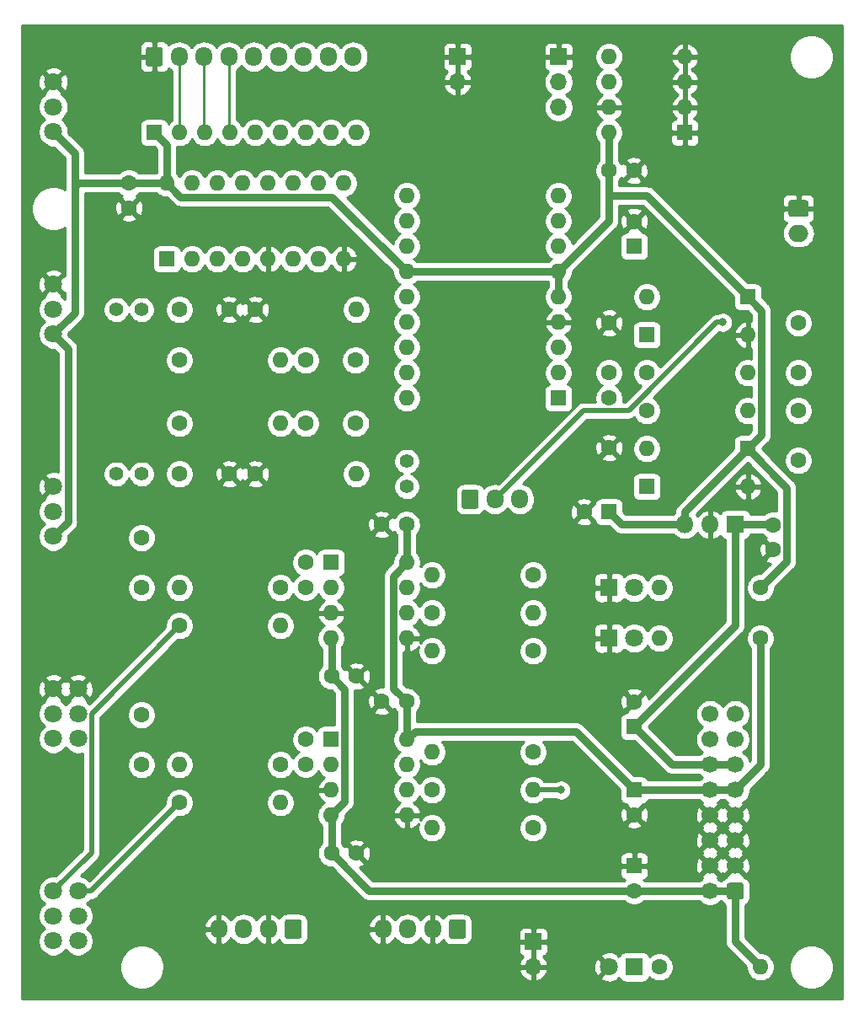
<source format=gbl>
G04 #@! TF.GenerationSoftware,KiCad,Pcbnew,(5.1.10)-1*
G04 #@! TF.CreationDate,2022-05-02T08:50:15+09:00*
G04 #@! TF.ProjectId,FV01,46563031-2e6b-4696-9361-645f70636258,Ver.1.0*
G04 #@! TF.SameCoordinates,Original*
G04 #@! TF.FileFunction,Copper,L2,Bot*
G04 #@! TF.FilePolarity,Positive*
%FSLAX46Y46*%
G04 Gerber Fmt 4.6, Leading zero omitted, Abs format (unit mm)*
G04 Created by KiCad (PCBNEW (5.1.10)-1) date 2022-05-02 08:50:15*
%MOMM*%
%LPD*%
G01*
G04 APERTURE LIST*
G04 #@! TA.AperFunction,ComponentPad*
%ADD10O,1.700000X1.950000*%
G04 #@! TD*
G04 #@! TA.AperFunction,ComponentPad*
%ADD11C,1.600000*%
G04 #@! TD*
G04 #@! TA.AperFunction,ComponentPad*
%ADD12R,1.600000X1.600000*%
G04 #@! TD*
G04 #@! TA.AperFunction,ComponentPad*
%ADD13C,1.800000*%
G04 #@! TD*
G04 #@! TA.AperFunction,ComponentPad*
%ADD14O,1.700000X1.700000*%
G04 #@! TD*
G04 #@! TA.AperFunction,ComponentPad*
%ADD15R,1.700000X1.700000*%
G04 #@! TD*
G04 #@! TA.AperFunction,ComponentPad*
%ADD16O,1.600000X1.600000*%
G04 #@! TD*
G04 #@! TA.AperFunction,ComponentPad*
%ADD17O,1.800000X1.800000*%
G04 #@! TD*
G04 #@! TA.AperFunction,ComponentPad*
%ADD18R,1.800000X1.800000*%
G04 #@! TD*
G04 #@! TA.AperFunction,ComponentPad*
%ADD19O,2.000000X1.700000*%
G04 #@! TD*
G04 #@! TA.AperFunction,ComponentPad*
%ADD20C,1.400000*%
G04 #@! TD*
G04 #@! TA.AperFunction,ComponentPad*
%ADD21C,1.700000*%
G04 #@! TD*
G04 #@! TA.AperFunction,ViaPad*
%ADD22C,0.800000*%
G04 #@! TD*
G04 #@! TA.AperFunction,Conductor*
%ADD23C,0.500000*%
G04 #@! TD*
G04 #@! TA.AperFunction,Conductor*
%ADD24C,0.750000*%
G04 #@! TD*
G04 #@! TA.AperFunction,Conductor*
%ADD25C,0.250000*%
G04 #@! TD*
G04 #@! TA.AperFunction,Conductor*
%ADD26C,0.254000*%
G04 #@! TD*
G04 #@! TA.AperFunction,Conductor*
%ADD27C,0.100000*%
G04 #@! TD*
G04 APERTURE END LIST*
D10*
G04 #@! TO.P,J3,4*
G04 #@! TO.N,GND*
X128390000Y-142240000D03*
G04 #@! TO.P,J3,3*
G04 #@! TO.N,/RIN*
X130890000Y-142240000D03*
G04 #@! TO.P,J3,2*
G04 #@! TO.N,GND*
X133390000Y-142240000D03*
G04 #@! TO.P,J3,1*
G04 #@! TO.N,/LIN*
G04 #@! TA.AperFunction,ComponentPad*
G36*
G01*
X136740000Y-141515000D02*
X136740000Y-142965000D01*
G75*
G02*
X136490000Y-143215000I-250000J0D01*
G01*
X135290000Y-143215000D01*
G75*
G02*
X135040000Y-142965000I0J250000D01*
G01*
X135040000Y-141515000D01*
G75*
G02*
X135290000Y-141265000I250000J0D01*
G01*
X136490000Y-141265000D01*
G75*
G02*
X136740000Y-141515000I0J-250000D01*
G01*
G37*
G04 #@! TD.AperFunction*
G04 #@! TD*
D11*
G04 #@! TO.P,C1,2*
G04 #@! TO.N,Net-(C1-Pad2)*
X137160000Y-107910000D03*
G04 #@! TO.P,C1,1*
G04 #@! TO.N,Net-(C1-Pad1)*
X137160000Y-105410000D03*
G04 #@! TD*
G04 #@! TO.P,C19,2*
G04 #@! TO.N,GND*
X129460000Y-80010000D03*
G04 #@! TO.P,C19,1*
G04 #@! TO.N,/FV-1/RFXOUT*
X124460000Y-80010000D03*
G04 #@! TD*
G04 #@! TO.P,C17,2*
G04 #@! TO.N,GND*
X129460000Y-96520000D03*
G04 #@! TO.P,C17,1*
G04 #@! TO.N,/FV-1/LFXOUT*
X124460000Y-96520000D03*
G04 #@! TD*
G04 #@! TO.P,C22,2*
G04 #@! TO.N,GND*
X170180000Y-71160000D03*
D12*
G04 #@! TO.P,C22,1*
G04 #@! TO.N,Net-(C22-Pad1)*
X170180000Y-73660000D03*
G04 #@! TD*
D11*
G04 #@! TO.P,C21,2*
G04 #@! TO.N,GND*
X167640000Y-81360000D03*
G04 #@! TO.P,C21,1*
G04 #@! TO.N,Net-(C21-Pad1)*
X167640000Y-86360000D03*
G04 #@! TD*
G04 #@! TO.P,C16,2*
G04 #@! TO.N,GND*
X167640000Y-93900000D03*
G04 #@! TO.P,C16,1*
G04 #@! TO.N,Net-(C16-Pad1)*
X167640000Y-88900000D03*
G04 #@! TD*
D13*
G04 #@! TO.P,RV5,1*
G04 #@! TO.N,GND*
X111760000Y-97790000D03*
G04 #@! TO.P,RV5,2*
G04 #@! TO.N,Net-(RV5-Pad2)*
X111760000Y-100290000D03*
G04 #@! TO.P,RV5,3*
G04 #@! TO.N,+3V3*
X111760000Y-102790000D03*
G04 #@! TD*
G04 #@! TO.P,RV4,1*
G04 #@! TO.N,GND*
X111760000Y-77470000D03*
G04 #@! TO.P,RV4,2*
G04 #@! TO.N,Net-(RV4-Pad2)*
X111760000Y-79970000D03*
G04 #@! TO.P,RV4,3*
G04 #@! TO.N,+3V3*
X111760000Y-82470000D03*
G04 #@! TD*
G04 #@! TO.P,RV3,1*
G04 #@! TO.N,GND*
X111760000Y-57150000D03*
G04 #@! TO.P,RV3,2*
G04 #@! TO.N,Net-(RV3-Pad2)*
X111760000Y-59650000D03*
G04 #@! TO.P,RV3,3*
G04 #@! TO.N,+3V3*
X111760000Y-62150000D03*
G04 #@! TD*
G04 #@! TO.P,RV2,4*
G04 #@! TO.N,Net-(C6-Pad1)*
X114260000Y-138430000D03*
G04 #@! TO.P,RV2,5*
G04 #@! TO.N,Net-(R12-Pad2)*
X114260000Y-140930000D03*
G04 #@! TO.P,RV2,6*
G04 #@! TO.N,Net-(JP3-Pad2)*
X114260000Y-143430000D03*
G04 #@! TO.P,RV2,1*
G04 #@! TO.N,Net-(C1-Pad1)*
X111760000Y-138430000D03*
G04 #@! TO.P,RV2,2*
G04 #@! TO.N,Net-(R5-Pad2)*
X111760000Y-140930000D03*
G04 #@! TO.P,RV2,3*
G04 #@! TO.N,Net-(JP2-Pad2)*
X111760000Y-143430000D03*
G04 #@! TD*
G04 #@! TO.P,RV1,4*
G04 #@! TO.N,GND*
X114260000Y-118110000D03*
G04 #@! TO.P,RV1,5*
G04 #@! TO.N,Net-(C9-Pad2)*
X114260000Y-120610000D03*
G04 #@! TO.P,RV1,6*
G04 #@! TO.N,/RIN*
X114260000Y-123110000D03*
G04 #@! TO.P,RV1,1*
G04 #@! TO.N,GND*
X111760000Y-118110000D03*
G04 #@! TO.P,RV1,2*
G04 #@! TO.N,Net-(C3-Pad2)*
X111760000Y-120610000D03*
G04 #@! TO.P,RV1,3*
G04 #@! TO.N,/LIN*
X111760000Y-123110000D03*
G04 #@! TD*
D10*
G04 #@! TO.P,J7,9*
G04 #@! TO.N,Net-(J7-Pad9)*
X141920000Y-54610000D03*
G04 #@! TO.P,J7,8*
G04 #@! TO.N,Net-(J7-Pad8)*
X139420000Y-54610000D03*
G04 #@! TO.P,J7,7*
G04 #@! TO.N,Net-(J7-Pad7)*
X136920000Y-54610000D03*
G04 #@! TO.P,J7,6*
G04 #@! TO.N,Net-(J7-Pad6)*
X134420000Y-54610000D03*
G04 #@! TO.P,J7,5*
G04 #@! TO.N,Net-(J7-Pad5)*
X131920000Y-54610000D03*
G04 #@! TO.P,J7,4*
G04 #@! TO.N,Net-(J7-Pad4)*
X129420000Y-54610000D03*
G04 #@! TO.P,J7,3*
G04 #@! TO.N,Net-(J7-Pad3)*
X126920000Y-54610000D03*
G04 #@! TO.P,J7,2*
G04 #@! TO.N,Net-(J7-Pad2)*
X124420000Y-54610000D03*
G04 #@! TO.P,J7,1*
G04 #@! TO.N,GND*
G04 #@! TA.AperFunction,ComponentPad*
G36*
G01*
X121070000Y-55335000D02*
X121070000Y-53885000D01*
G75*
G02*
X121320000Y-53635000I250000J0D01*
G01*
X122520000Y-53635000D01*
G75*
G02*
X122770000Y-53885000I0J-250000D01*
G01*
X122770000Y-55335000D01*
G75*
G02*
X122520000Y-55585000I-250000J0D01*
G01*
X121320000Y-55585000D01*
G75*
G02*
X121070000Y-55335000I0J250000D01*
G01*
G37*
G04 #@! TD.AperFunction*
G04 #@! TD*
D14*
G04 #@! TO.P,J6,3*
G04 #@! TO.N,/FV-1/SCL*
X162560000Y-59690000D03*
G04 #@! TO.P,J6,2*
G04 #@! TO.N,/FV-1/SDA*
X162560000Y-57150000D03*
D15*
G04 #@! TO.P,J6,1*
G04 #@! TO.N,GND*
X162560000Y-54610000D03*
G04 #@! TD*
D14*
G04 #@! TO.P,J5,2*
G04 #@! TO.N,GND*
X160020000Y-146050000D03*
D15*
G04 #@! TO.P,J5,1*
X160020000Y-143510000D03*
G04 #@! TD*
D14*
G04 #@! TO.P,J4,2*
G04 #@! TO.N,GND*
X152400000Y-57150000D03*
D15*
G04 #@! TO.P,J4,1*
X152400000Y-54610000D03*
G04 #@! TD*
D11*
G04 #@! TO.P,C6,2*
G04 #@! TO.N,Net-(C6-Pad2)*
X137160000Y-125690000D03*
G04 #@! TO.P,C6,1*
G04 #@! TO.N,Net-(C6-Pad1)*
X137160000Y-123190000D03*
G04 #@! TD*
G04 #@! TO.P,C5,2*
G04 #@! TO.N,GND*
X170180000Y-130770000D03*
D12*
G04 #@! TO.P,C5,1*
G04 #@! TO.N,+12V*
X170180000Y-128270000D03*
G04 #@! TD*
D16*
G04 #@! TO.P,U6,16*
G04 #@! TO.N,+3V3*
X123190000Y-67310000D03*
G04 #@! TO.P,U6,8*
G04 #@! TO.N,GND*
X140970000Y-74930000D03*
G04 #@! TO.P,U6,15*
G04 #@! TO.N,N/C*
X125730000Y-67310000D03*
G04 #@! TO.P,U6,7*
G04 #@! TO.N,Net-(U4-Pad11)*
X138430000Y-74930000D03*
G04 #@! TO.P,U6,14*
G04 #@! TO.N,N/C*
X128270000Y-67310000D03*
G04 #@! TO.P,U6,6*
G04 #@! TO.N,Net-(U4-Pad12)*
X135890000Y-74930000D03*
G04 #@! TO.P,U6,13*
G04 #@! TO.N,Net-(J7-Pad6)*
X130810000Y-67310000D03*
G04 #@! TO.P,U6,5*
G04 #@! TO.N,GND*
X133350000Y-74930000D03*
G04 #@! TO.P,U6,12*
G04 #@! TO.N,Net-(J7-Pad7)*
X133350000Y-67310000D03*
G04 #@! TO.P,U6,4*
G04 #@! TO.N,Net-(J7-Pad2)*
X130810000Y-74930000D03*
G04 #@! TO.P,U6,11*
G04 #@! TO.N,Net-(J7-Pad8)*
X135890000Y-67310000D03*
G04 #@! TO.P,U6,3*
G04 #@! TO.N,Net-(J7-Pad3)*
X128270000Y-74930000D03*
G04 #@! TO.P,U6,10*
G04 #@! TO.N,Net-(J7-Pad9)*
X138430000Y-67310000D03*
G04 #@! TO.P,U6,2*
G04 #@! TO.N,Net-(J7-Pad4)*
X125730000Y-74930000D03*
G04 #@! TO.P,U6,9*
G04 #@! TO.N,Net-(U4-Pad10)*
X140970000Y-67310000D03*
D12*
G04 #@! TO.P,U6,1*
G04 #@! TO.N,Net-(J7-Pad5)*
X123190000Y-74930000D03*
G04 #@! TD*
D16*
G04 #@! TO.P,U5,8*
G04 #@! TO.N,+3V3*
X167640000Y-62230000D03*
G04 #@! TO.P,U5,4*
G04 #@! TO.N,GND*
X175260000Y-54610000D03*
G04 #@! TO.P,U5,7*
X167640000Y-59690000D03*
G04 #@! TO.P,U5,3*
X175260000Y-57150000D03*
G04 #@! TO.P,U5,6*
G04 #@! TO.N,/FV-1/SCL*
X167640000Y-57150000D03*
G04 #@! TO.P,U5,2*
G04 #@! TO.N,GND*
X175260000Y-59690000D03*
G04 #@! TO.P,U5,5*
G04 #@! TO.N,/FV-1/SDA*
X167640000Y-54610000D03*
D12*
G04 #@! TO.P,U5,1*
G04 #@! TO.N,GND*
X175260000Y-62230000D03*
G04 #@! TD*
D16*
G04 #@! TO.P,U4,12*
G04 #@! TO.N,Net-(U4-Pad12)*
X147320000Y-73660000D03*
G04 #@! TO.P,U4,11*
G04 #@! TO.N,Net-(U4-Pad11)*
X147320000Y-71120000D03*
G04 #@! TO.P,U4,10*
G04 #@! TO.N,Net-(U4-Pad10)*
X147320000Y-68580000D03*
G04 #@! TO.P,U4,9*
G04 #@! TO.N,/FV-1/SDA*
X162560000Y-68580000D03*
G04 #@! TO.P,U4,8*
G04 #@! TO.N,/FV-1/SCL*
X162560000Y-71120000D03*
G04 #@! TO.P,U4,7*
G04 #@! TO.N,Net-(SW2-Pad2)*
X162560000Y-73660000D03*
G04 #@! TO.P,U4,18*
G04 #@! TO.N,Net-(C15-Pad2)*
X147320000Y-88900000D03*
G04 #@! TO.P,U4,6*
G04 #@! TO.N,+3V3*
X162560000Y-76200000D03*
G04 #@! TO.P,U4,17*
G04 #@! TO.N,Net-(C18-Pad2)*
X147320000Y-86360000D03*
G04 #@! TO.P,U4,5*
G04 #@! TO.N,+3V3*
X162560000Y-78740000D03*
G04 #@! TO.P,U4,16*
G04 #@! TO.N,Net-(RV5-Pad2)*
X147320000Y-83820000D03*
G04 #@! TO.P,U4,4*
G04 #@! TO.N,GND*
X162560000Y-81280000D03*
G04 #@! TO.P,U4,15*
G04 #@! TO.N,Net-(RV4-Pad2)*
X147320000Y-81280000D03*
G04 #@! TO.P,U4,3*
G04 #@! TO.N,Net-(C22-Pad1)*
X162560000Y-83820000D03*
G04 #@! TO.P,U4,14*
G04 #@! TO.N,Net-(RV3-Pad2)*
X147320000Y-78740000D03*
G04 #@! TO.P,U4,2*
G04 #@! TO.N,Net-(C21-Pad1)*
X162560000Y-86360000D03*
G04 #@! TO.P,U4,13*
G04 #@! TO.N,+3V3*
X147320000Y-76200000D03*
D12*
G04 #@! TO.P,U4,1*
G04 #@! TO.N,Net-(C16-Pad1)*
X162560000Y-88900000D03*
G04 #@! TD*
D17*
G04 #@! TO.P,U3,3*
G04 #@! TO.N,+3V3*
X175260000Y-101600000D03*
G04 #@! TO.P,U3,2*
G04 #@! TO.N,GND*
X177800000Y-101600000D03*
D18*
G04 #@! TO.P,U3,1*
G04 #@! TO.N,+5V*
X180340000Y-101600000D03*
G04 #@! TD*
D16*
G04 #@! TO.P,U2,8*
G04 #@! TO.N,+12V*
X147320000Y-123190000D03*
G04 #@! TO.P,U2,4*
G04 #@! TO.N,-12V*
X139700000Y-130810000D03*
G04 #@! TO.P,U2,7*
G04 #@! TO.N,Net-(R11-Pad2)*
X147320000Y-125730000D03*
G04 #@! TO.P,U2,3*
G04 #@! TO.N,GND*
X139700000Y-128270000D03*
G04 #@! TO.P,U2,6*
G04 #@! TO.N,Net-(R12-Pad1)*
X147320000Y-128270000D03*
G04 #@! TO.P,U2,2*
G04 #@! TO.N,Net-(C6-Pad2)*
X139700000Y-125730000D03*
G04 #@! TO.P,U2,5*
G04 #@! TO.N,GND*
X147320000Y-130810000D03*
D12*
G04 #@! TO.P,U2,1*
G04 #@! TO.N,Net-(C6-Pad1)*
X139700000Y-123190000D03*
G04 #@! TD*
D16*
G04 #@! TO.P,U1,8*
G04 #@! TO.N,+12V*
X147320000Y-105410000D03*
G04 #@! TO.P,U1,4*
G04 #@! TO.N,-12V*
X139700000Y-113030000D03*
G04 #@! TO.P,U1,7*
G04 #@! TO.N,Net-(R2-Pad1)*
X147320000Y-107950000D03*
G04 #@! TO.P,U1,3*
G04 #@! TO.N,GND*
X139700000Y-110490000D03*
G04 #@! TO.P,U1,6*
G04 #@! TO.N,Net-(R2-Pad2)*
X147320000Y-110490000D03*
G04 #@! TO.P,U1,2*
G04 #@! TO.N,Net-(C1-Pad2)*
X139700000Y-107950000D03*
G04 #@! TO.P,U1,5*
G04 #@! TO.N,GND*
X147320000Y-113030000D03*
D12*
G04 #@! TO.P,U1,1*
G04 #@! TO.N,Net-(C1-Pad1)*
X139700000Y-105410000D03*
G04 #@! TD*
D19*
G04 #@! TO.P,SW2,2*
G04 #@! TO.N,Net-(SW2-Pad2)*
X186690000Y-72350000D03*
G04 #@! TO.P,SW2,1*
G04 #@! TO.N,GND*
G04 #@! TA.AperFunction,ComponentPad*
G36*
G01*
X185940000Y-69000000D02*
X187440000Y-69000000D01*
G75*
G02*
X187690000Y-69250000I0J-250000D01*
G01*
X187690000Y-70450000D01*
G75*
G02*
X187440000Y-70700000I-250000J0D01*
G01*
X185940000Y-70700000D01*
G75*
G02*
X185690000Y-70450000I0J250000D01*
G01*
X185690000Y-69250000D01*
G75*
G02*
X185940000Y-69000000I250000J0D01*
G01*
G37*
G04 #@! TD.AperFunction*
G04 #@! TD*
D10*
G04 #@! TO.P,SW1,3*
G04 #@! TO.N,Net-(C6-Pad1)*
X158670000Y-99060000D03*
G04 #@! TO.P,SW1,2*
G04 #@! TO.N,/FV-1/RFXIN*
X156170000Y-99060000D03*
G04 #@! TO.P,SW1,1*
G04 #@! TO.N,Net-(C1-Pad1)*
G04 #@! TA.AperFunction,ComponentPad*
G36*
G01*
X152820000Y-99785000D02*
X152820000Y-98335000D01*
G75*
G02*
X153070000Y-98085000I250000J0D01*
G01*
X154270000Y-98085000D01*
G75*
G02*
X154520000Y-98335000I0J-250000D01*
G01*
X154520000Y-99785000D01*
G75*
G02*
X154270000Y-100035000I-250000J0D01*
G01*
X153070000Y-100035000D01*
G75*
G02*
X152820000Y-99785000I0J250000D01*
G01*
G37*
G04 #@! TD.AperFunction*
G04 #@! TD*
D16*
G04 #@! TO.P,RN1,9*
G04 #@! TO.N,Net-(J7-Pad9)*
X142240000Y-62230000D03*
G04 #@! TO.P,RN1,8*
G04 #@! TO.N,Net-(J7-Pad8)*
X139700000Y-62230000D03*
G04 #@! TO.P,RN1,7*
G04 #@! TO.N,Net-(J7-Pad7)*
X137160000Y-62230000D03*
G04 #@! TO.P,RN1,6*
G04 #@! TO.N,Net-(J7-Pad6)*
X134620000Y-62230000D03*
G04 #@! TO.P,RN1,5*
G04 #@! TO.N,Net-(J7-Pad5)*
X132080000Y-62230000D03*
G04 #@! TO.P,RN1,4*
G04 #@! TO.N,Net-(J7-Pad4)*
X129540000Y-62230000D03*
G04 #@! TO.P,RN1,3*
G04 #@! TO.N,Net-(J7-Pad3)*
X127000000Y-62230000D03*
G04 #@! TO.P,RN1,2*
G04 #@! TO.N,Net-(J7-Pad2)*
X124460000Y-62230000D03*
D12*
G04 #@! TO.P,RN1,1*
G04 #@! TO.N,+3V3*
X121920000Y-62230000D03*
G04 #@! TD*
D16*
G04 #@! TO.P,R19,2*
G04 #@! TO.N,Net-(C20-Pad1)*
X181610000Y-86360000D03*
D11*
G04 #@! TO.P,R19,1*
G04 #@! TO.N,Net-(C21-Pad1)*
X171450000Y-86360000D03*
G04 #@! TD*
D16*
G04 #@! TO.P,R18,2*
G04 #@! TO.N,Net-(C18-Pad1)*
X142240000Y-80010000D03*
D11*
G04 #@! TO.P,R18,1*
G04 #@! TO.N,GND*
X132080000Y-80010000D03*
G04 #@! TD*
D16*
G04 #@! TO.P,R17,2*
G04 #@! TO.N,Net-(C18-Pad1)*
X134620000Y-85090000D03*
D11*
G04 #@! TO.P,R17,1*
G04 #@! TO.N,/FV-1/RFXOUT*
X124460000Y-85090000D03*
G04 #@! TD*
D16*
G04 #@! TO.P,R16,2*
G04 #@! TO.N,Net-(C15-Pad1)*
X142240000Y-96520000D03*
D11*
G04 #@! TO.P,R16,1*
G04 #@! TO.N,GND*
X132080000Y-96520000D03*
G04 #@! TD*
D16*
G04 #@! TO.P,R15,2*
G04 #@! TO.N,Net-(C15-Pad1)*
X134620000Y-91440000D03*
D11*
G04 #@! TO.P,R15,1*
G04 #@! TO.N,/FV-1/LFXOUT*
X124460000Y-91440000D03*
G04 #@! TD*
D16*
G04 #@! TO.P,R14,2*
G04 #@! TO.N,Net-(C14-Pad1)*
X181610000Y-90170000D03*
D11*
G04 #@! TO.P,R14,1*
G04 #@! TO.N,Net-(C16-Pad1)*
X171450000Y-90170000D03*
G04 #@! TD*
D16*
G04 #@! TO.P,R13,2*
G04 #@! TO.N,Net-(D3-Pad2)*
X172720000Y-107950000D03*
D11*
G04 #@! TO.P,R13,1*
G04 #@! TO.N,+3V3*
X182880000Y-107950000D03*
G04 #@! TD*
D16*
G04 #@! TO.P,R12,2*
G04 #@! TO.N,Net-(R12-Pad2)*
X160020000Y-128270000D03*
D11*
G04 #@! TO.P,R12,1*
G04 #@! TO.N,Net-(R12-Pad1)*
X149860000Y-128270000D03*
G04 #@! TD*
D16*
G04 #@! TO.P,R11,2*
G04 #@! TO.N,Net-(R11-Pad2)*
X149860000Y-124460000D03*
D11*
G04 #@! TO.P,R11,1*
G04 #@! TO.N,/ROUT*
X160020000Y-124460000D03*
G04 #@! TD*
D16*
G04 #@! TO.P,R10,2*
G04 #@! TO.N,Net-(C9-Pad1)*
X124460000Y-125730000D03*
D11*
G04 #@! TO.P,R10,1*
G04 #@! TO.N,Net-(C6-Pad2)*
X134620000Y-125730000D03*
G04 #@! TD*
D16*
G04 #@! TO.P,R9,2*
G04 #@! TO.N,Net-(R12-Pad1)*
X149860000Y-132080000D03*
D11*
G04 #@! TO.P,R9,1*
G04 #@! TO.N,Net-(R11-Pad2)*
X160020000Y-132080000D03*
G04 #@! TD*
D16*
G04 #@! TO.P,R8,2*
G04 #@! TO.N,-12V*
X182880000Y-146050000D03*
D11*
G04 #@! TO.P,R8,1*
G04 #@! TO.N,Net-(D2-Pad1)*
X172720000Y-146050000D03*
G04 #@! TD*
D16*
G04 #@! TO.P,R7,2*
G04 #@! TO.N,Net-(C6-Pad2)*
X134620000Y-129540000D03*
D11*
G04 #@! TO.P,R7,1*
G04 #@! TO.N,Net-(C6-Pad1)*
X124460000Y-129540000D03*
G04 #@! TD*
D16*
G04 #@! TO.P,R6,2*
G04 #@! TO.N,Net-(D1-Pad2)*
X172720000Y-113030000D03*
D11*
G04 #@! TO.P,R6,1*
G04 #@! TO.N,+12V*
X182880000Y-113030000D03*
G04 #@! TD*
D16*
G04 #@! TO.P,R5,2*
G04 #@! TO.N,Net-(R5-Pad2)*
X160020000Y-110490000D03*
D11*
G04 #@! TO.P,R5,1*
G04 #@! TO.N,Net-(R2-Pad2)*
X149860000Y-110490000D03*
G04 #@! TD*
D16*
G04 #@! TO.P,R4,2*
G04 #@! TO.N,Net-(R2-Pad1)*
X149860000Y-106680000D03*
D11*
G04 #@! TO.P,R4,1*
G04 #@! TO.N,/LOUT*
X160020000Y-106680000D03*
G04 #@! TD*
D16*
G04 #@! TO.P,R3,2*
G04 #@! TO.N,Net-(C3-Pad1)*
X124460000Y-107950000D03*
D11*
G04 #@! TO.P,R3,1*
G04 #@! TO.N,Net-(C1-Pad2)*
X134620000Y-107950000D03*
G04 #@! TD*
D16*
G04 #@! TO.P,R2,2*
G04 #@! TO.N,Net-(R2-Pad2)*
X149860000Y-114300000D03*
D11*
G04 #@! TO.P,R2,1*
G04 #@! TO.N,Net-(R2-Pad1)*
X160020000Y-114300000D03*
G04 #@! TD*
D16*
G04 #@! TO.P,R1,2*
G04 #@! TO.N,Net-(C1-Pad2)*
X134620000Y-111760000D03*
D11*
G04 #@! TO.P,R1,1*
G04 #@! TO.N,Net-(C1-Pad1)*
X124460000Y-111760000D03*
G04 #@! TD*
D20*
G04 #@! TO.P,JP3,2*
G04 #@! TO.N,Net-(JP3-Pad2)*
X118110000Y-80010000D03*
G04 #@! TO.P,JP3,1*
G04 #@! TO.N,/FV-1/RFXOUT*
X120650000Y-80010000D03*
G04 #@! TD*
G04 #@! TO.P,JP2,2*
G04 #@! TO.N,Net-(JP2-Pad2)*
X118110000Y-96520000D03*
G04 #@! TO.P,JP2,1*
G04 #@! TO.N,/FV-1/LFXOUT*
X120650000Y-96520000D03*
G04 #@! TD*
G04 #@! TO.P,JP1,2*
G04 #@! TO.N,/FV-1/LFXIN*
X147320000Y-95250000D03*
G04 #@! TO.P,JP1,1*
G04 #@! TO.N,Net-(C1-Pad1)*
X147320000Y-97790000D03*
G04 #@! TD*
D10*
G04 #@! TO.P,J2,4*
G04 #@! TO.N,GND*
X144900000Y-142240000D03*
G04 #@! TO.P,J2,3*
G04 #@! TO.N,/ROUT*
X147400000Y-142240000D03*
G04 #@! TO.P,J2,2*
G04 #@! TO.N,GND*
X149900000Y-142240000D03*
G04 #@! TO.P,J2,1*
G04 #@! TO.N,/LOUT*
G04 #@! TA.AperFunction,ComponentPad*
G36*
G01*
X153250000Y-141515000D02*
X153250000Y-142965000D01*
G75*
G02*
X153000000Y-143215000I-250000J0D01*
G01*
X151800000Y-143215000D01*
G75*
G02*
X151550000Y-142965000I0J250000D01*
G01*
X151550000Y-141515000D01*
G75*
G02*
X151800000Y-141265000I250000J0D01*
G01*
X153000000Y-141265000D01*
G75*
G02*
X153250000Y-141515000I0J-250000D01*
G01*
G37*
G04 #@! TD.AperFunction*
G04 #@! TD*
D21*
G04 #@! TO.P,J1,16*
G04 #@! TO.N,N/C*
X177800000Y-120650000D03*
G04 #@! TO.P,J1,14*
X177800000Y-123190000D03*
G04 #@! TO.P,J1,12*
G04 #@! TO.N,+5V*
X177800000Y-125730000D03*
G04 #@! TO.P,J1,10*
G04 #@! TO.N,+12V*
X177800000Y-128270000D03*
G04 #@! TO.P,J1,8*
G04 #@! TO.N,GND*
X177800000Y-130810000D03*
G04 #@! TO.P,J1,6*
X177800000Y-133350000D03*
G04 #@! TO.P,J1,4*
X177800000Y-135890000D03*
G04 #@! TO.P,J1,2*
G04 #@! TO.N,-12V*
X177800000Y-138430000D03*
G04 #@! TO.P,J1,15*
G04 #@! TO.N,N/C*
X180340000Y-120650000D03*
G04 #@! TO.P,J1,13*
X180340000Y-123190000D03*
G04 #@! TO.P,J1,11*
G04 #@! TO.N,+5V*
X180340000Y-125730000D03*
G04 #@! TO.P,J1,9*
G04 #@! TO.N,+12V*
X180340000Y-128270000D03*
G04 #@! TO.P,J1,7*
G04 #@! TO.N,GND*
X180340000Y-130810000D03*
G04 #@! TO.P,J1,5*
X180340000Y-133350000D03*
G04 #@! TO.P,J1,3*
X180340000Y-135890000D03*
G04 #@! TO.P,J1,1*
G04 #@! TO.N,-12V*
G04 #@! TA.AperFunction,ComponentPad*
G36*
G01*
X181190000Y-137830000D02*
X181190000Y-139030000D01*
G75*
G02*
X180940000Y-139280000I-250000J0D01*
G01*
X179740000Y-139280000D01*
G75*
G02*
X179490000Y-139030000I0J250000D01*
G01*
X179490000Y-137830000D01*
G75*
G02*
X179740000Y-137580000I250000J0D01*
G01*
X180940000Y-137580000D01*
G75*
G02*
X181190000Y-137830000I0J-250000D01*
G01*
G37*
G04 #@! TD.AperFunction*
G04 #@! TD*
D16*
G04 #@! TO.P,D7,2*
G04 #@! TO.N,GND*
X181610000Y-82550000D03*
D12*
G04 #@! TO.P,D7,1*
G04 #@! TO.N,Net-(C21-Pad1)*
X171450000Y-82550000D03*
G04 #@! TD*
D16*
G04 #@! TO.P,D6,2*
G04 #@! TO.N,Net-(C21-Pad1)*
X171450000Y-78740000D03*
D12*
G04 #@! TO.P,D6,1*
G04 #@! TO.N,+3V3*
X181610000Y-78740000D03*
G04 #@! TD*
D16*
G04 #@! TO.P,D5,2*
G04 #@! TO.N,GND*
X181610000Y-97790000D03*
D12*
G04 #@! TO.P,D5,1*
G04 #@! TO.N,Net-(C16-Pad1)*
X171450000Y-97790000D03*
G04 #@! TD*
D16*
G04 #@! TO.P,D4,2*
G04 #@! TO.N,Net-(C16-Pad1)*
X171450000Y-93980000D03*
D12*
G04 #@! TO.P,D4,1*
G04 #@! TO.N,+3V3*
X181610000Y-93980000D03*
G04 #@! TD*
D13*
G04 #@! TO.P,D3,2*
G04 #@! TO.N,Net-(D3-Pad2)*
X170180000Y-107950000D03*
D18*
G04 #@! TO.P,D3,1*
G04 #@! TO.N,GND*
X167640000Y-107950000D03*
G04 #@! TD*
D13*
G04 #@! TO.P,D2,2*
G04 #@! TO.N,GND*
X167640000Y-146050000D03*
D18*
G04 #@! TO.P,D2,1*
G04 #@! TO.N,Net-(D2-Pad1)*
X170180000Y-146050000D03*
G04 #@! TD*
D13*
G04 #@! TO.P,D1,2*
G04 #@! TO.N,Net-(D1-Pad2)*
X170180000Y-113030000D03*
D18*
G04 #@! TO.P,D1,1*
G04 #@! TO.N,GND*
X167640000Y-113030000D03*
G04 #@! TD*
D11*
G04 #@! TO.P,C24,2*
G04 #@! TO.N,GND*
X119380000Y-69810000D03*
G04 #@! TO.P,C24,1*
G04 #@! TO.N,+3V3*
X119380000Y-67310000D03*
G04 #@! TD*
G04 #@! TO.P,C23,2*
G04 #@! TO.N,GND*
X170140000Y-66040000D03*
G04 #@! TO.P,C23,1*
G04 #@! TO.N,+3V3*
X167640000Y-66040000D03*
G04 #@! TD*
G04 #@! TO.P,C20,2*
G04 #@! TO.N,/FV-1/RFXIN*
X186690000Y-81360000D03*
G04 #@! TO.P,C20,1*
G04 #@! TO.N,Net-(C20-Pad1)*
X186690000Y-86360000D03*
G04 #@! TD*
G04 #@! TO.P,C18,2*
G04 #@! TO.N,Net-(C18-Pad2)*
X142160000Y-85090000D03*
G04 #@! TO.P,C18,1*
G04 #@! TO.N,Net-(C18-Pad1)*
X137160000Y-85090000D03*
G04 #@! TD*
G04 #@! TO.P,C15,2*
G04 #@! TO.N,Net-(C15-Pad2)*
X142160000Y-91440000D03*
G04 #@! TO.P,C15,1*
G04 #@! TO.N,Net-(C15-Pad1)*
X137160000Y-91440000D03*
G04 #@! TD*
G04 #@! TO.P,C14,2*
G04 #@! TO.N,/FV-1/LFXIN*
X186690000Y-95170000D03*
G04 #@! TO.P,C14,1*
G04 #@! TO.N,Net-(C14-Pad1)*
X186690000Y-90170000D03*
G04 #@! TD*
G04 #@! TO.P,C13,2*
G04 #@! TO.N,GND*
X165140000Y-100330000D03*
D12*
G04 #@! TO.P,C13,1*
G04 #@! TO.N,+3V3*
X167640000Y-100330000D03*
G04 #@! TD*
D11*
G04 #@! TO.P,C12,2*
G04 #@! TO.N,GND*
X184150000Y-104140000D03*
G04 #@! TO.P,C12,1*
G04 #@! TO.N,+5V*
X184150000Y-101640000D03*
G04 #@! TD*
G04 #@! TO.P,C11,2*
G04 #@! TO.N,GND*
X170180000Y-119420000D03*
D12*
G04 #@! TO.P,C11,1*
G04 #@! TO.N,+5V*
X170180000Y-121920000D03*
G04 #@! TD*
D11*
G04 #@! TO.P,C10,2*
G04 #@! TO.N,-12V*
X139740000Y-134620000D03*
G04 #@! TO.P,C10,1*
G04 #@! TO.N,GND*
X142240000Y-134620000D03*
G04 #@! TD*
G04 #@! TO.P,C9,2*
G04 #@! TO.N,Net-(C9-Pad2)*
X120650000Y-120730000D03*
G04 #@! TO.P,C9,1*
G04 #@! TO.N,Net-(C9-Pad1)*
X120650000Y-125730000D03*
G04 #@! TD*
G04 #@! TO.P,C8,2*
G04 #@! TO.N,+12V*
X147280000Y-119380000D03*
G04 #@! TO.P,C8,1*
G04 #@! TO.N,GND*
X144780000Y-119380000D03*
G04 #@! TD*
G04 #@! TO.P,C7,2*
G04 #@! TO.N,-12V*
X170180000Y-138390000D03*
D12*
G04 #@! TO.P,C7,1*
G04 #@! TO.N,GND*
X170180000Y-135890000D03*
G04 #@! TD*
D11*
G04 #@! TO.P,C4,2*
G04 #@! TO.N,-12V*
X139740000Y-116840000D03*
G04 #@! TO.P,C4,1*
G04 #@! TO.N,GND*
X142240000Y-116840000D03*
G04 #@! TD*
G04 #@! TO.P,C3,2*
G04 #@! TO.N,Net-(C3-Pad2)*
X120650000Y-102950000D03*
G04 #@! TO.P,C3,1*
G04 #@! TO.N,Net-(C3-Pad1)*
X120650000Y-107950000D03*
G04 #@! TD*
G04 #@! TO.P,C2,2*
G04 #@! TO.N,+12V*
X147280000Y-101600000D03*
G04 #@! TO.P,C2,1*
G04 #@! TO.N,GND*
X144780000Y-101600000D03*
G04 #@! TD*
D22*
G04 #@! TO.N,/FV-1/RFXIN*
X179070000Y-81280000D03*
G04 #@! TO.N,Net-(R12-Pad2)*
X162820011Y-128270000D03*
G04 #@! TD*
D23*
G04 #@! TO.N,Net-(C1-Pad1)*
X115610001Y-120609999D02*
X124460000Y-111760000D01*
X115610001Y-134579999D02*
X115610001Y-120609999D01*
X111760000Y-138430000D02*
X115610001Y-134579999D01*
D24*
G04 #@! TO.N,+12V*
X180340000Y-128270000D02*
X177800000Y-128270000D01*
X182880000Y-125730000D02*
X182880000Y-113030000D01*
X180340000Y-128270000D02*
X182880000Y-125730000D01*
X177800000Y-128270000D02*
X170180000Y-128270000D01*
X147320000Y-119420000D02*
X147280000Y-119380000D01*
X147320000Y-123190000D02*
X147320000Y-119420000D01*
X145944999Y-106785001D02*
X147320000Y-105410000D01*
X145944999Y-118044999D02*
X145944999Y-106785001D01*
X147280000Y-119380000D02*
X145944999Y-118044999D01*
X147320000Y-101640000D02*
X147280000Y-101600000D01*
X147320000Y-105410000D02*
X147320000Y-101640000D01*
X164300001Y-122390001D02*
X170180000Y-128270000D01*
X148119999Y-122390001D02*
X164300001Y-122390001D01*
X147320000Y-123190000D02*
X148119999Y-122390001D01*
G04 #@! TO.N,-12V*
X180340000Y-138430000D02*
X177800000Y-138430000D01*
X170220000Y-138430000D02*
X170180000Y-138390000D01*
X177800000Y-138430000D02*
X170220000Y-138430000D01*
X180340000Y-143510000D02*
X182880000Y-146050000D01*
X180340000Y-138430000D02*
X180340000Y-143510000D01*
X143510000Y-138390000D02*
X139740000Y-134620000D01*
X170180000Y-138390000D02*
X143510000Y-138390000D01*
X139740000Y-130850000D02*
X139700000Y-130810000D01*
X139740000Y-134620000D02*
X139740000Y-130850000D01*
X141075001Y-118175001D02*
X139740000Y-116840000D01*
X141075001Y-129434999D02*
X141075001Y-118175001D01*
X139700000Y-130810000D02*
X141075001Y-129434999D01*
X139740000Y-113070000D02*
X139700000Y-113030000D01*
X139740000Y-116840000D02*
X139740000Y-113070000D01*
G04 #@! TO.N,+5V*
X180340000Y-125730000D02*
X177800000Y-125730000D01*
X173990000Y-125730000D02*
X170180000Y-121920000D01*
X177800000Y-125730000D02*
X173990000Y-125730000D01*
X180340000Y-111760000D02*
X180340000Y-101600000D01*
X170180000Y-121920000D02*
X180340000Y-111760000D01*
X184110000Y-101600000D02*
X184150000Y-101640000D01*
X180340000Y-101600000D02*
X184110000Y-101600000D01*
G04 #@! TO.N,+3V3*
X185525001Y-97895001D02*
X181610000Y-93980000D01*
X185525001Y-105304999D02*
X185525001Y-97895001D01*
X182880000Y-107950000D02*
X185525001Y-105304999D01*
X168910000Y-101600000D02*
X167640000Y-100330000D01*
X175260000Y-101600000D02*
X168910000Y-101600000D01*
X147320000Y-76200000D02*
X162560000Y-76200000D01*
X162560000Y-76200000D02*
X162560000Y-78740000D01*
X167640000Y-62230000D02*
X167640000Y-66040000D01*
X162560000Y-76200000D02*
X167640000Y-71120000D01*
X171450000Y-68580000D02*
X167640000Y-68580000D01*
X181610000Y-78740000D02*
X171450000Y-68580000D01*
X167640000Y-68580000D02*
X167640000Y-66040000D01*
X167640000Y-71120000D02*
X167640000Y-68580000D01*
X113935001Y-64325001D02*
X111760000Y-62150000D01*
X111760000Y-82470000D02*
X113935001Y-80294999D01*
X119380000Y-67310000D02*
X114300000Y-67310000D01*
X114300000Y-67310000D02*
X113935001Y-67674999D01*
X113935001Y-67674999D02*
X113935001Y-64325001D01*
X113935001Y-80294999D02*
X113935001Y-67674999D01*
X119380000Y-67310000D02*
X123190000Y-67310000D01*
X123190000Y-63500000D02*
X121920000Y-62230000D01*
X123190000Y-67310000D02*
X123190000Y-63500000D01*
X124565001Y-68685001D02*
X139805001Y-68685001D01*
X139805001Y-68685001D02*
X147320000Y-76200000D01*
X123190000Y-67310000D02*
X124565001Y-68685001D01*
X113235001Y-83945001D02*
X111760000Y-82470000D01*
X113235001Y-101314999D02*
X113235001Y-83945001D01*
X111760000Y-102790000D02*
X113235001Y-101314999D01*
X182985001Y-80115001D02*
X182985001Y-92604999D01*
X182985001Y-92604999D02*
X181610000Y-93980000D01*
X181610000Y-78740000D02*
X182985001Y-80115001D01*
X181610000Y-93980000D02*
X175260000Y-100330000D01*
X175260000Y-100330000D02*
X175260000Y-101600000D01*
D23*
G04 #@! TO.N,/FV-1/RFXIN*
X178489998Y-81280000D02*
X179070000Y-81280000D01*
X169619997Y-90150001D02*
X178489998Y-81280000D01*
X165079999Y-90150001D02*
X169619997Y-90150001D01*
X156170000Y-99060000D02*
X165079999Y-90150001D01*
G04 #@! TO.N,Net-(R12-Pad2)*
X162820011Y-128270000D02*
X160020000Y-128270000D01*
G04 #@! TO.N,Net-(C6-Pad1)*
X115570000Y-138430000D02*
X124460000Y-129540000D01*
X114260000Y-138430000D02*
X115570000Y-138430000D01*
D25*
G04 #@! TO.N,Net-(J7-Pad4)*
X129420000Y-62110000D02*
X129540000Y-62230000D01*
X129420000Y-54610000D02*
X129420000Y-62110000D01*
G04 #@! TO.N,Net-(J7-Pad3)*
X126920000Y-62150000D02*
X127000000Y-62230000D01*
X126920000Y-54610000D02*
X126920000Y-62150000D01*
G04 #@! TO.N,Net-(J7-Pad2)*
X124420000Y-62190000D02*
X124460000Y-62230000D01*
X124420000Y-54610000D02*
X124420000Y-62190000D01*
G04 #@! TD*
D26*
G04 #@! TO.N,GND*
X191110001Y-149200000D02*
X108610000Y-149200000D01*
X108610000Y-145829872D01*
X118415000Y-145829872D01*
X118415000Y-146270128D01*
X118500890Y-146701925D01*
X118669369Y-147108669D01*
X118913962Y-147474729D01*
X119225271Y-147786038D01*
X119591331Y-148030631D01*
X119998075Y-148199110D01*
X120429872Y-148285000D01*
X120870128Y-148285000D01*
X121301925Y-148199110D01*
X121708669Y-148030631D01*
X122074729Y-147786038D01*
X122386038Y-147474729D01*
X122630631Y-147108669D01*
X122799110Y-146701925D01*
X122857796Y-146406890D01*
X158578524Y-146406890D01*
X158623175Y-146554099D01*
X158748359Y-146816920D01*
X158922412Y-147050269D01*
X159138645Y-147245178D01*
X159388748Y-147394157D01*
X159663109Y-147491481D01*
X159893000Y-147370814D01*
X159893000Y-146177000D01*
X160147000Y-146177000D01*
X160147000Y-147370814D01*
X160376891Y-147491481D01*
X160651252Y-147394157D01*
X160901355Y-147245178D01*
X161117588Y-147050269D01*
X161291641Y-146816920D01*
X161416825Y-146554099D01*
X161461476Y-146406890D01*
X161340155Y-146177000D01*
X160147000Y-146177000D01*
X159893000Y-146177000D01*
X158699845Y-146177000D01*
X158578524Y-146406890D01*
X122857796Y-146406890D01*
X122885000Y-146270128D01*
X122885000Y-146116553D01*
X166099009Y-146116553D01*
X166141603Y-146415907D01*
X166241778Y-146701199D01*
X166321739Y-146850792D01*
X166575920Y-146934475D01*
X167460395Y-146050000D01*
X166575920Y-145165525D01*
X166321739Y-145249208D01*
X166190842Y-145521775D01*
X166115635Y-145814642D01*
X166099009Y-146116553D01*
X122885000Y-146116553D01*
X122885000Y-145829872D01*
X122799110Y-145398075D01*
X122630631Y-144991331D01*
X122386038Y-144625271D01*
X122120767Y-144360000D01*
X158531928Y-144360000D01*
X158544188Y-144484482D01*
X158580498Y-144604180D01*
X158639463Y-144714494D01*
X158718815Y-144811185D01*
X158815506Y-144890537D01*
X158925820Y-144949502D01*
X159006466Y-144973966D01*
X158922412Y-145049731D01*
X158748359Y-145283080D01*
X158623175Y-145545901D01*
X158578524Y-145693110D01*
X158699845Y-145923000D01*
X159893000Y-145923000D01*
X159893000Y-143637000D01*
X160147000Y-143637000D01*
X160147000Y-145923000D01*
X161340155Y-145923000D01*
X161461476Y-145693110D01*
X161416825Y-145545901D01*
X161291641Y-145283080D01*
X161117588Y-145049731D01*
X161046796Y-144985920D01*
X166755525Y-144985920D01*
X167640000Y-145870395D01*
X167654143Y-145856253D01*
X167833748Y-146035858D01*
X167819605Y-146050000D01*
X167833748Y-146064143D01*
X167654143Y-146243748D01*
X167640000Y-146229605D01*
X166755525Y-147114080D01*
X166839208Y-147368261D01*
X167111775Y-147499158D01*
X167404642Y-147574365D01*
X167706553Y-147590991D01*
X168005907Y-147548397D01*
X168291199Y-147448222D01*
X168440792Y-147368261D01*
X168524474Y-147114082D01*
X168640422Y-147230030D01*
X168687187Y-147183265D01*
X168690498Y-147194180D01*
X168749463Y-147304494D01*
X168828815Y-147401185D01*
X168925506Y-147480537D01*
X169035820Y-147539502D01*
X169155518Y-147575812D01*
X169280000Y-147588072D01*
X171080000Y-147588072D01*
X171204482Y-147575812D01*
X171324180Y-147539502D01*
X171434494Y-147480537D01*
X171531185Y-147401185D01*
X171610537Y-147304494D01*
X171669502Y-147194180D01*
X171705812Y-147074482D01*
X171706643Y-147066039D01*
X171805241Y-147164637D01*
X172040273Y-147321680D01*
X172301426Y-147429853D01*
X172578665Y-147485000D01*
X172861335Y-147485000D01*
X173138574Y-147429853D01*
X173399727Y-147321680D01*
X173634759Y-147164637D01*
X173834637Y-146964759D01*
X173991680Y-146729727D01*
X174099853Y-146468574D01*
X174155000Y-146191335D01*
X174155000Y-145908665D01*
X174099853Y-145631426D01*
X173991680Y-145370273D01*
X173834637Y-145135241D01*
X173634759Y-144935363D01*
X173399727Y-144778320D01*
X173138574Y-144670147D01*
X172861335Y-144615000D01*
X172578665Y-144615000D01*
X172301426Y-144670147D01*
X172040273Y-144778320D01*
X171805241Y-144935363D01*
X171706643Y-145033961D01*
X171705812Y-145025518D01*
X171669502Y-144905820D01*
X171610537Y-144795506D01*
X171531185Y-144698815D01*
X171434494Y-144619463D01*
X171324180Y-144560498D01*
X171204482Y-144524188D01*
X171080000Y-144511928D01*
X169280000Y-144511928D01*
X169155518Y-144524188D01*
X169035820Y-144560498D01*
X168925506Y-144619463D01*
X168828815Y-144698815D01*
X168749463Y-144795506D01*
X168690498Y-144905820D01*
X168687187Y-144916735D01*
X168640422Y-144869970D01*
X168524474Y-144985918D01*
X168440792Y-144731739D01*
X168168225Y-144600842D01*
X167875358Y-144525635D01*
X167573447Y-144509009D01*
X167274093Y-144551603D01*
X166988801Y-144651778D01*
X166839208Y-144731739D01*
X166755525Y-144985920D01*
X161046796Y-144985920D01*
X161033534Y-144973966D01*
X161114180Y-144949502D01*
X161224494Y-144890537D01*
X161321185Y-144811185D01*
X161400537Y-144714494D01*
X161459502Y-144604180D01*
X161495812Y-144484482D01*
X161508072Y-144360000D01*
X161505000Y-143795750D01*
X161346250Y-143637000D01*
X160147000Y-143637000D01*
X159893000Y-143637000D01*
X158693750Y-143637000D01*
X158535000Y-143795750D01*
X158531928Y-144360000D01*
X122120767Y-144360000D01*
X122074729Y-144313962D01*
X121708669Y-144069369D01*
X121301925Y-143900890D01*
X120870128Y-143815000D01*
X120429872Y-143815000D01*
X119998075Y-143900890D01*
X119591331Y-144069369D01*
X119225271Y-144313962D01*
X118913962Y-144625271D01*
X118669369Y-144991331D01*
X118500890Y-145398075D01*
X118415000Y-145829872D01*
X108610000Y-145829872D01*
X108610000Y-120458816D01*
X110225000Y-120458816D01*
X110225000Y-120761184D01*
X110283989Y-121057743D01*
X110399701Y-121337095D01*
X110567688Y-121588505D01*
X110781495Y-121802312D01*
X110867831Y-121860000D01*
X110781495Y-121917688D01*
X110567688Y-122131495D01*
X110399701Y-122382905D01*
X110283989Y-122662257D01*
X110225000Y-122958816D01*
X110225000Y-123261184D01*
X110283989Y-123557743D01*
X110399701Y-123837095D01*
X110567688Y-124088505D01*
X110781495Y-124302312D01*
X111032905Y-124470299D01*
X111312257Y-124586011D01*
X111608816Y-124645000D01*
X111911184Y-124645000D01*
X112207743Y-124586011D01*
X112487095Y-124470299D01*
X112738505Y-124302312D01*
X112952312Y-124088505D01*
X113010000Y-124002169D01*
X113067688Y-124088505D01*
X113281495Y-124302312D01*
X113532905Y-124470299D01*
X113812257Y-124586011D01*
X114108816Y-124645000D01*
X114411184Y-124645000D01*
X114707743Y-124586011D01*
X114725002Y-124578862D01*
X114725001Y-134213420D01*
X112021482Y-136916940D01*
X111911184Y-136895000D01*
X111608816Y-136895000D01*
X111312257Y-136953989D01*
X111032905Y-137069701D01*
X110781495Y-137237688D01*
X110567688Y-137451495D01*
X110399701Y-137702905D01*
X110283989Y-137982257D01*
X110225000Y-138278816D01*
X110225000Y-138581184D01*
X110283989Y-138877743D01*
X110399701Y-139157095D01*
X110567688Y-139408505D01*
X110781495Y-139622312D01*
X110867831Y-139680000D01*
X110781495Y-139737688D01*
X110567688Y-139951495D01*
X110399701Y-140202905D01*
X110283989Y-140482257D01*
X110225000Y-140778816D01*
X110225000Y-141081184D01*
X110283989Y-141377743D01*
X110399701Y-141657095D01*
X110567688Y-141908505D01*
X110781495Y-142122312D01*
X110867831Y-142180000D01*
X110781495Y-142237688D01*
X110567688Y-142451495D01*
X110399701Y-142702905D01*
X110283989Y-142982257D01*
X110225000Y-143278816D01*
X110225000Y-143581184D01*
X110283989Y-143877743D01*
X110399701Y-144157095D01*
X110567688Y-144408505D01*
X110781495Y-144622312D01*
X111032905Y-144790299D01*
X111312257Y-144906011D01*
X111608816Y-144965000D01*
X111911184Y-144965000D01*
X112207743Y-144906011D01*
X112487095Y-144790299D01*
X112738505Y-144622312D01*
X112952312Y-144408505D01*
X113010000Y-144322169D01*
X113067688Y-144408505D01*
X113281495Y-144622312D01*
X113532905Y-144790299D01*
X113812257Y-144906011D01*
X114108816Y-144965000D01*
X114411184Y-144965000D01*
X114707743Y-144906011D01*
X114987095Y-144790299D01*
X115238505Y-144622312D01*
X115452312Y-144408505D01*
X115620299Y-144157095D01*
X115736011Y-143877743D01*
X115795000Y-143581184D01*
X115795000Y-143278816D01*
X115736011Y-142982257D01*
X115620299Y-142702905D01*
X115551051Y-142599267D01*
X126923680Y-142599267D01*
X126997558Y-142880830D01*
X127124947Y-143142570D01*
X127300951Y-143374429D01*
X127518807Y-143567496D01*
X127770142Y-143714352D01*
X128033110Y-143806476D01*
X128263000Y-143685155D01*
X128263000Y-142367000D01*
X127063835Y-142367000D01*
X126923680Y-142599267D01*
X115551051Y-142599267D01*
X115452312Y-142451495D01*
X115238505Y-142237688D01*
X115152169Y-142180000D01*
X115238505Y-142122312D01*
X115452312Y-141908505D01*
X115470868Y-141880733D01*
X126923680Y-141880733D01*
X127063835Y-142113000D01*
X128263000Y-142113000D01*
X128263000Y-140794845D01*
X128517000Y-140794845D01*
X128517000Y-142113000D01*
X128537000Y-142113000D01*
X128537000Y-142367000D01*
X128517000Y-142367000D01*
X128517000Y-143685155D01*
X128746890Y-143806476D01*
X129009858Y-143714352D01*
X129261193Y-143567496D01*
X129479049Y-143374429D01*
X129635538Y-143168278D01*
X129649294Y-143194013D01*
X129834866Y-143420134D01*
X130060986Y-143605706D01*
X130318966Y-143743599D01*
X130598889Y-143828513D01*
X130890000Y-143857185D01*
X131181110Y-143828513D01*
X131461033Y-143743599D01*
X131719013Y-143605706D01*
X131945134Y-143420134D01*
X132130706Y-143194014D01*
X132144462Y-143168278D01*
X132300951Y-143374429D01*
X132518807Y-143567496D01*
X132770142Y-143714352D01*
X133033110Y-143806476D01*
X133263000Y-143685155D01*
X133263000Y-142367000D01*
X133243000Y-142367000D01*
X133243000Y-142113000D01*
X133263000Y-142113000D01*
X133263000Y-140794845D01*
X133517000Y-140794845D01*
X133517000Y-142113000D01*
X133537000Y-142113000D01*
X133537000Y-142367000D01*
X133517000Y-142367000D01*
X133517000Y-143685155D01*
X133746890Y-143806476D01*
X134009858Y-143714352D01*
X134261193Y-143567496D01*
X134479049Y-143374429D01*
X134495286Y-143353039D01*
X134551595Y-143458386D01*
X134662038Y-143592962D01*
X134796614Y-143703405D01*
X134950150Y-143785472D01*
X135116746Y-143836008D01*
X135290000Y-143853072D01*
X136490000Y-143853072D01*
X136663254Y-143836008D01*
X136829850Y-143785472D01*
X136983386Y-143703405D01*
X137117962Y-143592962D01*
X137228405Y-143458386D01*
X137310472Y-143304850D01*
X137361008Y-143138254D01*
X137378072Y-142965000D01*
X137378072Y-142599267D01*
X143433680Y-142599267D01*
X143507558Y-142880830D01*
X143634947Y-143142570D01*
X143810951Y-143374429D01*
X144028807Y-143567496D01*
X144280142Y-143714352D01*
X144543110Y-143806476D01*
X144773000Y-143685155D01*
X144773000Y-142367000D01*
X143573835Y-142367000D01*
X143433680Y-142599267D01*
X137378072Y-142599267D01*
X137378072Y-141880733D01*
X143433680Y-141880733D01*
X143573835Y-142113000D01*
X144773000Y-142113000D01*
X144773000Y-140794845D01*
X145027000Y-140794845D01*
X145027000Y-142113000D01*
X145047000Y-142113000D01*
X145047000Y-142367000D01*
X145027000Y-142367000D01*
X145027000Y-143685155D01*
X145256890Y-143806476D01*
X145519858Y-143714352D01*
X145771193Y-143567496D01*
X145989049Y-143374429D01*
X146145538Y-143168278D01*
X146159294Y-143194013D01*
X146344866Y-143420134D01*
X146570986Y-143605706D01*
X146828966Y-143743599D01*
X147108889Y-143828513D01*
X147400000Y-143857185D01*
X147691110Y-143828513D01*
X147971033Y-143743599D01*
X148229013Y-143605706D01*
X148455134Y-143420134D01*
X148640706Y-143194014D01*
X148654462Y-143168278D01*
X148810951Y-143374429D01*
X149028807Y-143567496D01*
X149280142Y-143714352D01*
X149543110Y-143806476D01*
X149773000Y-143685155D01*
X149773000Y-142367000D01*
X149753000Y-142367000D01*
X149753000Y-142113000D01*
X149773000Y-142113000D01*
X149773000Y-140794845D01*
X150027000Y-140794845D01*
X150027000Y-142113000D01*
X150047000Y-142113000D01*
X150047000Y-142367000D01*
X150027000Y-142367000D01*
X150027000Y-143685155D01*
X150256890Y-143806476D01*
X150519858Y-143714352D01*
X150771193Y-143567496D01*
X150989049Y-143374429D01*
X151005286Y-143353039D01*
X151061595Y-143458386D01*
X151172038Y-143592962D01*
X151306614Y-143703405D01*
X151460150Y-143785472D01*
X151626746Y-143836008D01*
X151800000Y-143853072D01*
X153000000Y-143853072D01*
X153173254Y-143836008D01*
X153339850Y-143785472D01*
X153493386Y-143703405D01*
X153627962Y-143592962D01*
X153738405Y-143458386D01*
X153820472Y-143304850D01*
X153871008Y-143138254D01*
X153888072Y-142965000D01*
X153888072Y-142660000D01*
X158531928Y-142660000D01*
X158535000Y-143224250D01*
X158693750Y-143383000D01*
X159893000Y-143383000D01*
X159893000Y-142183750D01*
X160147000Y-142183750D01*
X160147000Y-143383000D01*
X161346250Y-143383000D01*
X161505000Y-143224250D01*
X161508072Y-142660000D01*
X161495812Y-142535518D01*
X161459502Y-142415820D01*
X161400537Y-142305506D01*
X161321185Y-142208815D01*
X161224494Y-142129463D01*
X161114180Y-142070498D01*
X160994482Y-142034188D01*
X160870000Y-142021928D01*
X160305750Y-142025000D01*
X160147000Y-142183750D01*
X159893000Y-142183750D01*
X159734250Y-142025000D01*
X159170000Y-142021928D01*
X159045518Y-142034188D01*
X158925820Y-142070498D01*
X158815506Y-142129463D01*
X158718815Y-142208815D01*
X158639463Y-142305506D01*
X158580498Y-142415820D01*
X158544188Y-142535518D01*
X158531928Y-142660000D01*
X153888072Y-142660000D01*
X153888072Y-141515000D01*
X153871008Y-141341746D01*
X153820472Y-141175150D01*
X153738405Y-141021614D01*
X153627962Y-140887038D01*
X153493386Y-140776595D01*
X153339850Y-140694528D01*
X153173254Y-140643992D01*
X153000000Y-140626928D01*
X151800000Y-140626928D01*
X151626746Y-140643992D01*
X151460150Y-140694528D01*
X151306614Y-140776595D01*
X151172038Y-140887038D01*
X151061595Y-141021614D01*
X151005286Y-141126961D01*
X150989049Y-141105571D01*
X150771193Y-140912504D01*
X150519858Y-140765648D01*
X150256890Y-140673524D01*
X150027000Y-140794845D01*
X149773000Y-140794845D01*
X149543110Y-140673524D01*
X149280142Y-140765648D01*
X149028807Y-140912504D01*
X148810951Y-141105571D01*
X148654462Y-141311722D01*
X148640706Y-141285986D01*
X148455134Y-141059866D01*
X148229014Y-140874294D01*
X147971034Y-140736401D01*
X147691111Y-140651487D01*
X147400000Y-140622815D01*
X147108890Y-140651487D01*
X146828967Y-140736401D01*
X146570987Y-140874294D01*
X146344866Y-141059866D01*
X146159294Y-141285986D01*
X146145538Y-141311722D01*
X145989049Y-141105571D01*
X145771193Y-140912504D01*
X145519858Y-140765648D01*
X145256890Y-140673524D01*
X145027000Y-140794845D01*
X144773000Y-140794845D01*
X144543110Y-140673524D01*
X144280142Y-140765648D01*
X144028807Y-140912504D01*
X143810951Y-141105571D01*
X143634947Y-141337430D01*
X143507558Y-141599170D01*
X143433680Y-141880733D01*
X137378072Y-141880733D01*
X137378072Y-141515000D01*
X137361008Y-141341746D01*
X137310472Y-141175150D01*
X137228405Y-141021614D01*
X137117962Y-140887038D01*
X136983386Y-140776595D01*
X136829850Y-140694528D01*
X136663254Y-140643992D01*
X136490000Y-140626928D01*
X135290000Y-140626928D01*
X135116746Y-140643992D01*
X134950150Y-140694528D01*
X134796614Y-140776595D01*
X134662038Y-140887038D01*
X134551595Y-141021614D01*
X134495286Y-141126961D01*
X134479049Y-141105571D01*
X134261193Y-140912504D01*
X134009858Y-140765648D01*
X133746890Y-140673524D01*
X133517000Y-140794845D01*
X133263000Y-140794845D01*
X133033110Y-140673524D01*
X132770142Y-140765648D01*
X132518807Y-140912504D01*
X132300951Y-141105571D01*
X132144462Y-141311722D01*
X132130706Y-141285986D01*
X131945134Y-141059866D01*
X131719014Y-140874294D01*
X131461034Y-140736401D01*
X131181111Y-140651487D01*
X130890000Y-140622815D01*
X130598890Y-140651487D01*
X130318967Y-140736401D01*
X130060987Y-140874294D01*
X129834866Y-141059866D01*
X129649294Y-141285986D01*
X129635538Y-141311722D01*
X129479049Y-141105571D01*
X129261193Y-140912504D01*
X129009858Y-140765648D01*
X128746890Y-140673524D01*
X128517000Y-140794845D01*
X128263000Y-140794845D01*
X128033110Y-140673524D01*
X127770142Y-140765648D01*
X127518807Y-140912504D01*
X127300951Y-141105571D01*
X127124947Y-141337430D01*
X126997558Y-141599170D01*
X126923680Y-141880733D01*
X115470868Y-141880733D01*
X115620299Y-141657095D01*
X115736011Y-141377743D01*
X115795000Y-141081184D01*
X115795000Y-140778816D01*
X115736011Y-140482257D01*
X115620299Y-140202905D01*
X115452312Y-139951495D01*
X115238505Y-139737688D01*
X115152169Y-139680000D01*
X115238505Y-139622312D01*
X115452312Y-139408505D01*
X115514790Y-139315000D01*
X115526531Y-139315000D01*
X115570000Y-139319281D01*
X115613469Y-139315000D01*
X115613477Y-139315000D01*
X115743490Y-139302195D01*
X115910313Y-139251589D01*
X116064059Y-139169411D01*
X116198817Y-139058817D01*
X116226534Y-139025044D01*
X124283562Y-130968017D01*
X124318665Y-130975000D01*
X124601335Y-130975000D01*
X124878574Y-130919853D01*
X125139727Y-130811680D01*
X125374759Y-130654637D01*
X125574637Y-130454759D01*
X125731680Y-130219727D01*
X125839853Y-129958574D01*
X125895000Y-129681335D01*
X125895000Y-129398665D01*
X133185000Y-129398665D01*
X133185000Y-129681335D01*
X133240147Y-129958574D01*
X133348320Y-130219727D01*
X133505363Y-130454759D01*
X133705241Y-130654637D01*
X133940273Y-130811680D01*
X134201426Y-130919853D01*
X134478665Y-130975000D01*
X134761335Y-130975000D01*
X135038574Y-130919853D01*
X135299727Y-130811680D01*
X135534759Y-130654637D01*
X135734637Y-130454759D01*
X135891680Y-130219727D01*
X135999853Y-129958574D01*
X136055000Y-129681335D01*
X136055000Y-129398665D01*
X135999853Y-129121426D01*
X135891680Y-128860273D01*
X135734637Y-128625241D01*
X135534759Y-128425363D01*
X135299727Y-128268320D01*
X135038574Y-128160147D01*
X134761335Y-128105000D01*
X134478665Y-128105000D01*
X134201426Y-128160147D01*
X133940273Y-128268320D01*
X133705241Y-128425363D01*
X133505363Y-128625241D01*
X133348320Y-128860273D01*
X133240147Y-129121426D01*
X133185000Y-129398665D01*
X125895000Y-129398665D01*
X125839853Y-129121426D01*
X125731680Y-128860273D01*
X125574637Y-128625241D01*
X125374759Y-128425363D01*
X125139727Y-128268320D01*
X124878574Y-128160147D01*
X124601335Y-128105000D01*
X124318665Y-128105000D01*
X124041426Y-128160147D01*
X123780273Y-128268320D01*
X123545241Y-128425363D01*
X123345363Y-128625241D01*
X123188320Y-128860273D01*
X123080147Y-129121426D01*
X123025000Y-129398665D01*
X123025000Y-129681335D01*
X123031983Y-129716438D01*
X115374619Y-137373802D01*
X115238505Y-137237688D01*
X114987095Y-137069701D01*
X114707743Y-136953989D01*
X114524115Y-136917463D01*
X116205051Y-135236528D01*
X116238818Y-135208816D01*
X116323195Y-135106004D01*
X116349412Y-135074058D01*
X116431590Y-134920313D01*
X116482196Y-134753489D01*
X116483967Y-134735506D01*
X116495001Y-134623476D01*
X116495001Y-134623468D01*
X116499282Y-134579999D01*
X116495001Y-134536530D01*
X116495001Y-125588665D01*
X119215000Y-125588665D01*
X119215000Y-125871335D01*
X119270147Y-126148574D01*
X119378320Y-126409727D01*
X119535363Y-126644759D01*
X119735241Y-126844637D01*
X119970273Y-127001680D01*
X120231426Y-127109853D01*
X120508665Y-127165000D01*
X120791335Y-127165000D01*
X121068574Y-127109853D01*
X121329727Y-127001680D01*
X121564759Y-126844637D01*
X121764637Y-126644759D01*
X121921680Y-126409727D01*
X122029853Y-126148574D01*
X122085000Y-125871335D01*
X122085000Y-125588665D01*
X123025000Y-125588665D01*
X123025000Y-125871335D01*
X123080147Y-126148574D01*
X123188320Y-126409727D01*
X123345363Y-126644759D01*
X123545241Y-126844637D01*
X123780273Y-127001680D01*
X124041426Y-127109853D01*
X124318665Y-127165000D01*
X124601335Y-127165000D01*
X124878574Y-127109853D01*
X125139727Y-127001680D01*
X125374759Y-126844637D01*
X125574637Y-126644759D01*
X125731680Y-126409727D01*
X125839853Y-126148574D01*
X125895000Y-125871335D01*
X125895000Y-125588665D01*
X133185000Y-125588665D01*
X133185000Y-125871335D01*
X133240147Y-126148574D01*
X133348320Y-126409727D01*
X133505363Y-126644759D01*
X133705241Y-126844637D01*
X133940273Y-127001680D01*
X134201426Y-127109853D01*
X134478665Y-127165000D01*
X134761335Y-127165000D01*
X135038574Y-127109853D01*
X135299727Y-127001680D01*
X135534759Y-126844637D01*
X135734637Y-126644759D01*
X135891680Y-126409727D01*
X135900622Y-126388139D01*
X136045363Y-126604759D01*
X136245241Y-126804637D01*
X136480273Y-126961680D01*
X136741426Y-127069853D01*
X137018665Y-127125000D01*
X137301335Y-127125000D01*
X137578574Y-127069853D01*
X137839727Y-126961680D01*
X138074759Y-126804637D01*
X138274637Y-126604759D01*
X138419378Y-126388139D01*
X138428320Y-126409727D01*
X138585363Y-126644759D01*
X138785241Y-126844637D01*
X139020273Y-127001680D01*
X139030865Y-127006067D01*
X138844869Y-127117615D01*
X138636481Y-127306586D01*
X138468963Y-127532580D01*
X138348754Y-127786913D01*
X138308096Y-127920961D01*
X138430085Y-128143000D01*
X139573000Y-128143000D01*
X139573000Y-128123000D01*
X139827000Y-128123000D01*
X139827000Y-128143000D01*
X139847000Y-128143000D01*
X139847000Y-128397000D01*
X139827000Y-128397000D01*
X139827000Y-128417000D01*
X139573000Y-128417000D01*
X139573000Y-128397000D01*
X138430085Y-128397000D01*
X138308096Y-128619039D01*
X138348754Y-128753087D01*
X138468963Y-129007420D01*
X138636481Y-129233414D01*
X138844869Y-129422385D01*
X139030865Y-129533933D01*
X139020273Y-129538320D01*
X138785241Y-129695363D01*
X138585363Y-129895241D01*
X138428320Y-130130273D01*
X138320147Y-130391426D01*
X138265000Y-130668665D01*
X138265000Y-130951335D01*
X138320147Y-131228574D01*
X138428320Y-131489727D01*
X138585363Y-131724759D01*
X138730001Y-131869397D01*
X138730000Y-133600604D01*
X138625363Y-133705241D01*
X138468320Y-133940273D01*
X138360147Y-134201426D01*
X138305000Y-134478665D01*
X138305000Y-134761335D01*
X138360147Y-135038574D01*
X138468320Y-135299727D01*
X138625363Y-135534759D01*
X138825241Y-135734637D01*
X139060273Y-135891680D01*
X139321426Y-135999853D01*
X139598665Y-136055000D01*
X139746645Y-136055000D01*
X142760739Y-139069094D01*
X142792367Y-139107633D01*
X142946160Y-139233847D01*
X143121620Y-139327632D01*
X143312006Y-139385385D01*
X143460392Y-139400000D01*
X143460394Y-139400000D01*
X143509999Y-139404886D01*
X143559604Y-139400000D01*
X169160604Y-139400000D01*
X169265241Y-139504637D01*
X169500273Y-139661680D01*
X169761426Y-139769853D01*
X170038665Y-139825000D01*
X170321335Y-139825000D01*
X170598574Y-139769853D01*
X170859727Y-139661680D01*
X171094759Y-139504637D01*
X171159396Y-139440000D01*
X176709893Y-139440000D01*
X176853368Y-139583475D01*
X177096589Y-139745990D01*
X177366842Y-139857932D01*
X177653740Y-139915000D01*
X177946260Y-139915000D01*
X178233158Y-139857932D01*
X178503411Y-139745990D01*
X178746632Y-139583475D01*
X178890107Y-139440000D01*
X178957024Y-139440000D01*
X179001595Y-139523386D01*
X179112038Y-139657962D01*
X179246614Y-139768405D01*
X179330000Y-139812976D01*
X179330001Y-143460382D01*
X179325114Y-143510000D01*
X179344615Y-143707994D01*
X179402368Y-143898379D01*
X179493764Y-144069369D01*
X179496154Y-144073840D01*
X179622368Y-144227633D01*
X179660901Y-144259256D01*
X181445000Y-146043356D01*
X181445000Y-146191335D01*
X181500147Y-146468574D01*
X181608320Y-146729727D01*
X181765363Y-146964759D01*
X181965241Y-147164637D01*
X182200273Y-147321680D01*
X182461426Y-147429853D01*
X182738665Y-147485000D01*
X183021335Y-147485000D01*
X183298574Y-147429853D01*
X183559727Y-147321680D01*
X183794759Y-147164637D01*
X183994637Y-146964759D01*
X184151680Y-146729727D01*
X184259853Y-146468574D01*
X184315000Y-146191335D01*
X184315000Y-145908665D01*
X184299327Y-145829872D01*
X185725000Y-145829872D01*
X185725000Y-146270128D01*
X185810890Y-146701925D01*
X185979369Y-147108669D01*
X186223962Y-147474729D01*
X186535271Y-147786038D01*
X186901331Y-148030631D01*
X187308075Y-148199110D01*
X187739872Y-148285000D01*
X188180128Y-148285000D01*
X188611925Y-148199110D01*
X189018669Y-148030631D01*
X189384729Y-147786038D01*
X189696038Y-147474729D01*
X189940631Y-147108669D01*
X190109110Y-146701925D01*
X190195000Y-146270128D01*
X190195000Y-145829872D01*
X190109110Y-145398075D01*
X189940631Y-144991331D01*
X189696038Y-144625271D01*
X189384729Y-144313962D01*
X189018669Y-144069369D01*
X188611925Y-143900890D01*
X188180128Y-143815000D01*
X187739872Y-143815000D01*
X187308075Y-143900890D01*
X186901331Y-144069369D01*
X186535271Y-144313962D01*
X186223962Y-144625271D01*
X185979369Y-144991331D01*
X185810890Y-145398075D01*
X185725000Y-145829872D01*
X184299327Y-145829872D01*
X184259853Y-145631426D01*
X184151680Y-145370273D01*
X183994637Y-145135241D01*
X183794759Y-144935363D01*
X183559727Y-144778320D01*
X183298574Y-144670147D01*
X183021335Y-144615000D01*
X182873356Y-144615000D01*
X181350000Y-143091645D01*
X181350000Y-139812976D01*
X181433386Y-139768405D01*
X181567962Y-139657962D01*
X181678405Y-139523386D01*
X181760472Y-139369850D01*
X181811008Y-139203254D01*
X181828072Y-139030000D01*
X181828072Y-137830000D01*
X181811008Y-137656746D01*
X181760472Y-137490150D01*
X181678405Y-137336614D01*
X181567962Y-137202038D01*
X181433386Y-137091595D01*
X181279850Y-137009528D01*
X181170707Y-136976420D01*
X181188792Y-136918397D01*
X180340000Y-136069605D01*
X179491208Y-136918397D01*
X179509293Y-136976420D01*
X179400150Y-137009528D01*
X179246614Y-137091595D01*
X179112038Y-137202038D01*
X179001595Y-137336614D01*
X178957024Y-137420000D01*
X178890107Y-137420000D01*
X178746632Y-137276525D01*
X178573271Y-137160689D01*
X178648792Y-136918397D01*
X177800000Y-136069605D01*
X176951208Y-136918397D01*
X177026729Y-137160689D01*
X176853368Y-137276525D01*
X176709893Y-137420000D01*
X171239396Y-137420000D01*
X171128057Y-137308661D01*
X171224180Y-137279502D01*
X171334494Y-137220537D01*
X171431185Y-137141185D01*
X171510537Y-137044494D01*
X171569502Y-136934180D01*
X171605812Y-136814482D01*
X171618072Y-136690000D01*
X171615000Y-136175750D01*
X171456250Y-136017000D01*
X170307000Y-136017000D01*
X170307000Y-136037000D01*
X170053000Y-136037000D01*
X170053000Y-136017000D01*
X168903750Y-136017000D01*
X168745000Y-136175750D01*
X168741928Y-136690000D01*
X168754188Y-136814482D01*
X168790498Y-136934180D01*
X168849463Y-137044494D01*
X168928815Y-137141185D01*
X169025506Y-137220537D01*
X169135820Y-137279502D01*
X169231943Y-137308661D01*
X169160604Y-137380000D01*
X143928355Y-137380000D01*
X142570109Y-136021754D01*
X142590130Y-136018787D01*
X142758623Y-135958531D01*
X176309389Y-135958531D01*
X176351401Y-136248019D01*
X176449081Y-136523747D01*
X176522528Y-136661157D01*
X176771603Y-136738792D01*
X177620395Y-135890000D01*
X177979605Y-135890000D01*
X178828397Y-136738792D01*
X179070000Y-136663486D01*
X179311603Y-136738792D01*
X180160395Y-135890000D01*
X180519605Y-135890000D01*
X181368397Y-136738792D01*
X181617472Y-136661157D01*
X181743371Y-136397117D01*
X181815339Y-136113589D01*
X181830611Y-135821469D01*
X181788599Y-135531981D01*
X181690919Y-135256253D01*
X181617472Y-135118843D01*
X181368397Y-135041208D01*
X180519605Y-135890000D01*
X180160395Y-135890000D01*
X179311603Y-135041208D01*
X179070000Y-135116514D01*
X178828397Y-135041208D01*
X177979605Y-135890000D01*
X177620395Y-135890000D01*
X176771603Y-135041208D01*
X176522528Y-135118843D01*
X176396629Y-135382883D01*
X176324661Y-135666411D01*
X176309389Y-135958531D01*
X142758623Y-135958531D01*
X142856292Y-135923603D01*
X142981514Y-135856671D01*
X143053097Y-135612702D01*
X142240000Y-134799605D01*
X142225858Y-134813748D01*
X142046253Y-134634143D01*
X142060395Y-134620000D01*
X142419605Y-134620000D01*
X143232702Y-135433097D01*
X143476671Y-135361514D01*
X143597571Y-135106004D01*
X143601582Y-135090000D01*
X168741928Y-135090000D01*
X168745000Y-135604250D01*
X168903750Y-135763000D01*
X170053000Y-135763000D01*
X170053000Y-134613750D01*
X170307000Y-134613750D01*
X170307000Y-135763000D01*
X171456250Y-135763000D01*
X171615000Y-135604250D01*
X171618072Y-135090000D01*
X171605812Y-134965518D01*
X171569502Y-134845820D01*
X171510537Y-134735506D01*
X171431185Y-134638815D01*
X171334494Y-134559463D01*
X171224180Y-134500498D01*
X171104482Y-134464188D01*
X170980000Y-134451928D01*
X170465750Y-134455000D01*
X170307000Y-134613750D01*
X170053000Y-134613750D01*
X169894250Y-134455000D01*
X169380000Y-134451928D01*
X169255518Y-134464188D01*
X169135820Y-134500498D01*
X169025506Y-134559463D01*
X168928815Y-134638815D01*
X168849463Y-134735506D01*
X168790498Y-134845820D01*
X168754188Y-134965518D01*
X168741928Y-135090000D01*
X143601582Y-135090000D01*
X143666300Y-134831816D01*
X143680217Y-134549488D01*
X143654868Y-134378397D01*
X176951208Y-134378397D01*
X177026514Y-134620000D01*
X176951208Y-134861603D01*
X177800000Y-135710395D01*
X178648792Y-134861603D01*
X178573486Y-134620000D01*
X178648792Y-134378397D01*
X179491208Y-134378397D01*
X179566514Y-134620000D01*
X179491208Y-134861603D01*
X180340000Y-135710395D01*
X181188792Y-134861603D01*
X181113486Y-134620000D01*
X181188792Y-134378397D01*
X180340000Y-133529605D01*
X179491208Y-134378397D01*
X178648792Y-134378397D01*
X177800000Y-133529605D01*
X176951208Y-134378397D01*
X143654868Y-134378397D01*
X143638787Y-134269870D01*
X143543603Y-134003708D01*
X143476671Y-133878486D01*
X143232702Y-133806903D01*
X142419605Y-134620000D01*
X142060395Y-134620000D01*
X141247298Y-133806903D01*
X141003329Y-133878486D01*
X140989676Y-133907341D01*
X140854637Y-133705241D01*
X140776694Y-133627298D01*
X141426903Y-133627298D01*
X142240000Y-134440395D01*
X143053097Y-133627298D01*
X142981514Y-133383329D01*
X142726004Y-133262429D01*
X142451816Y-133193700D01*
X142169488Y-133179783D01*
X141889870Y-133221213D01*
X141623708Y-133316397D01*
X141498486Y-133383329D01*
X141426903Y-133627298D01*
X140776694Y-133627298D01*
X140750000Y-133600604D01*
X140750000Y-131789396D01*
X140814637Y-131724759D01*
X140971680Y-131489727D01*
X141079853Y-131228574D01*
X141093684Y-131159039D01*
X145928096Y-131159039D01*
X145968754Y-131293087D01*
X146088963Y-131547420D01*
X146256481Y-131773414D01*
X146464869Y-131962385D01*
X146706119Y-132107070D01*
X146970960Y-132201909D01*
X147193000Y-132080624D01*
X147193000Y-130937000D01*
X147447000Y-130937000D01*
X147447000Y-132080624D01*
X147669040Y-132201909D01*
X147933881Y-132107070D01*
X148175131Y-131962385D01*
X148383519Y-131773414D01*
X148497394Y-131619789D01*
X148480147Y-131661426D01*
X148425000Y-131938665D01*
X148425000Y-132221335D01*
X148480147Y-132498574D01*
X148588320Y-132759727D01*
X148745363Y-132994759D01*
X148945241Y-133194637D01*
X149180273Y-133351680D01*
X149441426Y-133459853D01*
X149718665Y-133515000D01*
X150001335Y-133515000D01*
X150278574Y-133459853D01*
X150539727Y-133351680D01*
X150774759Y-133194637D01*
X150974637Y-132994759D01*
X151131680Y-132759727D01*
X151239853Y-132498574D01*
X151295000Y-132221335D01*
X151295000Y-131938665D01*
X158585000Y-131938665D01*
X158585000Y-132221335D01*
X158640147Y-132498574D01*
X158748320Y-132759727D01*
X158905363Y-132994759D01*
X159105241Y-133194637D01*
X159340273Y-133351680D01*
X159601426Y-133459853D01*
X159878665Y-133515000D01*
X160161335Y-133515000D01*
X160438574Y-133459853D01*
X160538334Y-133418531D01*
X176309389Y-133418531D01*
X176351401Y-133708019D01*
X176449081Y-133983747D01*
X176522528Y-134121157D01*
X176771603Y-134198792D01*
X177620395Y-133350000D01*
X177979605Y-133350000D01*
X178828397Y-134198792D01*
X179070000Y-134123486D01*
X179311603Y-134198792D01*
X180160395Y-133350000D01*
X180519605Y-133350000D01*
X181368397Y-134198792D01*
X181617472Y-134121157D01*
X181743371Y-133857117D01*
X181815339Y-133573589D01*
X181830611Y-133281469D01*
X181788599Y-132991981D01*
X181690919Y-132716253D01*
X181617472Y-132578843D01*
X181368397Y-132501208D01*
X180519605Y-133350000D01*
X180160395Y-133350000D01*
X179311603Y-132501208D01*
X179070000Y-132576514D01*
X178828397Y-132501208D01*
X177979605Y-133350000D01*
X177620395Y-133350000D01*
X176771603Y-132501208D01*
X176522528Y-132578843D01*
X176396629Y-132842883D01*
X176324661Y-133126411D01*
X176309389Y-133418531D01*
X160538334Y-133418531D01*
X160699727Y-133351680D01*
X160934759Y-133194637D01*
X161134637Y-132994759D01*
X161291680Y-132759727D01*
X161399853Y-132498574D01*
X161455000Y-132221335D01*
X161455000Y-131938665D01*
X161419999Y-131762702D01*
X169366903Y-131762702D01*
X169438486Y-132006671D01*
X169693996Y-132127571D01*
X169968184Y-132196300D01*
X170250512Y-132210217D01*
X170530130Y-132168787D01*
X170796292Y-132073603D01*
X170921514Y-132006671D01*
X170970887Y-131838397D01*
X176951208Y-131838397D01*
X177026514Y-132080000D01*
X176951208Y-132321603D01*
X177800000Y-133170395D01*
X178648792Y-132321603D01*
X178573486Y-132080000D01*
X178648792Y-131838397D01*
X179491208Y-131838397D01*
X179566514Y-132080000D01*
X179491208Y-132321603D01*
X180340000Y-133170395D01*
X181188792Y-132321603D01*
X181113486Y-132080000D01*
X181188792Y-131838397D01*
X180340000Y-130989605D01*
X179491208Y-131838397D01*
X178648792Y-131838397D01*
X177800000Y-130989605D01*
X176951208Y-131838397D01*
X170970887Y-131838397D01*
X170993097Y-131762702D01*
X170180000Y-130949605D01*
X169366903Y-131762702D01*
X161419999Y-131762702D01*
X161399853Y-131661426D01*
X161291680Y-131400273D01*
X161134637Y-131165241D01*
X160934759Y-130965363D01*
X160747906Y-130840512D01*
X168739783Y-130840512D01*
X168781213Y-131120130D01*
X168876397Y-131386292D01*
X168943329Y-131511514D01*
X169187298Y-131583097D01*
X170000395Y-130770000D01*
X170359605Y-130770000D01*
X171172702Y-131583097D01*
X171416671Y-131511514D01*
X171537571Y-131256004D01*
X171606300Y-130981816D01*
X171611391Y-130878531D01*
X176309389Y-130878531D01*
X176351401Y-131168019D01*
X176449081Y-131443747D01*
X176522528Y-131581157D01*
X176771603Y-131658792D01*
X177620395Y-130810000D01*
X177979605Y-130810000D01*
X178828397Y-131658792D01*
X179070000Y-131583486D01*
X179311603Y-131658792D01*
X180160395Y-130810000D01*
X180519605Y-130810000D01*
X181368397Y-131658792D01*
X181617472Y-131581157D01*
X181743371Y-131317117D01*
X181815339Y-131033589D01*
X181830611Y-130741469D01*
X181788599Y-130451981D01*
X181690919Y-130176253D01*
X181617472Y-130038843D01*
X181368397Y-129961208D01*
X180519605Y-130810000D01*
X180160395Y-130810000D01*
X179311603Y-129961208D01*
X179070000Y-130036514D01*
X178828397Y-129961208D01*
X177979605Y-130810000D01*
X177620395Y-130810000D01*
X176771603Y-129961208D01*
X176522528Y-130038843D01*
X176396629Y-130302883D01*
X176324661Y-130586411D01*
X176309389Y-130878531D01*
X171611391Y-130878531D01*
X171620217Y-130699488D01*
X171578787Y-130419870D01*
X171483603Y-130153708D01*
X171416671Y-130028486D01*
X171172702Y-129956903D01*
X170359605Y-130770000D01*
X170000395Y-130770000D01*
X169187298Y-129956903D01*
X168943329Y-130028486D01*
X168822429Y-130283996D01*
X168753700Y-130558184D01*
X168739783Y-130840512D01*
X160747906Y-130840512D01*
X160699727Y-130808320D01*
X160438574Y-130700147D01*
X160161335Y-130645000D01*
X159878665Y-130645000D01*
X159601426Y-130700147D01*
X159340273Y-130808320D01*
X159105241Y-130965363D01*
X158905363Y-131165241D01*
X158748320Y-131400273D01*
X158640147Y-131661426D01*
X158585000Y-131938665D01*
X151295000Y-131938665D01*
X151239853Y-131661426D01*
X151131680Y-131400273D01*
X150974637Y-131165241D01*
X150774759Y-130965363D01*
X150539727Y-130808320D01*
X150278574Y-130700147D01*
X150001335Y-130645000D01*
X149718665Y-130645000D01*
X149441426Y-130700147D01*
X149180273Y-130808320D01*
X148945241Y-130965363D01*
X148745363Y-131165241D01*
X148680645Y-131262098D01*
X148711904Y-131159039D01*
X148589915Y-130937000D01*
X147447000Y-130937000D01*
X147193000Y-130937000D01*
X146050085Y-130937000D01*
X145928096Y-131159039D01*
X141093684Y-131159039D01*
X141135000Y-130951335D01*
X141135000Y-130803355D01*
X141754095Y-130184260D01*
X141792634Y-130152632D01*
X141918848Y-129998839D01*
X142012633Y-129823379D01*
X142070386Y-129632993D01*
X142085001Y-129484607D01*
X142085001Y-129484605D01*
X142089887Y-129435000D01*
X142085001Y-129385395D01*
X142085001Y-120372702D01*
X143966903Y-120372702D01*
X144038486Y-120616671D01*
X144293996Y-120737571D01*
X144568184Y-120806300D01*
X144850512Y-120820217D01*
X145130130Y-120778787D01*
X145396292Y-120683603D01*
X145521514Y-120616671D01*
X145593097Y-120372702D01*
X144780000Y-119559605D01*
X143966903Y-120372702D01*
X142085001Y-120372702D01*
X142085001Y-119450512D01*
X143339783Y-119450512D01*
X143381213Y-119730130D01*
X143476397Y-119996292D01*
X143543329Y-120121514D01*
X143787298Y-120193097D01*
X144600395Y-119380000D01*
X143787298Y-118566903D01*
X143543329Y-118638486D01*
X143422429Y-118893996D01*
X143353700Y-119168184D01*
X143339783Y-119450512D01*
X142085001Y-119450512D01*
X142085001Y-118269101D01*
X142310512Y-118280217D01*
X142590130Y-118238787D01*
X142856292Y-118143603D01*
X142981514Y-118076671D01*
X143053097Y-117832702D01*
X142240000Y-117019605D01*
X142225858Y-117033748D01*
X142046253Y-116854143D01*
X142060395Y-116840000D01*
X142419605Y-116840000D01*
X143232702Y-117653097D01*
X143476671Y-117581514D01*
X143597571Y-117326004D01*
X143666300Y-117051816D01*
X143680217Y-116769488D01*
X143638787Y-116489870D01*
X143543603Y-116223708D01*
X143476671Y-116098486D01*
X143232702Y-116026903D01*
X142419605Y-116840000D01*
X142060395Y-116840000D01*
X141247298Y-116026903D01*
X141003329Y-116098486D01*
X140989676Y-116127341D01*
X140854637Y-115925241D01*
X140776694Y-115847298D01*
X141426903Y-115847298D01*
X142240000Y-116660395D01*
X143053097Y-115847298D01*
X142981514Y-115603329D01*
X142726004Y-115482429D01*
X142451816Y-115413700D01*
X142169488Y-115399783D01*
X141889870Y-115441213D01*
X141623708Y-115536397D01*
X141498486Y-115603329D01*
X141426903Y-115847298D01*
X140776694Y-115847298D01*
X140750000Y-115820604D01*
X140750000Y-114009396D01*
X140814637Y-113944759D01*
X140971680Y-113709727D01*
X141079853Y-113448574D01*
X141135000Y-113171335D01*
X141135000Y-112888665D01*
X141079853Y-112611426D01*
X140971680Y-112350273D01*
X140814637Y-112115241D01*
X140614759Y-111915363D01*
X140379727Y-111758320D01*
X140369135Y-111753933D01*
X140555131Y-111642385D01*
X140763519Y-111453414D01*
X140931037Y-111227420D01*
X141051246Y-110973087D01*
X141091904Y-110839039D01*
X140969915Y-110617000D01*
X139827000Y-110617000D01*
X139827000Y-110637000D01*
X139573000Y-110637000D01*
X139573000Y-110617000D01*
X138430085Y-110617000D01*
X138308096Y-110839039D01*
X138348754Y-110973087D01*
X138468963Y-111227420D01*
X138636481Y-111453414D01*
X138844869Y-111642385D01*
X139030865Y-111753933D01*
X139020273Y-111758320D01*
X138785241Y-111915363D01*
X138585363Y-112115241D01*
X138428320Y-112350273D01*
X138320147Y-112611426D01*
X138265000Y-112888665D01*
X138265000Y-113171335D01*
X138320147Y-113448574D01*
X138428320Y-113709727D01*
X138585363Y-113944759D01*
X138730001Y-114089397D01*
X138730000Y-115820604D01*
X138625363Y-115925241D01*
X138468320Y-116160273D01*
X138360147Y-116421426D01*
X138305000Y-116698665D01*
X138305000Y-116981335D01*
X138360147Y-117258574D01*
X138468320Y-117519727D01*
X138625363Y-117754759D01*
X138825241Y-117954637D01*
X139060273Y-118111680D01*
X139321426Y-118219853D01*
X139598665Y-118275000D01*
X139746644Y-118275000D01*
X140065002Y-118593358D01*
X140065002Y-121751928D01*
X138900000Y-121751928D01*
X138775518Y-121764188D01*
X138655820Y-121800498D01*
X138545506Y-121859463D01*
X138448815Y-121938815D01*
X138369463Y-122035506D01*
X138310498Y-122145820D01*
X138274188Y-122265518D01*
X138273357Y-122273961D01*
X138074759Y-122075363D01*
X137839727Y-121918320D01*
X137578574Y-121810147D01*
X137301335Y-121755000D01*
X137018665Y-121755000D01*
X136741426Y-121810147D01*
X136480273Y-121918320D01*
X136245241Y-122075363D01*
X136045363Y-122275241D01*
X135888320Y-122510273D01*
X135780147Y-122771426D01*
X135725000Y-123048665D01*
X135725000Y-123331335D01*
X135780147Y-123608574D01*
X135888320Y-123869727D01*
X136045363Y-124104759D01*
X136245241Y-124304637D01*
X136447827Y-124440000D01*
X136245241Y-124575363D01*
X136045363Y-124775241D01*
X135888320Y-125010273D01*
X135879378Y-125031861D01*
X135734637Y-124815241D01*
X135534759Y-124615363D01*
X135299727Y-124458320D01*
X135038574Y-124350147D01*
X134761335Y-124295000D01*
X134478665Y-124295000D01*
X134201426Y-124350147D01*
X133940273Y-124458320D01*
X133705241Y-124615363D01*
X133505363Y-124815241D01*
X133348320Y-125050273D01*
X133240147Y-125311426D01*
X133185000Y-125588665D01*
X125895000Y-125588665D01*
X125839853Y-125311426D01*
X125731680Y-125050273D01*
X125574637Y-124815241D01*
X125374759Y-124615363D01*
X125139727Y-124458320D01*
X124878574Y-124350147D01*
X124601335Y-124295000D01*
X124318665Y-124295000D01*
X124041426Y-124350147D01*
X123780273Y-124458320D01*
X123545241Y-124615363D01*
X123345363Y-124815241D01*
X123188320Y-125050273D01*
X123080147Y-125311426D01*
X123025000Y-125588665D01*
X122085000Y-125588665D01*
X122029853Y-125311426D01*
X121921680Y-125050273D01*
X121764637Y-124815241D01*
X121564759Y-124615363D01*
X121329727Y-124458320D01*
X121068574Y-124350147D01*
X120791335Y-124295000D01*
X120508665Y-124295000D01*
X120231426Y-124350147D01*
X119970273Y-124458320D01*
X119735241Y-124615363D01*
X119535363Y-124815241D01*
X119378320Y-125050273D01*
X119270147Y-125311426D01*
X119215000Y-125588665D01*
X116495001Y-125588665D01*
X116495001Y-120976577D01*
X116882913Y-120588665D01*
X119215000Y-120588665D01*
X119215000Y-120871335D01*
X119270147Y-121148574D01*
X119378320Y-121409727D01*
X119535363Y-121644759D01*
X119735241Y-121844637D01*
X119970273Y-122001680D01*
X120231426Y-122109853D01*
X120508665Y-122165000D01*
X120791335Y-122165000D01*
X121068574Y-122109853D01*
X121329727Y-122001680D01*
X121564759Y-121844637D01*
X121764637Y-121644759D01*
X121921680Y-121409727D01*
X122029853Y-121148574D01*
X122085000Y-120871335D01*
X122085000Y-120588665D01*
X122029853Y-120311426D01*
X121921680Y-120050273D01*
X121764637Y-119815241D01*
X121564759Y-119615363D01*
X121329727Y-119458320D01*
X121068574Y-119350147D01*
X120791335Y-119295000D01*
X120508665Y-119295000D01*
X120231426Y-119350147D01*
X119970273Y-119458320D01*
X119735241Y-119615363D01*
X119535363Y-119815241D01*
X119378320Y-120050273D01*
X119270147Y-120311426D01*
X119215000Y-120588665D01*
X116882913Y-120588665D01*
X124283562Y-113188017D01*
X124318665Y-113195000D01*
X124601335Y-113195000D01*
X124878574Y-113139853D01*
X125139727Y-113031680D01*
X125374759Y-112874637D01*
X125574637Y-112674759D01*
X125731680Y-112439727D01*
X125839853Y-112178574D01*
X125895000Y-111901335D01*
X125895000Y-111618665D01*
X133185000Y-111618665D01*
X133185000Y-111901335D01*
X133240147Y-112178574D01*
X133348320Y-112439727D01*
X133505363Y-112674759D01*
X133705241Y-112874637D01*
X133940273Y-113031680D01*
X134201426Y-113139853D01*
X134478665Y-113195000D01*
X134761335Y-113195000D01*
X135038574Y-113139853D01*
X135299727Y-113031680D01*
X135534759Y-112874637D01*
X135734637Y-112674759D01*
X135891680Y-112439727D01*
X135999853Y-112178574D01*
X136055000Y-111901335D01*
X136055000Y-111618665D01*
X135999853Y-111341426D01*
X135891680Y-111080273D01*
X135734637Y-110845241D01*
X135534759Y-110645363D01*
X135299727Y-110488320D01*
X135038574Y-110380147D01*
X134761335Y-110325000D01*
X134478665Y-110325000D01*
X134201426Y-110380147D01*
X133940273Y-110488320D01*
X133705241Y-110645363D01*
X133505363Y-110845241D01*
X133348320Y-111080273D01*
X133240147Y-111341426D01*
X133185000Y-111618665D01*
X125895000Y-111618665D01*
X125839853Y-111341426D01*
X125731680Y-111080273D01*
X125574637Y-110845241D01*
X125374759Y-110645363D01*
X125139727Y-110488320D01*
X124878574Y-110380147D01*
X124601335Y-110325000D01*
X124318665Y-110325000D01*
X124041426Y-110380147D01*
X123780273Y-110488320D01*
X123545241Y-110645363D01*
X123345363Y-110845241D01*
X123188320Y-111080273D01*
X123080147Y-111341426D01*
X123025000Y-111618665D01*
X123025000Y-111901335D01*
X123031983Y-111936438D01*
X115394619Y-119573802D01*
X115238505Y-119417688D01*
X115095690Y-119322262D01*
X115144475Y-119174080D01*
X114260000Y-118289605D01*
X113375525Y-119174080D01*
X113424310Y-119322262D01*
X113281495Y-119417688D01*
X113067688Y-119631495D01*
X113010000Y-119717831D01*
X112952312Y-119631495D01*
X112738505Y-119417688D01*
X112595690Y-119322262D01*
X112644475Y-119174080D01*
X111760000Y-118289605D01*
X110875525Y-119174080D01*
X110924310Y-119322262D01*
X110781495Y-119417688D01*
X110567688Y-119631495D01*
X110399701Y-119882905D01*
X110283989Y-120162257D01*
X110225000Y-120458816D01*
X108610000Y-120458816D01*
X108610000Y-118176553D01*
X110219009Y-118176553D01*
X110261603Y-118475907D01*
X110361778Y-118761199D01*
X110441739Y-118910792D01*
X110695920Y-118994475D01*
X111580395Y-118110000D01*
X111939605Y-118110000D01*
X112824080Y-118994475D01*
X113010000Y-118933265D01*
X113195920Y-118994475D01*
X114080395Y-118110000D01*
X114439605Y-118110000D01*
X115324080Y-118994475D01*
X115578261Y-118910792D01*
X115709158Y-118638225D01*
X115784365Y-118345358D01*
X115800991Y-118043447D01*
X115758397Y-117744093D01*
X115658222Y-117458801D01*
X115578261Y-117309208D01*
X115324080Y-117225525D01*
X114439605Y-118110000D01*
X114080395Y-118110000D01*
X113195920Y-117225525D01*
X113010000Y-117286735D01*
X112824080Y-117225525D01*
X111939605Y-118110000D01*
X111580395Y-118110000D01*
X110695920Y-117225525D01*
X110441739Y-117309208D01*
X110310842Y-117581775D01*
X110235635Y-117874642D01*
X110219009Y-118176553D01*
X108610000Y-118176553D01*
X108610000Y-117045920D01*
X110875525Y-117045920D01*
X111760000Y-117930395D01*
X112644475Y-117045920D01*
X113375525Y-117045920D01*
X114260000Y-117930395D01*
X115144475Y-117045920D01*
X115060792Y-116791739D01*
X114788225Y-116660842D01*
X114495358Y-116585635D01*
X114193447Y-116569009D01*
X113894093Y-116611603D01*
X113608801Y-116711778D01*
X113459208Y-116791739D01*
X113375525Y-117045920D01*
X112644475Y-117045920D01*
X112560792Y-116791739D01*
X112288225Y-116660842D01*
X111995358Y-116585635D01*
X111693447Y-116569009D01*
X111394093Y-116611603D01*
X111108801Y-116711778D01*
X110959208Y-116791739D01*
X110875525Y-117045920D01*
X108610000Y-117045920D01*
X108610000Y-107808665D01*
X119215000Y-107808665D01*
X119215000Y-108091335D01*
X119270147Y-108368574D01*
X119378320Y-108629727D01*
X119535363Y-108864759D01*
X119735241Y-109064637D01*
X119970273Y-109221680D01*
X120231426Y-109329853D01*
X120508665Y-109385000D01*
X120791335Y-109385000D01*
X121068574Y-109329853D01*
X121329727Y-109221680D01*
X121564759Y-109064637D01*
X121764637Y-108864759D01*
X121921680Y-108629727D01*
X122029853Y-108368574D01*
X122085000Y-108091335D01*
X122085000Y-107808665D01*
X123025000Y-107808665D01*
X123025000Y-108091335D01*
X123080147Y-108368574D01*
X123188320Y-108629727D01*
X123345363Y-108864759D01*
X123545241Y-109064637D01*
X123780273Y-109221680D01*
X124041426Y-109329853D01*
X124318665Y-109385000D01*
X124601335Y-109385000D01*
X124878574Y-109329853D01*
X125139727Y-109221680D01*
X125374759Y-109064637D01*
X125574637Y-108864759D01*
X125731680Y-108629727D01*
X125839853Y-108368574D01*
X125895000Y-108091335D01*
X125895000Y-107808665D01*
X133185000Y-107808665D01*
X133185000Y-108091335D01*
X133240147Y-108368574D01*
X133348320Y-108629727D01*
X133505363Y-108864759D01*
X133705241Y-109064637D01*
X133940273Y-109221680D01*
X134201426Y-109329853D01*
X134478665Y-109385000D01*
X134761335Y-109385000D01*
X135038574Y-109329853D01*
X135299727Y-109221680D01*
X135534759Y-109064637D01*
X135734637Y-108864759D01*
X135891680Y-108629727D01*
X135900622Y-108608139D01*
X136045363Y-108824759D01*
X136245241Y-109024637D01*
X136480273Y-109181680D01*
X136741426Y-109289853D01*
X137018665Y-109345000D01*
X137301335Y-109345000D01*
X137578574Y-109289853D01*
X137839727Y-109181680D01*
X138074759Y-109024637D01*
X138274637Y-108824759D01*
X138419378Y-108608139D01*
X138428320Y-108629727D01*
X138585363Y-108864759D01*
X138785241Y-109064637D01*
X139020273Y-109221680D01*
X139030865Y-109226067D01*
X138844869Y-109337615D01*
X138636481Y-109526586D01*
X138468963Y-109752580D01*
X138348754Y-110006913D01*
X138308096Y-110140961D01*
X138430085Y-110363000D01*
X139573000Y-110363000D01*
X139573000Y-110343000D01*
X139827000Y-110343000D01*
X139827000Y-110363000D01*
X140969915Y-110363000D01*
X141091904Y-110140961D01*
X141051246Y-110006913D01*
X140931037Y-109752580D01*
X140763519Y-109526586D01*
X140555131Y-109337615D01*
X140369135Y-109226067D01*
X140379727Y-109221680D01*
X140614759Y-109064637D01*
X140814637Y-108864759D01*
X140971680Y-108629727D01*
X141079853Y-108368574D01*
X141135000Y-108091335D01*
X141135000Y-107808665D01*
X141079853Y-107531426D01*
X140971680Y-107270273D01*
X140814637Y-107035241D01*
X140616039Y-106836643D01*
X140624482Y-106835812D01*
X140744180Y-106799502D01*
X140854494Y-106740537D01*
X140951185Y-106661185D01*
X141030537Y-106564494D01*
X141089502Y-106454180D01*
X141125812Y-106334482D01*
X141138072Y-106210000D01*
X141138072Y-104610000D01*
X141125812Y-104485518D01*
X141089502Y-104365820D01*
X141030537Y-104255506D01*
X140951185Y-104158815D01*
X140854494Y-104079463D01*
X140744180Y-104020498D01*
X140624482Y-103984188D01*
X140500000Y-103971928D01*
X138900000Y-103971928D01*
X138775518Y-103984188D01*
X138655820Y-104020498D01*
X138545506Y-104079463D01*
X138448815Y-104158815D01*
X138369463Y-104255506D01*
X138310498Y-104365820D01*
X138274188Y-104485518D01*
X138273357Y-104493961D01*
X138074759Y-104295363D01*
X137839727Y-104138320D01*
X137578574Y-104030147D01*
X137301335Y-103975000D01*
X137018665Y-103975000D01*
X136741426Y-104030147D01*
X136480273Y-104138320D01*
X136245241Y-104295363D01*
X136045363Y-104495241D01*
X135888320Y-104730273D01*
X135780147Y-104991426D01*
X135725000Y-105268665D01*
X135725000Y-105551335D01*
X135780147Y-105828574D01*
X135888320Y-106089727D01*
X136045363Y-106324759D01*
X136245241Y-106524637D01*
X136447827Y-106660000D01*
X136245241Y-106795363D01*
X136045363Y-106995241D01*
X135888320Y-107230273D01*
X135879378Y-107251861D01*
X135734637Y-107035241D01*
X135534759Y-106835363D01*
X135299727Y-106678320D01*
X135038574Y-106570147D01*
X134761335Y-106515000D01*
X134478665Y-106515000D01*
X134201426Y-106570147D01*
X133940273Y-106678320D01*
X133705241Y-106835363D01*
X133505363Y-107035241D01*
X133348320Y-107270273D01*
X133240147Y-107531426D01*
X133185000Y-107808665D01*
X125895000Y-107808665D01*
X125839853Y-107531426D01*
X125731680Y-107270273D01*
X125574637Y-107035241D01*
X125374759Y-106835363D01*
X125139727Y-106678320D01*
X124878574Y-106570147D01*
X124601335Y-106515000D01*
X124318665Y-106515000D01*
X124041426Y-106570147D01*
X123780273Y-106678320D01*
X123545241Y-106835363D01*
X123345363Y-107035241D01*
X123188320Y-107270273D01*
X123080147Y-107531426D01*
X123025000Y-107808665D01*
X122085000Y-107808665D01*
X122029853Y-107531426D01*
X121921680Y-107270273D01*
X121764637Y-107035241D01*
X121564759Y-106835363D01*
X121329727Y-106678320D01*
X121068574Y-106570147D01*
X120791335Y-106515000D01*
X120508665Y-106515000D01*
X120231426Y-106570147D01*
X119970273Y-106678320D01*
X119735241Y-106835363D01*
X119535363Y-107035241D01*
X119378320Y-107270273D01*
X119270147Y-107531426D01*
X119215000Y-107808665D01*
X108610000Y-107808665D01*
X108610000Y-97856553D01*
X110219009Y-97856553D01*
X110261603Y-98155907D01*
X110361778Y-98441199D01*
X110441739Y-98590792D01*
X110695920Y-98674475D01*
X111580395Y-97790000D01*
X110695920Y-96905525D01*
X110441739Y-96989208D01*
X110310842Y-97261775D01*
X110235635Y-97554642D01*
X110219009Y-97856553D01*
X108610000Y-97856553D01*
X108610000Y-77536553D01*
X110219009Y-77536553D01*
X110261603Y-77835907D01*
X110361778Y-78121199D01*
X110441739Y-78270792D01*
X110695920Y-78354475D01*
X111580395Y-77470000D01*
X110695920Y-76585525D01*
X110441739Y-76669208D01*
X110310842Y-76941775D01*
X110235635Y-77234642D01*
X110219009Y-77536553D01*
X108610000Y-77536553D01*
X108610000Y-76405920D01*
X110875525Y-76405920D01*
X111760000Y-77290395D01*
X112644475Y-76405920D01*
X112560792Y-76151739D01*
X112288225Y-76020842D01*
X111995358Y-75945635D01*
X111693447Y-75929009D01*
X111394093Y-75971603D01*
X111108801Y-76071778D01*
X110959208Y-76151739D01*
X110875525Y-76405920D01*
X108610000Y-76405920D01*
X108610000Y-69629872D01*
X109525000Y-69629872D01*
X109525000Y-70070128D01*
X109610890Y-70501925D01*
X109779369Y-70908669D01*
X110023962Y-71274729D01*
X110335271Y-71586038D01*
X110701331Y-71830631D01*
X111108075Y-71999110D01*
X111539872Y-72085000D01*
X111980128Y-72085000D01*
X112411925Y-71999110D01*
X112818669Y-71830631D01*
X112925002Y-71759582D01*
X112925001Y-76618751D01*
X112824080Y-76585525D01*
X111939605Y-77470000D01*
X112824080Y-78354475D01*
X112925001Y-78321249D01*
X112925001Y-78964184D01*
X112738505Y-78777688D01*
X112595690Y-78682262D01*
X112644475Y-78534080D01*
X111760000Y-77649605D01*
X110875525Y-78534080D01*
X110924310Y-78682262D01*
X110781495Y-78777688D01*
X110567688Y-78991495D01*
X110399701Y-79242905D01*
X110283989Y-79522257D01*
X110225000Y-79818816D01*
X110225000Y-80121184D01*
X110283989Y-80417743D01*
X110399701Y-80697095D01*
X110567688Y-80948505D01*
X110781495Y-81162312D01*
X110867831Y-81220000D01*
X110781495Y-81277688D01*
X110567688Y-81491495D01*
X110399701Y-81742905D01*
X110283989Y-82022257D01*
X110225000Y-82318816D01*
X110225000Y-82621184D01*
X110283989Y-82917743D01*
X110399701Y-83197095D01*
X110567688Y-83448505D01*
X110781495Y-83662312D01*
X111032905Y-83830299D01*
X111312257Y-83946011D01*
X111608816Y-84005000D01*
X111866645Y-84005000D01*
X112225002Y-84363357D01*
X112225001Y-96324606D01*
X111995358Y-96265635D01*
X111693447Y-96249009D01*
X111394093Y-96291603D01*
X111108801Y-96391778D01*
X110959208Y-96471739D01*
X110875525Y-96725920D01*
X111760000Y-97610395D01*
X111774143Y-97596253D01*
X111953748Y-97775858D01*
X111939605Y-97790000D01*
X111953748Y-97804143D01*
X111774143Y-97983748D01*
X111760000Y-97969605D01*
X110875525Y-98854080D01*
X110924310Y-99002262D01*
X110781495Y-99097688D01*
X110567688Y-99311495D01*
X110399701Y-99562905D01*
X110283989Y-99842257D01*
X110225000Y-100138816D01*
X110225000Y-100441184D01*
X110283989Y-100737743D01*
X110399701Y-101017095D01*
X110567688Y-101268505D01*
X110781495Y-101482312D01*
X110867831Y-101540000D01*
X110781495Y-101597688D01*
X110567688Y-101811495D01*
X110399701Y-102062905D01*
X110283989Y-102342257D01*
X110225000Y-102638816D01*
X110225000Y-102941184D01*
X110283989Y-103237743D01*
X110399701Y-103517095D01*
X110567688Y-103768505D01*
X110781495Y-103982312D01*
X111032905Y-104150299D01*
X111312257Y-104266011D01*
X111608816Y-104325000D01*
X111911184Y-104325000D01*
X112207743Y-104266011D01*
X112487095Y-104150299D01*
X112738505Y-103982312D01*
X112952312Y-103768505D01*
X113120299Y-103517095D01*
X113236011Y-103237743D01*
X113295000Y-102941184D01*
X113295000Y-102808665D01*
X119215000Y-102808665D01*
X119215000Y-103091335D01*
X119270147Y-103368574D01*
X119378320Y-103629727D01*
X119535363Y-103864759D01*
X119735241Y-104064637D01*
X119970273Y-104221680D01*
X120231426Y-104329853D01*
X120508665Y-104385000D01*
X120791335Y-104385000D01*
X121068574Y-104329853D01*
X121329727Y-104221680D01*
X121564759Y-104064637D01*
X121764637Y-103864759D01*
X121921680Y-103629727D01*
X122029853Y-103368574D01*
X122085000Y-103091335D01*
X122085000Y-102808665D01*
X122042042Y-102592702D01*
X143966903Y-102592702D01*
X144038486Y-102836671D01*
X144293996Y-102957571D01*
X144568184Y-103026300D01*
X144850512Y-103040217D01*
X145130130Y-102998787D01*
X145396292Y-102903603D01*
X145521514Y-102836671D01*
X145593097Y-102592702D01*
X144780000Y-101779605D01*
X143966903Y-102592702D01*
X122042042Y-102592702D01*
X122029853Y-102531426D01*
X121921680Y-102270273D01*
X121764637Y-102035241D01*
X121564759Y-101835363D01*
X121329727Y-101678320D01*
X121310877Y-101670512D01*
X143339783Y-101670512D01*
X143381213Y-101950130D01*
X143476397Y-102216292D01*
X143543329Y-102341514D01*
X143787298Y-102413097D01*
X144600395Y-101600000D01*
X143787298Y-100786903D01*
X143543329Y-100858486D01*
X143422429Y-101113996D01*
X143353700Y-101388184D01*
X143339783Y-101670512D01*
X121310877Y-101670512D01*
X121068574Y-101570147D01*
X120791335Y-101515000D01*
X120508665Y-101515000D01*
X120231426Y-101570147D01*
X119970273Y-101678320D01*
X119735241Y-101835363D01*
X119535363Y-102035241D01*
X119378320Y-102270273D01*
X119270147Y-102531426D01*
X119215000Y-102808665D01*
X113295000Y-102808665D01*
X113295000Y-102683355D01*
X113914095Y-102064260D01*
X113952634Y-102032632D01*
X114078848Y-101878839D01*
X114172633Y-101703379D01*
X114230386Y-101512993D01*
X114245001Y-101364607D01*
X114245001Y-101364605D01*
X114249887Y-101315000D01*
X114245001Y-101265395D01*
X114245001Y-100607298D01*
X143966903Y-100607298D01*
X144780000Y-101420395D01*
X145593097Y-100607298D01*
X145521514Y-100363329D01*
X145266004Y-100242429D01*
X144991816Y-100173700D01*
X144709488Y-100159783D01*
X144429870Y-100201213D01*
X144163708Y-100296397D01*
X144038486Y-100363329D01*
X143966903Y-100607298D01*
X114245001Y-100607298D01*
X114245001Y-96388514D01*
X116775000Y-96388514D01*
X116775000Y-96651486D01*
X116826304Y-96909405D01*
X116926939Y-97152359D01*
X117073038Y-97371013D01*
X117258987Y-97556962D01*
X117477641Y-97703061D01*
X117720595Y-97803696D01*
X117978514Y-97855000D01*
X118241486Y-97855000D01*
X118499405Y-97803696D01*
X118742359Y-97703061D01*
X118961013Y-97556962D01*
X119146962Y-97371013D01*
X119293061Y-97152359D01*
X119380000Y-96942470D01*
X119466939Y-97152359D01*
X119613038Y-97371013D01*
X119798987Y-97556962D01*
X120017641Y-97703061D01*
X120260595Y-97803696D01*
X120518514Y-97855000D01*
X120781486Y-97855000D01*
X121039405Y-97803696D01*
X121282359Y-97703061D01*
X121501013Y-97556962D01*
X121686962Y-97371013D01*
X121833061Y-97152359D01*
X121933696Y-96909405D01*
X121985000Y-96651486D01*
X121985000Y-96388514D01*
X121983041Y-96378665D01*
X123025000Y-96378665D01*
X123025000Y-96661335D01*
X123080147Y-96938574D01*
X123188320Y-97199727D01*
X123345363Y-97434759D01*
X123545241Y-97634637D01*
X123780273Y-97791680D01*
X124041426Y-97899853D01*
X124318665Y-97955000D01*
X124601335Y-97955000D01*
X124878574Y-97899853D01*
X125139727Y-97791680D01*
X125374759Y-97634637D01*
X125496694Y-97512702D01*
X128646903Y-97512702D01*
X128718486Y-97756671D01*
X128973996Y-97877571D01*
X129248184Y-97946300D01*
X129530512Y-97960217D01*
X129810130Y-97918787D01*
X130076292Y-97823603D01*
X130201514Y-97756671D01*
X130273097Y-97512702D01*
X131266903Y-97512702D01*
X131338486Y-97756671D01*
X131593996Y-97877571D01*
X131868184Y-97946300D01*
X132150512Y-97960217D01*
X132430130Y-97918787D01*
X132696292Y-97823603D01*
X132821514Y-97756671D01*
X132893097Y-97512702D01*
X132080000Y-96699605D01*
X131266903Y-97512702D01*
X130273097Y-97512702D01*
X129460000Y-96699605D01*
X128646903Y-97512702D01*
X125496694Y-97512702D01*
X125574637Y-97434759D01*
X125731680Y-97199727D01*
X125839853Y-96938574D01*
X125895000Y-96661335D01*
X125895000Y-96590512D01*
X128019783Y-96590512D01*
X128061213Y-96870130D01*
X128156397Y-97136292D01*
X128223329Y-97261514D01*
X128467298Y-97333097D01*
X129280395Y-96520000D01*
X129639605Y-96520000D01*
X130452702Y-97333097D01*
X130696671Y-97261514D01*
X130767584Y-97111647D01*
X130776397Y-97136292D01*
X130843329Y-97261514D01*
X131087298Y-97333097D01*
X131900395Y-96520000D01*
X132259605Y-96520000D01*
X133072702Y-97333097D01*
X133316671Y-97261514D01*
X133437571Y-97006004D01*
X133506300Y-96731816D01*
X133520217Y-96449488D01*
X133509724Y-96378665D01*
X140805000Y-96378665D01*
X140805000Y-96661335D01*
X140860147Y-96938574D01*
X140968320Y-97199727D01*
X141125363Y-97434759D01*
X141325241Y-97634637D01*
X141560273Y-97791680D01*
X141821426Y-97899853D01*
X142098665Y-97955000D01*
X142381335Y-97955000D01*
X142658574Y-97899853D01*
X142919727Y-97791680D01*
X143154759Y-97634637D01*
X143354637Y-97434759D01*
X143511680Y-97199727D01*
X143619853Y-96938574D01*
X143675000Y-96661335D01*
X143675000Y-96378665D01*
X143619853Y-96101426D01*
X143511680Y-95840273D01*
X143354637Y-95605241D01*
X143154759Y-95405363D01*
X142919727Y-95248320D01*
X142658574Y-95140147D01*
X142549820Y-95118514D01*
X145985000Y-95118514D01*
X145985000Y-95381486D01*
X146036304Y-95639405D01*
X146136939Y-95882359D01*
X146283038Y-96101013D01*
X146468987Y-96286962D01*
X146687641Y-96433061D01*
X146897530Y-96520000D01*
X146687641Y-96606939D01*
X146468987Y-96753038D01*
X146283038Y-96938987D01*
X146136939Y-97157641D01*
X146036304Y-97400595D01*
X145985000Y-97658514D01*
X145985000Y-97921486D01*
X146036304Y-98179405D01*
X146136939Y-98422359D01*
X146283038Y-98641013D01*
X146468987Y-98826962D01*
X146687641Y-98973061D01*
X146930595Y-99073696D01*
X147188514Y-99125000D01*
X147451486Y-99125000D01*
X147709405Y-99073696D01*
X147952359Y-98973061D01*
X148171013Y-98826962D01*
X148356962Y-98641013D01*
X148503061Y-98422359D01*
X148539246Y-98335000D01*
X152181928Y-98335000D01*
X152181928Y-99785000D01*
X152198992Y-99958254D01*
X152249528Y-100124850D01*
X152331595Y-100278386D01*
X152442038Y-100412962D01*
X152576614Y-100523405D01*
X152730150Y-100605472D01*
X152896746Y-100656008D01*
X153070000Y-100673072D01*
X154270000Y-100673072D01*
X154443254Y-100656008D01*
X154609850Y-100605472D01*
X154763386Y-100523405D01*
X154897962Y-100412962D01*
X155008405Y-100278386D01*
X155062777Y-100176663D01*
X155114866Y-100240134D01*
X155340987Y-100425706D01*
X155598967Y-100563599D01*
X155878890Y-100648513D01*
X156170000Y-100677185D01*
X156461111Y-100648513D01*
X156741034Y-100563599D01*
X156999014Y-100425706D01*
X157225134Y-100240134D01*
X157410706Y-100014014D01*
X157420000Y-99996626D01*
X157429294Y-100014014D01*
X157614866Y-100240134D01*
X157840987Y-100425706D01*
X158098967Y-100563599D01*
X158378890Y-100648513D01*
X158670000Y-100677185D01*
X158961111Y-100648513D01*
X159241034Y-100563599D01*
X159499014Y-100425706D01*
X159529712Y-100400512D01*
X163699783Y-100400512D01*
X163741213Y-100680130D01*
X163836397Y-100946292D01*
X163903329Y-101071514D01*
X164147298Y-101143097D01*
X164960395Y-100330000D01*
X164147298Y-99516903D01*
X163903329Y-99588486D01*
X163782429Y-99843996D01*
X163713700Y-100118184D01*
X163699783Y-100400512D01*
X159529712Y-100400512D01*
X159725134Y-100240134D01*
X159910706Y-100014014D01*
X160048599Y-99756033D01*
X160133513Y-99476110D01*
X160147184Y-99337298D01*
X164326903Y-99337298D01*
X165140000Y-100150395D01*
X165953097Y-99337298D01*
X165881514Y-99093329D01*
X165626004Y-98972429D01*
X165351816Y-98903700D01*
X165069488Y-98889783D01*
X164789870Y-98931213D01*
X164523708Y-99026397D01*
X164398486Y-99093329D01*
X164326903Y-99337298D01*
X160147184Y-99337298D01*
X160155000Y-99257949D01*
X160155000Y-98862050D01*
X160133513Y-98643889D01*
X160048599Y-98363966D01*
X159910706Y-98105986D01*
X159725134Y-97879866D01*
X159499013Y-97694294D01*
X159241033Y-97556401D01*
X158998691Y-97482887D01*
X159491578Y-96990000D01*
X170011928Y-96990000D01*
X170011928Y-98590000D01*
X170024188Y-98714482D01*
X170060498Y-98834180D01*
X170119463Y-98944494D01*
X170198815Y-99041185D01*
X170295506Y-99120537D01*
X170405820Y-99179502D01*
X170525518Y-99215812D01*
X170650000Y-99228072D01*
X172250000Y-99228072D01*
X172374482Y-99215812D01*
X172494180Y-99179502D01*
X172604494Y-99120537D01*
X172701185Y-99041185D01*
X172780537Y-98944494D01*
X172839502Y-98834180D01*
X172875812Y-98714482D01*
X172888072Y-98590000D01*
X172888072Y-96990000D01*
X172875812Y-96865518D01*
X172839502Y-96745820D01*
X172780537Y-96635506D01*
X172701185Y-96538815D01*
X172604494Y-96459463D01*
X172494180Y-96400498D01*
X172374482Y-96364188D01*
X172250000Y-96351928D01*
X170650000Y-96351928D01*
X170525518Y-96364188D01*
X170405820Y-96400498D01*
X170295506Y-96459463D01*
X170198815Y-96538815D01*
X170119463Y-96635506D01*
X170060498Y-96745820D01*
X170024188Y-96865518D01*
X170011928Y-96990000D01*
X159491578Y-96990000D01*
X161588876Y-94892702D01*
X166826903Y-94892702D01*
X166898486Y-95136671D01*
X167153996Y-95257571D01*
X167428184Y-95326300D01*
X167710512Y-95340217D01*
X167990130Y-95298787D01*
X168256292Y-95203603D01*
X168381514Y-95136671D01*
X168453097Y-94892702D01*
X167640000Y-94079605D01*
X166826903Y-94892702D01*
X161588876Y-94892702D01*
X162511066Y-93970512D01*
X166199783Y-93970512D01*
X166241213Y-94250130D01*
X166336397Y-94516292D01*
X166403329Y-94641514D01*
X166647298Y-94713097D01*
X167460395Y-93900000D01*
X167819605Y-93900000D01*
X168632702Y-94713097D01*
X168876671Y-94641514D01*
X168997571Y-94386004D01*
X169066300Y-94111816D01*
X169079764Y-93838665D01*
X170015000Y-93838665D01*
X170015000Y-94121335D01*
X170070147Y-94398574D01*
X170178320Y-94659727D01*
X170335363Y-94894759D01*
X170535241Y-95094637D01*
X170770273Y-95251680D01*
X171031426Y-95359853D01*
X171308665Y-95415000D01*
X171591335Y-95415000D01*
X171868574Y-95359853D01*
X172129727Y-95251680D01*
X172364759Y-95094637D01*
X172564637Y-94894759D01*
X172721680Y-94659727D01*
X172829853Y-94398574D01*
X172885000Y-94121335D01*
X172885000Y-93838665D01*
X172829853Y-93561426D01*
X172721680Y-93300273D01*
X172564637Y-93065241D01*
X172364759Y-92865363D01*
X172129727Y-92708320D01*
X171868574Y-92600147D01*
X171591335Y-92545000D01*
X171308665Y-92545000D01*
X171031426Y-92600147D01*
X170770273Y-92708320D01*
X170535241Y-92865363D01*
X170335363Y-93065241D01*
X170178320Y-93300273D01*
X170070147Y-93561426D01*
X170015000Y-93838665D01*
X169079764Y-93838665D01*
X169080217Y-93829488D01*
X169038787Y-93549870D01*
X168943603Y-93283708D01*
X168876671Y-93158486D01*
X168632702Y-93086903D01*
X167819605Y-93900000D01*
X167460395Y-93900000D01*
X166647298Y-93086903D01*
X166403329Y-93158486D01*
X166282429Y-93413996D01*
X166213700Y-93688184D01*
X166199783Y-93970512D01*
X162511066Y-93970512D01*
X163574280Y-92907298D01*
X166826903Y-92907298D01*
X167640000Y-93720395D01*
X168453097Y-92907298D01*
X168381514Y-92663329D01*
X168126004Y-92542429D01*
X167851816Y-92473700D01*
X167569488Y-92459783D01*
X167289870Y-92501213D01*
X167023708Y-92596397D01*
X166898486Y-92663329D01*
X166826903Y-92907298D01*
X163574280Y-92907298D01*
X165446578Y-91035001D01*
X169576528Y-91035001D01*
X169619997Y-91039282D01*
X169663466Y-91035001D01*
X169663474Y-91035001D01*
X169793487Y-91022196D01*
X169960310Y-90971590D01*
X170114056Y-90889412D01*
X170174284Y-90839984D01*
X170178320Y-90849727D01*
X170335363Y-91084759D01*
X170535241Y-91284637D01*
X170770273Y-91441680D01*
X171031426Y-91549853D01*
X171308665Y-91605000D01*
X171591335Y-91605000D01*
X171868574Y-91549853D01*
X172129727Y-91441680D01*
X172364759Y-91284637D01*
X172564637Y-91084759D01*
X172721680Y-90849727D01*
X172829853Y-90588574D01*
X172885000Y-90311335D01*
X172885000Y-90028665D01*
X172829853Y-89751426D01*
X172721680Y-89490273D01*
X172564637Y-89255241D01*
X172364759Y-89055363D01*
X172129727Y-88898320D01*
X172125151Y-88896425D01*
X178122537Y-82899039D01*
X180218096Y-82899039D01*
X180258754Y-83033087D01*
X180378963Y-83287420D01*
X180546481Y-83513414D01*
X180754869Y-83702385D01*
X180996119Y-83847070D01*
X181260960Y-83941909D01*
X181483000Y-83820624D01*
X181483000Y-82677000D01*
X180340085Y-82677000D01*
X180218096Y-82899039D01*
X178122537Y-82899039D01*
X178752722Y-82268855D01*
X178768102Y-82275226D01*
X178968061Y-82315000D01*
X179171939Y-82315000D01*
X179371898Y-82275226D01*
X179551188Y-82200961D01*
X180218096Y-82200961D01*
X180340085Y-82423000D01*
X181483000Y-82423000D01*
X181483000Y-81279376D01*
X181260960Y-81158091D01*
X180996119Y-81252930D01*
X180754869Y-81397615D01*
X180546481Y-81586586D01*
X180378963Y-81812580D01*
X180258754Y-82066913D01*
X180218096Y-82200961D01*
X179551188Y-82200961D01*
X179560256Y-82197205D01*
X179729774Y-82083937D01*
X179873937Y-81939774D01*
X179987205Y-81770256D01*
X180065226Y-81581898D01*
X180105000Y-81381939D01*
X180105000Y-81178061D01*
X180065226Y-80978102D01*
X179987205Y-80789744D01*
X179873937Y-80620226D01*
X179729774Y-80476063D01*
X179560256Y-80362795D01*
X179371898Y-80284774D01*
X179171939Y-80245000D01*
X178968061Y-80245000D01*
X178768102Y-80284774D01*
X178579744Y-80362795D01*
X178531792Y-80394835D01*
X178489998Y-80390719D01*
X178446529Y-80395000D01*
X178446521Y-80395000D01*
X178316508Y-80407805D01*
X178149685Y-80458411D01*
X178079353Y-80496004D01*
X177995939Y-80540589D01*
X177894951Y-80623468D01*
X177894949Y-80623470D01*
X177861181Y-80651183D01*
X177833468Y-80684951D01*
X172755792Y-85762627D01*
X172721680Y-85680273D01*
X172564637Y-85445241D01*
X172364759Y-85245363D01*
X172129727Y-85088320D01*
X171868574Y-84980147D01*
X171591335Y-84925000D01*
X171308665Y-84925000D01*
X171031426Y-84980147D01*
X170770273Y-85088320D01*
X170535241Y-85245363D01*
X170335363Y-85445241D01*
X170178320Y-85680273D01*
X170070147Y-85941426D01*
X170015000Y-86218665D01*
X170015000Y-86501335D01*
X170070147Y-86778574D01*
X170178320Y-87039727D01*
X170335363Y-87274759D01*
X170535241Y-87474637D01*
X170770273Y-87631680D01*
X170852627Y-87665792D01*
X169253419Y-89265001D01*
X169030509Y-89265001D01*
X169075000Y-89041335D01*
X169075000Y-88758665D01*
X169019853Y-88481426D01*
X168911680Y-88220273D01*
X168754637Y-87985241D01*
X168554759Y-87785363D01*
X168322241Y-87630000D01*
X168554759Y-87474637D01*
X168754637Y-87274759D01*
X168911680Y-87039727D01*
X169019853Y-86778574D01*
X169075000Y-86501335D01*
X169075000Y-86218665D01*
X169019853Y-85941426D01*
X168911680Y-85680273D01*
X168754637Y-85445241D01*
X168554759Y-85245363D01*
X168319727Y-85088320D01*
X168058574Y-84980147D01*
X167781335Y-84925000D01*
X167498665Y-84925000D01*
X167221426Y-84980147D01*
X166960273Y-85088320D01*
X166725241Y-85245363D01*
X166525363Y-85445241D01*
X166368320Y-85680273D01*
X166260147Y-85941426D01*
X166205000Y-86218665D01*
X166205000Y-86501335D01*
X166260147Y-86778574D01*
X166368320Y-87039727D01*
X166525363Y-87274759D01*
X166725241Y-87474637D01*
X166957759Y-87630000D01*
X166725241Y-87785363D01*
X166525363Y-87985241D01*
X166368320Y-88220273D01*
X166260147Y-88481426D01*
X166205000Y-88758665D01*
X166205000Y-89041335D01*
X166249491Y-89265001D01*
X165123464Y-89265001D01*
X165079998Y-89260720D01*
X165036532Y-89265001D01*
X165036522Y-89265001D01*
X164906509Y-89277806D01*
X164739686Y-89328412D01*
X164585940Y-89410590D01*
X164585938Y-89410591D01*
X164585939Y-89410591D01*
X164484952Y-89493469D01*
X164484950Y-89493471D01*
X164451182Y-89521184D01*
X164423469Y-89554952D01*
X156496269Y-97482153D01*
X156461110Y-97471487D01*
X156170000Y-97442815D01*
X155878889Y-97471487D01*
X155598966Y-97556401D01*
X155340986Y-97694294D01*
X155114866Y-97879866D01*
X155062777Y-97943337D01*
X155008405Y-97841614D01*
X154897962Y-97707038D01*
X154763386Y-97596595D01*
X154609850Y-97514528D01*
X154443254Y-97463992D01*
X154270000Y-97446928D01*
X153070000Y-97446928D01*
X152896746Y-97463992D01*
X152730150Y-97514528D01*
X152576614Y-97596595D01*
X152442038Y-97707038D01*
X152331595Y-97841614D01*
X152249528Y-97995150D01*
X152198992Y-98161746D01*
X152181928Y-98335000D01*
X148539246Y-98335000D01*
X148603696Y-98179405D01*
X148655000Y-97921486D01*
X148655000Y-97658514D01*
X148603696Y-97400595D01*
X148503061Y-97157641D01*
X148356962Y-96938987D01*
X148171013Y-96753038D01*
X147952359Y-96606939D01*
X147742470Y-96520000D01*
X147952359Y-96433061D01*
X148171013Y-96286962D01*
X148356962Y-96101013D01*
X148503061Y-95882359D01*
X148603696Y-95639405D01*
X148655000Y-95381486D01*
X148655000Y-95118514D01*
X148603696Y-94860595D01*
X148503061Y-94617641D01*
X148356962Y-94398987D01*
X148171013Y-94213038D01*
X147952359Y-94066939D01*
X147709405Y-93966304D01*
X147451486Y-93915000D01*
X147188514Y-93915000D01*
X146930595Y-93966304D01*
X146687641Y-94066939D01*
X146468987Y-94213038D01*
X146283038Y-94398987D01*
X146136939Y-94617641D01*
X146036304Y-94860595D01*
X145985000Y-95118514D01*
X142549820Y-95118514D01*
X142381335Y-95085000D01*
X142098665Y-95085000D01*
X141821426Y-95140147D01*
X141560273Y-95248320D01*
X141325241Y-95405363D01*
X141125363Y-95605241D01*
X140968320Y-95840273D01*
X140860147Y-96101426D01*
X140805000Y-96378665D01*
X133509724Y-96378665D01*
X133478787Y-96169870D01*
X133383603Y-95903708D01*
X133316671Y-95778486D01*
X133072702Y-95706903D01*
X132259605Y-96520000D01*
X131900395Y-96520000D01*
X131087298Y-95706903D01*
X130843329Y-95778486D01*
X130772416Y-95928353D01*
X130763603Y-95903708D01*
X130696671Y-95778486D01*
X130452702Y-95706903D01*
X129639605Y-96520000D01*
X129280395Y-96520000D01*
X128467298Y-95706903D01*
X128223329Y-95778486D01*
X128102429Y-96033996D01*
X128033700Y-96308184D01*
X128019783Y-96590512D01*
X125895000Y-96590512D01*
X125895000Y-96378665D01*
X125839853Y-96101426D01*
X125731680Y-95840273D01*
X125574637Y-95605241D01*
X125496694Y-95527298D01*
X128646903Y-95527298D01*
X129460000Y-96340395D01*
X130273097Y-95527298D01*
X131266903Y-95527298D01*
X132080000Y-96340395D01*
X132893097Y-95527298D01*
X132821514Y-95283329D01*
X132566004Y-95162429D01*
X132291816Y-95093700D01*
X132009488Y-95079783D01*
X131729870Y-95121213D01*
X131463708Y-95216397D01*
X131338486Y-95283329D01*
X131266903Y-95527298D01*
X130273097Y-95527298D01*
X130201514Y-95283329D01*
X129946004Y-95162429D01*
X129671816Y-95093700D01*
X129389488Y-95079783D01*
X129109870Y-95121213D01*
X128843708Y-95216397D01*
X128718486Y-95283329D01*
X128646903Y-95527298D01*
X125496694Y-95527298D01*
X125374759Y-95405363D01*
X125139727Y-95248320D01*
X124878574Y-95140147D01*
X124601335Y-95085000D01*
X124318665Y-95085000D01*
X124041426Y-95140147D01*
X123780273Y-95248320D01*
X123545241Y-95405363D01*
X123345363Y-95605241D01*
X123188320Y-95840273D01*
X123080147Y-96101426D01*
X123025000Y-96378665D01*
X121983041Y-96378665D01*
X121933696Y-96130595D01*
X121833061Y-95887641D01*
X121686962Y-95668987D01*
X121501013Y-95483038D01*
X121282359Y-95336939D01*
X121039405Y-95236304D01*
X120781486Y-95185000D01*
X120518514Y-95185000D01*
X120260595Y-95236304D01*
X120017641Y-95336939D01*
X119798987Y-95483038D01*
X119613038Y-95668987D01*
X119466939Y-95887641D01*
X119380000Y-96097530D01*
X119293061Y-95887641D01*
X119146962Y-95668987D01*
X118961013Y-95483038D01*
X118742359Y-95336939D01*
X118499405Y-95236304D01*
X118241486Y-95185000D01*
X117978514Y-95185000D01*
X117720595Y-95236304D01*
X117477641Y-95336939D01*
X117258987Y-95483038D01*
X117073038Y-95668987D01*
X116926939Y-95887641D01*
X116826304Y-96130595D01*
X116775000Y-96388514D01*
X114245001Y-96388514D01*
X114245001Y-91298665D01*
X123025000Y-91298665D01*
X123025000Y-91581335D01*
X123080147Y-91858574D01*
X123188320Y-92119727D01*
X123345363Y-92354759D01*
X123545241Y-92554637D01*
X123780273Y-92711680D01*
X124041426Y-92819853D01*
X124318665Y-92875000D01*
X124601335Y-92875000D01*
X124878574Y-92819853D01*
X125139727Y-92711680D01*
X125374759Y-92554637D01*
X125574637Y-92354759D01*
X125731680Y-92119727D01*
X125839853Y-91858574D01*
X125895000Y-91581335D01*
X125895000Y-91298665D01*
X133185000Y-91298665D01*
X133185000Y-91581335D01*
X133240147Y-91858574D01*
X133348320Y-92119727D01*
X133505363Y-92354759D01*
X133705241Y-92554637D01*
X133940273Y-92711680D01*
X134201426Y-92819853D01*
X134478665Y-92875000D01*
X134761335Y-92875000D01*
X135038574Y-92819853D01*
X135299727Y-92711680D01*
X135534759Y-92554637D01*
X135734637Y-92354759D01*
X135890000Y-92122241D01*
X136045363Y-92354759D01*
X136245241Y-92554637D01*
X136480273Y-92711680D01*
X136741426Y-92819853D01*
X137018665Y-92875000D01*
X137301335Y-92875000D01*
X137578574Y-92819853D01*
X137839727Y-92711680D01*
X138074759Y-92554637D01*
X138274637Y-92354759D01*
X138431680Y-92119727D01*
X138539853Y-91858574D01*
X138595000Y-91581335D01*
X138595000Y-91298665D01*
X140725000Y-91298665D01*
X140725000Y-91581335D01*
X140780147Y-91858574D01*
X140888320Y-92119727D01*
X141045363Y-92354759D01*
X141245241Y-92554637D01*
X141480273Y-92711680D01*
X141741426Y-92819853D01*
X142018665Y-92875000D01*
X142301335Y-92875000D01*
X142578574Y-92819853D01*
X142839727Y-92711680D01*
X143074759Y-92554637D01*
X143274637Y-92354759D01*
X143431680Y-92119727D01*
X143539853Y-91858574D01*
X143595000Y-91581335D01*
X143595000Y-91298665D01*
X143539853Y-91021426D01*
X143431680Y-90760273D01*
X143274637Y-90525241D01*
X143074759Y-90325363D01*
X142839727Y-90168320D01*
X142578574Y-90060147D01*
X142301335Y-90005000D01*
X142018665Y-90005000D01*
X141741426Y-90060147D01*
X141480273Y-90168320D01*
X141245241Y-90325363D01*
X141045363Y-90525241D01*
X140888320Y-90760273D01*
X140780147Y-91021426D01*
X140725000Y-91298665D01*
X138595000Y-91298665D01*
X138539853Y-91021426D01*
X138431680Y-90760273D01*
X138274637Y-90525241D01*
X138074759Y-90325363D01*
X137839727Y-90168320D01*
X137578574Y-90060147D01*
X137301335Y-90005000D01*
X137018665Y-90005000D01*
X136741426Y-90060147D01*
X136480273Y-90168320D01*
X136245241Y-90325363D01*
X136045363Y-90525241D01*
X135890000Y-90757759D01*
X135734637Y-90525241D01*
X135534759Y-90325363D01*
X135299727Y-90168320D01*
X135038574Y-90060147D01*
X134761335Y-90005000D01*
X134478665Y-90005000D01*
X134201426Y-90060147D01*
X133940273Y-90168320D01*
X133705241Y-90325363D01*
X133505363Y-90525241D01*
X133348320Y-90760273D01*
X133240147Y-91021426D01*
X133185000Y-91298665D01*
X125895000Y-91298665D01*
X125839853Y-91021426D01*
X125731680Y-90760273D01*
X125574637Y-90525241D01*
X125374759Y-90325363D01*
X125139727Y-90168320D01*
X124878574Y-90060147D01*
X124601335Y-90005000D01*
X124318665Y-90005000D01*
X124041426Y-90060147D01*
X123780273Y-90168320D01*
X123545241Y-90325363D01*
X123345363Y-90525241D01*
X123188320Y-90760273D01*
X123080147Y-91021426D01*
X123025000Y-91298665D01*
X114245001Y-91298665D01*
X114245001Y-84948665D01*
X123025000Y-84948665D01*
X123025000Y-85231335D01*
X123080147Y-85508574D01*
X123188320Y-85769727D01*
X123345363Y-86004759D01*
X123545241Y-86204637D01*
X123780273Y-86361680D01*
X124041426Y-86469853D01*
X124318665Y-86525000D01*
X124601335Y-86525000D01*
X124878574Y-86469853D01*
X125139727Y-86361680D01*
X125374759Y-86204637D01*
X125574637Y-86004759D01*
X125731680Y-85769727D01*
X125839853Y-85508574D01*
X125895000Y-85231335D01*
X125895000Y-84948665D01*
X133185000Y-84948665D01*
X133185000Y-85231335D01*
X133240147Y-85508574D01*
X133348320Y-85769727D01*
X133505363Y-86004759D01*
X133705241Y-86204637D01*
X133940273Y-86361680D01*
X134201426Y-86469853D01*
X134478665Y-86525000D01*
X134761335Y-86525000D01*
X135038574Y-86469853D01*
X135299727Y-86361680D01*
X135534759Y-86204637D01*
X135734637Y-86004759D01*
X135890000Y-85772241D01*
X136045363Y-86004759D01*
X136245241Y-86204637D01*
X136480273Y-86361680D01*
X136741426Y-86469853D01*
X137018665Y-86525000D01*
X137301335Y-86525000D01*
X137578574Y-86469853D01*
X137839727Y-86361680D01*
X138074759Y-86204637D01*
X138274637Y-86004759D01*
X138431680Y-85769727D01*
X138539853Y-85508574D01*
X138595000Y-85231335D01*
X138595000Y-84948665D01*
X140725000Y-84948665D01*
X140725000Y-85231335D01*
X140780147Y-85508574D01*
X140888320Y-85769727D01*
X141045363Y-86004759D01*
X141245241Y-86204637D01*
X141480273Y-86361680D01*
X141741426Y-86469853D01*
X142018665Y-86525000D01*
X142301335Y-86525000D01*
X142578574Y-86469853D01*
X142839727Y-86361680D01*
X143074759Y-86204637D01*
X143274637Y-86004759D01*
X143431680Y-85769727D01*
X143539853Y-85508574D01*
X143595000Y-85231335D01*
X143595000Y-84948665D01*
X143539853Y-84671426D01*
X143431680Y-84410273D01*
X143274637Y-84175241D01*
X143074759Y-83975363D01*
X142839727Y-83818320D01*
X142578574Y-83710147D01*
X142301335Y-83655000D01*
X142018665Y-83655000D01*
X141741426Y-83710147D01*
X141480273Y-83818320D01*
X141245241Y-83975363D01*
X141045363Y-84175241D01*
X140888320Y-84410273D01*
X140780147Y-84671426D01*
X140725000Y-84948665D01*
X138595000Y-84948665D01*
X138539853Y-84671426D01*
X138431680Y-84410273D01*
X138274637Y-84175241D01*
X138074759Y-83975363D01*
X137839727Y-83818320D01*
X137578574Y-83710147D01*
X137301335Y-83655000D01*
X137018665Y-83655000D01*
X136741426Y-83710147D01*
X136480273Y-83818320D01*
X136245241Y-83975363D01*
X136045363Y-84175241D01*
X135890000Y-84407759D01*
X135734637Y-84175241D01*
X135534759Y-83975363D01*
X135299727Y-83818320D01*
X135038574Y-83710147D01*
X134761335Y-83655000D01*
X134478665Y-83655000D01*
X134201426Y-83710147D01*
X133940273Y-83818320D01*
X133705241Y-83975363D01*
X133505363Y-84175241D01*
X133348320Y-84410273D01*
X133240147Y-84671426D01*
X133185000Y-84948665D01*
X125895000Y-84948665D01*
X125839853Y-84671426D01*
X125731680Y-84410273D01*
X125574637Y-84175241D01*
X125374759Y-83975363D01*
X125139727Y-83818320D01*
X124878574Y-83710147D01*
X124601335Y-83655000D01*
X124318665Y-83655000D01*
X124041426Y-83710147D01*
X123780273Y-83818320D01*
X123545241Y-83975363D01*
X123345363Y-84175241D01*
X123188320Y-84410273D01*
X123080147Y-84671426D01*
X123025000Y-84948665D01*
X114245001Y-84948665D01*
X114245001Y-83994605D01*
X114249887Y-83945000D01*
X114243538Y-83880537D01*
X114230386Y-83747007D01*
X114172633Y-83556621D01*
X114078848Y-83381161D01*
X113952634Y-83227368D01*
X113914095Y-83195740D01*
X113295000Y-82576645D01*
X113295000Y-82363355D01*
X114614101Y-81044255D01*
X114652634Y-81012632D01*
X114778848Y-80858839D01*
X114872633Y-80683379D01*
X114930386Y-80492993D01*
X114932054Y-80476063D01*
X114949887Y-80294999D01*
X114945001Y-80245391D01*
X114945001Y-79878514D01*
X116775000Y-79878514D01*
X116775000Y-80141486D01*
X116826304Y-80399405D01*
X116926939Y-80642359D01*
X117073038Y-80861013D01*
X117258987Y-81046962D01*
X117477641Y-81193061D01*
X117720595Y-81293696D01*
X117978514Y-81345000D01*
X118241486Y-81345000D01*
X118499405Y-81293696D01*
X118742359Y-81193061D01*
X118961013Y-81046962D01*
X119146962Y-80861013D01*
X119293061Y-80642359D01*
X119380000Y-80432470D01*
X119466939Y-80642359D01*
X119613038Y-80861013D01*
X119798987Y-81046962D01*
X120017641Y-81193061D01*
X120260595Y-81293696D01*
X120518514Y-81345000D01*
X120781486Y-81345000D01*
X121039405Y-81293696D01*
X121282359Y-81193061D01*
X121501013Y-81046962D01*
X121686962Y-80861013D01*
X121833061Y-80642359D01*
X121933696Y-80399405D01*
X121985000Y-80141486D01*
X121985000Y-79878514D01*
X121983041Y-79868665D01*
X123025000Y-79868665D01*
X123025000Y-80151335D01*
X123080147Y-80428574D01*
X123188320Y-80689727D01*
X123345363Y-80924759D01*
X123545241Y-81124637D01*
X123780273Y-81281680D01*
X124041426Y-81389853D01*
X124318665Y-81445000D01*
X124601335Y-81445000D01*
X124878574Y-81389853D01*
X125139727Y-81281680D01*
X125374759Y-81124637D01*
X125496694Y-81002702D01*
X128646903Y-81002702D01*
X128718486Y-81246671D01*
X128973996Y-81367571D01*
X129248184Y-81436300D01*
X129530512Y-81450217D01*
X129810130Y-81408787D01*
X130076292Y-81313603D01*
X130201514Y-81246671D01*
X130273097Y-81002702D01*
X131266903Y-81002702D01*
X131338486Y-81246671D01*
X131593996Y-81367571D01*
X131868184Y-81436300D01*
X132150512Y-81450217D01*
X132430130Y-81408787D01*
X132696292Y-81313603D01*
X132821514Y-81246671D01*
X132893097Y-81002702D01*
X132080000Y-80189605D01*
X131266903Y-81002702D01*
X130273097Y-81002702D01*
X129460000Y-80189605D01*
X128646903Y-81002702D01*
X125496694Y-81002702D01*
X125574637Y-80924759D01*
X125731680Y-80689727D01*
X125839853Y-80428574D01*
X125895000Y-80151335D01*
X125895000Y-80080512D01*
X128019783Y-80080512D01*
X128061213Y-80360130D01*
X128156397Y-80626292D01*
X128223329Y-80751514D01*
X128467298Y-80823097D01*
X129280395Y-80010000D01*
X129639605Y-80010000D01*
X130452702Y-80823097D01*
X130696671Y-80751514D01*
X130767584Y-80601647D01*
X130776397Y-80626292D01*
X130843329Y-80751514D01*
X131087298Y-80823097D01*
X131900395Y-80010000D01*
X132259605Y-80010000D01*
X133072702Y-80823097D01*
X133316671Y-80751514D01*
X133437571Y-80496004D01*
X133506300Y-80221816D01*
X133520217Y-79939488D01*
X133509724Y-79868665D01*
X140805000Y-79868665D01*
X140805000Y-80151335D01*
X140860147Y-80428574D01*
X140968320Y-80689727D01*
X141125363Y-80924759D01*
X141325241Y-81124637D01*
X141560273Y-81281680D01*
X141821426Y-81389853D01*
X142098665Y-81445000D01*
X142381335Y-81445000D01*
X142658574Y-81389853D01*
X142919727Y-81281680D01*
X143154759Y-81124637D01*
X143354637Y-80924759D01*
X143511680Y-80689727D01*
X143619853Y-80428574D01*
X143675000Y-80151335D01*
X143675000Y-79868665D01*
X143619853Y-79591426D01*
X143511680Y-79330273D01*
X143354637Y-79095241D01*
X143154759Y-78895363D01*
X142919727Y-78738320D01*
X142658574Y-78630147D01*
X142381335Y-78575000D01*
X142098665Y-78575000D01*
X141821426Y-78630147D01*
X141560273Y-78738320D01*
X141325241Y-78895363D01*
X141125363Y-79095241D01*
X140968320Y-79330273D01*
X140860147Y-79591426D01*
X140805000Y-79868665D01*
X133509724Y-79868665D01*
X133478787Y-79659870D01*
X133383603Y-79393708D01*
X133316671Y-79268486D01*
X133072702Y-79196903D01*
X132259605Y-80010000D01*
X131900395Y-80010000D01*
X131087298Y-79196903D01*
X130843329Y-79268486D01*
X130772416Y-79418353D01*
X130763603Y-79393708D01*
X130696671Y-79268486D01*
X130452702Y-79196903D01*
X129639605Y-80010000D01*
X129280395Y-80010000D01*
X128467298Y-79196903D01*
X128223329Y-79268486D01*
X128102429Y-79523996D01*
X128033700Y-79798184D01*
X128019783Y-80080512D01*
X125895000Y-80080512D01*
X125895000Y-79868665D01*
X125839853Y-79591426D01*
X125731680Y-79330273D01*
X125574637Y-79095241D01*
X125496694Y-79017298D01*
X128646903Y-79017298D01*
X129460000Y-79830395D01*
X130273097Y-79017298D01*
X131266903Y-79017298D01*
X132080000Y-79830395D01*
X132893097Y-79017298D01*
X132821514Y-78773329D01*
X132566004Y-78652429D01*
X132291816Y-78583700D01*
X132009488Y-78569783D01*
X131729870Y-78611213D01*
X131463708Y-78706397D01*
X131338486Y-78773329D01*
X131266903Y-79017298D01*
X130273097Y-79017298D01*
X130201514Y-78773329D01*
X129946004Y-78652429D01*
X129671816Y-78583700D01*
X129389488Y-78569783D01*
X129109870Y-78611213D01*
X128843708Y-78706397D01*
X128718486Y-78773329D01*
X128646903Y-79017298D01*
X125496694Y-79017298D01*
X125374759Y-78895363D01*
X125139727Y-78738320D01*
X124878574Y-78630147D01*
X124601335Y-78575000D01*
X124318665Y-78575000D01*
X124041426Y-78630147D01*
X123780273Y-78738320D01*
X123545241Y-78895363D01*
X123345363Y-79095241D01*
X123188320Y-79330273D01*
X123080147Y-79591426D01*
X123025000Y-79868665D01*
X121983041Y-79868665D01*
X121933696Y-79620595D01*
X121833061Y-79377641D01*
X121686962Y-79158987D01*
X121501013Y-78973038D01*
X121282359Y-78826939D01*
X121039405Y-78726304D01*
X120781486Y-78675000D01*
X120518514Y-78675000D01*
X120260595Y-78726304D01*
X120017641Y-78826939D01*
X119798987Y-78973038D01*
X119613038Y-79158987D01*
X119466939Y-79377641D01*
X119380000Y-79587530D01*
X119293061Y-79377641D01*
X119146962Y-79158987D01*
X118961013Y-78973038D01*
X118742359Y-78826939D01*
X118499405Y-78726304D01*
X118241486Y-78675000D01*
X117978514Y-78675000D01*
X117720595Y-78726304D01*
X117477641Y-78826939D01*
X117258987Y-78973038D01*
X117073038Y-79158987D01*
X116926939Y-79377641D01*
X116826304Y-79620595D01*
X116775000Y-79878514D01*
X114945001Y-79878514D01*
X114945001Y-74130000D01*
X121751928Y-74130000D01*
X121751928Y-75730000D01*
X121764188Y-75854482D01*
X121800498Y-75974180D01*
X121859463Y-76084494D01*
X121938815Y-76181185D01*
X122035506Y-76260537D01*
X122145820Y-76319502D01*
X122265518Y-76355812D01*
X122390000Y-76368072D01*
X123990000Y-76368072D01*
X124114482Y-76355812D01*
X124234180Y-76319502D01*
X124344494Y-76260537D01*
X124441185Y-76181185D01*
X124520537Y-76084494D01*
X124579502Y-75974180D01*
X124615812Y-75854482D01*
X124616643Y-75846039D01*
X124815241Y-76044637D01*
X125050273Y-76201680D01*
X125311426Y-76309853D01*
X125588665Y-76365000D01*
X125871335Y-76365000D01*
X126148574Y-76309853D01*
X126409727Y-76201680D01*
X126644759Y-76044637D01*
X126844637Y-75844759D01*
X127000000Y-75612241D01*
X127155363Y-75844759D01*
X127355241Y-76044637D01*
X127590273Y-76201680D01*
X127851426Y-76309853D01*
X128128665Y-76365000D01*
X128411335Y-76365000D01*
X128688574Y-76309853D01*
X128949727Y-76201680D01*
X129184759Y-76044637D01*
X129384637Y-75844759D01*
X129540000Y-75612241D01*
X129695363Y-75844759D01*
X129895241Y-76044637D01*
X130130273Y-76201680D01*
X130391426Y-76309853D01*
X130668665Y-76365000D01*
X130951335Y-76365000D01*
X131228574Y-76309853D01*
X131489727Y-76201680D01*
X131724759Y-76044637D01*
X131924637Y-75844759D01*
X132081680Y-75609727D01*
X132086067Y-75599135D01*
X132197615Y-75785131D01*
X132386586Y-75993519D01*
X132612580Y-76161037D01*
X132866913Y-76281246D01*
X133000961Y-76321904D01*
X133223000Y-76199915D01*
X133223000Y-75057000D01*
X133203000Y-75057000D01*
X133203000Y-74803000D01*
X133223000Y-74803000D01*
X133223000Y-73660085D01*
X133477000Y-73660085D01*
X133477000Y-74803000D01*
X133497000Y-74803000D01*
X133497000Y-75057000D01*
X133477000Y-75057000D01*
X133477000Y-76199915D01*
X133699039Y-76321904D01*
X133833087Y-76281246D01*
X134087420Y-76161037D01*
X134313414Y-75993519D01*
X134502385Y-75785131D01*
X134613933Y-75599135D01*
X134618320Y-75609727D01*
X134775363Y-75844759D01*
X134975241Y-76044637D01*
X135210273Y-76201680D01*
X135471426Y-76309853D01*
X135748665Y-76365000D01*
X136031335Y-76365000D01*
X136308574Y-76309853D01*
X136569727Y-76201680D01*
X136804759Y-76044637D01*
X137004637Y-75844759D01*
X137160000Y-75612241D01*
X137315363Y-75844759D01*
X137515241Y-76044637D01*
X137750273Y-76201680D01*
X138011426Y-76309853D01*
X138288665Y-76365000D01*
X138571335Y-76365000D01*
X138848574Y-76309853D01*
X139109727Y-76201680D01*
X139344759Y-76044637D01*
X139544637Y-75844759D01*
X139701680Y-75609727D01*
X139706067Y-75599135D01*
X139817615Y-75785131D01*
X140006586Y-75993519D01*
X140232580Y-76161037D01*
X140486913Y-76281246D01*
X140620961Y-76321904D01*
X140843000Y-76199915D01*
X140843000Y-75057000D01*
X141097000Y-75057000D01*
X141097000Y-76199915D01*
X141319039Y-76321904D01*
X141453087Y-76281246D01*
X141707420Y-76161037D01*
X141933414Y-75993519D01*
X142122385Y-75785131D01*
X142267070Y-75543881D01*
X142361909Y-75279040D01*
X142240624Y-75057000D01*
X141097000Y-75057000D01*
X140843000Y-75057000D01*
X140823000Y-75057000D01*
X140823000Y-74803000D01*
X140843000Y-74803000D01*
X140843000Y-73660085D01*
X141097000Y-73660085D01*
X141097000Y-74803000D01*
X142240624Y-74803000D01*
X142361909Y-74580960D01*
X142267070Y-74316119D01*
X142122385Y-74074869D01*
X141933414Y-73866481D01*
X141707420Y-73698963D01*
X141453087Y-73578754D01*
X141319039Y-73538096D01*
X141097000Y-73660085D01*
X140843000Y-73660085D01*
X140620961Y-73538096D01*
X140486913Y-73578754D01*
X140232580Y-73698963D01*
X140006586Y-73866481D01*
X139817615Y-74074869D01*
X139706067Y-74260865D01*
X139701680Y-74250273D01*
X139544637Y-74015241D01*
X139344759Y-73815363D01*
X139109727Y-73658320D01*
X138848574Y-73550147D01*
X138571335Y-73495000D01*
X138288665Y-73495000D01*
X138011426Y-73550147D01*
X137750273Y-73658320D01*
X137515241Y-73815363D01*
X137315363Y-74015241D01*
X137160000Y-74247759D01*
X137004637Y-74015241D01*
X136804759Y-73815363D01*
X136569727Y-73658320D01*
X136308574Y-73550147D01*
X136031335Y-73495000D01*
X135748665Y-73495000D01*
X135471426Y-73550147D01*
X135210273Y-73658320D01*
X134975241Y-73815363D01*
X134775363Y-74015241D01*
X134618320Y-74250273D01*
X134613933Y-74260865D01*
X134502385Y-74074869D01*
X134313414Y-73866481D01*
X134087420Y-73698963D01*
X133833087Y-73578754D01*
X133699039Y-73538096D01*
X133477000Y-73660085D01*
X133223000Y-73660085D01*
X133000961Y-73538096D01*
X132866913Y-73578754D01*
X132612580Y-73698963D01*
X132386586Y-73866481D01*
X132197615Y-74074869D01*
X132086067Y-74260865D01*
X132081680Y-74250273D01*
X131924637Y-74015241D01*
X131724759Y-73815363D01*
X131489727Y-73658320D01*
X131228574Y-73550147D01*
X130951335Y-73495000D01*
X130668665Y-73495000D01*
X130391426Y-73550147D01*
X130130273Y-73658320D01*
X129895241Y-73815363D01*
X129695363Y-74015241D01*
X129540000Y-74247759D01*
X129384637Y-74015241D01*
X129184759Y-73815363D01*
X128949727Y-73658320D01*
X128688574Y-73550147D01*
X128411335Y-73495000D01*
X128128665Y-73495000D01*
X127851426Y-73550147D01*
X127590273Y-73658320D01*
X127355241Y-73815363D01*
X127155363Y-74015241D01*
X127000000Y-74247759D01*
X126844637Y-74015241D01*
X126644759Y-73815363D01*
X126409727Y-73658320D01*
X126148574Y-73550147D01*
X125871335Y-73495000D01*
X125588665Y-73495000D01*
X125311426Y-73550147D01*
X125050273Y-73658320D01*
X124815241Y-73815363D01*
X124616643Y-74013961D01*
X124615812Y-74005518D01*
X124579502Y-73885820D01*
X124520537Y-73775506D01*
X124441185Y-73678815D01*
X124344494Y-73599463D01*
X124234180Y-73540498D01*
X124114482Y-73504188D01*
X123990000Y-73491928D01*
X122390000Y-73491928D01*
X122265518Y-73504188D01*
X122145820Y-73540498D01*
X122035506Y-73599463D01*
X121938815Y-73678815D01*
X121859463Y-73775506D01*
X121800498Y-73885820D01*
X121764188Y-74005518D01*
X121751928Y-74130000D01*
X114945001Y-74130000D01*
X114945001Y-70802702D01*
X118566903Y-70802702D01*
X118638486Y-71046671D01*
X118893996Y-71167571D01*
X119168184Y-71236300D01*
X119450512Y-71250217D01*
X119730130Y-71208787D01*
X119996292Y-71113603D01*
X120121514Y-71046671D01*
X120193097Y-70802702D01*
X119380000Y-69989605D01*
X118566903Y-70802702D01*
X114945001Y-70802702D01*
X114945001Y-69880512D01*
X117939783Y-69880512D01*
X117981213Y-70160130D01*
X118076397Y-70426292D01*
X118143329Y-70551514D01*
X118387298Y-70623097D01*
X119200395Y-69810000D01*
X119559605Y-69810000D01*
X120372702Y-70623097D01*
X120616671Y-70551514D01*
X120737571Y-70296004D01*
X120806300Y-70021816D01*
X120820217Y-69739488D01*
X120778787Y-69459870D01*
X120683603Y-69193708D01*
X120616671Y-69068486D01*
X120372702Y-68996903D01*
X119559605Y-69810000D01*
X119200395Y-69810000D01*
X118387298Y-68996903D01*
X118143329Y-69068486D01*
X118022429Y-69323996D01*
X117953700Y-69598184D01*
X117939783Y-69880512D01*
X114945001Y-69880512D01*
X114945001Y-68320000D01*
X118360604Y-68320000D01*
X118465241Y-68424637D01*
X118665869Y-68558692D01*
X118638486Y-68573329D01*
X118566903Y-68817298D01*
X119380000Y-69630395D01*
X120193097Y-68817298D01*
X120121514Y-68573329D01*
X120092659Y-68559676D01*
X120294759Y-68424637D01*
X120399396Y-68320000D01*
X122170604Y-68320000D01*
X122275241Y-68424637D01*
X122510273Y-68581680D01*
X122771426Y-68689853D01*
X123048665Y-68745000D01*
X123196645Y-68745000D01*
X123815740Y-69364095D01*
X123847368Y-69402634D01*
X124001161Y-69528848D01*
X124176621Y-69622633D01*
X124367007Y-69680386D01*
X124515393Y-69695001D01*
X124515395Y-69695001D01*
X124565000Y-69699887D01*
X124614605Y-69695001D01*
X139386646Y-69695001D01*
X145885000Y-76193356D01*
X145885000Y-76341335D01*
X145940147Y-76618574D01*
X146048320Y-76879727D01*
X146205363Y-77114759D01*
X146405241Y-77314637D01*
X146637759Y-77470000D01*
X146405241Y-77625363D01*
X146205363Y-77825241D01*
X146048320Y-78060273D01*
X145940147Y-78321426D01*
X145885000Y-78598665D01*
X145885000Y-78881335D01*
X145940147Y-79158574D01*
X146048320Y-79419727D01*
X146205363Y-79654759D01*
X146405241Y-79854637D01*
X146637759Y-80010000D01*
X146405241Y-80165363D01*
X146205363Y-80365241D01*
X146048320Y-80600273D01*
X145940147Y-80861426D01*
X145885000Y-81138665D01*
X145885000Y-81421335D01*
X145940147Y-81698574D01*
X146048320Y-81959727D01*
X146205363Y-82194759D01*
X146405241Y-82394637D01*
X146637759Y-82550000D01*
X146405241Y-82705363D01*
X146205363Y-82905241D01*
X146048320Y-83140273D01*
X145940147Y-83401426D01*
X145885000Y-83678665D01*
X145885000Y-83961335D01*
X145940147Y-84238574D01*
X146048320Y-84499727D01*
X146205363Y-84734759D01*
X146405241Y-84934637D01*
X146637759Y-85090000D01*
X146405241Y-85245363D01*
X146205363Y-85445241D01*
X146048320Y-85680273D01*
X145940147Y-85941426D01*
X145885000Y-86218665D01*
X145885000Y-86501335D01*
X145940147Y-86778574D01*
X146048320Y-87039727D01*
X146205363Y-87274759D01*
X146405241Y-87474637D01*
X146637759Y-87630000D01*
X146405241Y-87785363D01*
X146205363Y-87985241D01*
X146048320Y-88220273D01*
X145940147Y-88481426D01*
X145885000Y-88758665D01*
X145885000Y-89041335D01*
X145940147Y-89318574D01*
X146048320Y-89579727D01*
X146205363Y-89814759D01*
X146405241Y-90014637D01*
X146640273Y-90171680D01*
X146901426Y-90279853D01*
X147178665Y-90335000D01*
X147461335Y-90335000D01*
X147738574Y-90279853D01*
X147999727Y-90171680D01*
X148234759Y-90014637D01*
X148434637Y-89814759D01*
X148591680Y-89579727D01*
X148699853Y-89318574D01*
X148755000Y-89041335D01*
X148755000Y-88758665D01*
X148699853Y-88481426D01*
X148591680Y-88220273D01*
X148511317Y-88100000D01*
X161121928Y-88100000D01*
X161121928Y-89700000D01*
X161134188Y-89824482D01*
X161170498Y-89944180D01*
X161229463Y-90054494D01*
X161308815Y-90151185D01*
X161405506Y-90230537D01*
X161515820Y-90289502D01*
X161635518Y-90325812D01*
X161760000Y-90338072D01*
X163360000Y-90338072D01*
X163484482Y-90325812D01*
X163604180Y-90289502D01*
X163714494Y-90230537D01*
X163811185Y-90151185D01*
X163890537Y-90054494D01*
X163949502Y-89944180D01*
X163985812Y-89824482D01*
X163998072Y-89700000D01*
X163998072Y-88100000D01*
X163985812Y-87975518D01*
X163949502Y-87855820D01*
X163890537Y-87745506D01*
X163811185Y-87648815D01*
X163714494Y-87569463D01*
X163604180Y-87510498D01*
X163484482Y-87474188D01*
X163476039Y-87473357D01*
X163674637Y-87274759D01*
X163831680Y-87039727D01*
X163939853Y-86778574D01*
X163995000Y-86501335D01*
X163995000Y-86218665D01*
X163939853Y-85941426D01*
X163831680Y-85680273D01*
X163674637Y-85445241D01*
X163474759Y-85245363D01*
X163242241Y-85090000D01*
X163474759Y-84934637D01*
X163674637Y-84734759D01*
X163831680Y-84499727D01*
X163939853Y-84238574D01*
X163995000Y-83961335D01*
X163995000Y-83678665D01*
X163939853Y-83401426D01*
X163831680Y-83140273D01*
X163674637Y-82905241D01*
X163474759Y-82705363D01*
X163239727Y-82548320D01*
X163229135Y-82543933D01*
X163415131Y-82432385D01*
X163503001Y-82352702D01*
X166826903Y-82352702D01*
X166898486Y-82596671D01*
X167153996Y-82717571D01*
X167428184Y-82786300D01*
X167710512Y-82800217D01*
X167990130Y-82758787D01*
X168256292Y-82663603D01*
X168381514Y-82596671D01*
X168453097Y-82352702D01*
X167640000Y-81539605D01*
X166826903Y-82352702D01*
X163503001Y-82352702D01*
X163623519Y-82243414D01*
X163791037Y-82017420D01*
X163911246Y-81763087D01*
X163951904Y-81629039D01*
X163842833Y-81430512D01*
X166199783Y-81430512D01*
X166241213Y-81710130D01*
X166336397Y-81976292D01*
X166403329Y-82101514D01*
X166647298Y-82173097D01*
X167460395Y-81360000D01*
X167819605Y-81360000D01*
X168632702Y-82173097D01*
X168876671Y-82101514D01*
X168997571Y-81846004D01*
X169021635Y-81750000D01*
X170011928Y-81750000D01*
X170011928Y-83350000D01*
X170024188Y-83474482D01*
X170060498Y-83594180D01*
X170119463Y-83704494D01*
X170198815Y-83801185D01*
X170295506Y-83880537D01*
X170405820Y-83939502D01*
X170525518Y-83975812D01*
X170650000Y-83988072D01*
X172250000Y-83988072D01*
X172374482Y-83975812D01*
X172494180Y-83939502D01*
X172604494Y-83880537D01*
X172701185Y-83801185D01*
X172780537Y-83704494D01*
X172839502Y-83594180D01*
X172875812Y-83474482D01*
X172888072Y-83350000D01*
X172888072Y-81750000D01*
X172875812Y-81625518D01*
X172839502Y-81505820D01*
X172780537Y-81395506D01*
X172701185Y-81298815D01*
X172604494Y-81219463D01*
X172494180Y-81160498D01*
X172374482Y-81124188D01*
X172250000Y-81111928D01*
X170650000Y-81111928D01*
X170525518Y-81124188D01*
X170405820Y-81160498D01*
X170295506Y-81219463D01*
X170198815Y-81298815D01*
X170119463Y-81395506D01*
X170060498Y-81505820D01*
X170024188Y-81625518D01*
X170011928Y-81750000D01*
X169021635Y-81750000D01*
X169066300Y-81571816D01*
X169080217Y-81289488D01*
X169038787Y-81009870D01*
X168943603Y-80743708D01*
X168876671Y-80618486D01*
X168632702Y-80546903D01*
X167819605Y-81360000D01*
X167460395Y-81360000D01*
X166647298Y-80546903D01*
X166403329Y-80618486D01*
X166282429Y-80873996D01*
X166213700Y-81148184D01*
X166199783Y-81430512D01*
X163842833Y-81430512D01*
X163829915Y-81407000D01*
X162687000Y-81407000D01*
X162687000Y-81427000D01*
X162433000Y-81427000D01*
X162433000Y-81407000D01*
X161290085Y-81407000D01*
X161168096Y-81629039D01*
X161208754Y-81763087D01*
X161328963Y-82017420D01*
X161496481Y-82243414D01*
X161704869Y-82432385D01*
X161890865Y-82543933D01*
X161880273Y-82548320D01*
X161645241Y-82705363D01*
X161445363Y-82905241D01*
X161288320Y-83140273D01*
X161180147Y-83401426D01*
X161125000Y-83678665D01*
X161125000Y-83961335D01*
X161180147Y-84238574D01*
X161288320Y-84499727D01*
X161445363Y-84734759D01*
X161645241Y-84934637D01*
X161877759Y-85090000D01*
X161645241Y-85245363D01*
X161445363Y-85445241D01*
X161288320Y-85680273D01*
X161180147Y-85941426D01*
X161125000Y-86218665D01*
X161125000Y-86501335D01*
X161180147Y-86778574D01*
X161288320Y-87039727D01*
X161445363Y-87274759D01*
X161643961Y-87473357D01*
X161635518Y-87474188D01*
X161515820Y-87510498D01*
X161405506Y-87569463D01*
X161308815Y-87648815D01*
X161229463Y-87745506D01*
X161170498Y-87855820D01*
X161134188Y-87975518D01*
X161121928Y-88100000D01*
X148511317Y-88100000D01*
X148434637Y-87985241D01*
X148234759Y-87785363D01*
X148002241Y-87630000D01*
X148234759Y-87474637D01*
X148434637Y-87274759D01*
X148591680Y-87039727D01*
X148699853Y-86778574D01*
X148755000Y-86501335D01*
X148755000Y-86218665D01*
X148699853Y-85941426D01*
X148591680Y-85680273D01*
X148434637Y-85445241D01*
X148234759Y-85245363D01*
X148002241Y-85090000D01*
X148234759Y-84934637D01*
X148434637Y-84734759D01*
X148591680Y-84499727D01*
X148699853Y-84238574D01*
X148755000Y-83961335D01*
X148755000Y-83678665D01*
X148699853Y-83401426D01*
X148591680Y-83140273D01*
X148434637Y-82905241D01*
X148234759Y-82705363D01*
X148002241Y-82550000D01*
X148234759Y-82394637D01*
X148434637Y-82194759D01*
X148591680Y-81959727D01*
X148699853Y-81698574D01*
X148755000Y-81421335D01*
X148755000Y-81138665D01*
X148699853Y-80861426D01*
X148591680Y-80600273D01*
X148434637Y-80365241D01*
X148234759Y-80165363D01*
X148002241Y-80010000D01*
X148234759Y-79854637D01*
X148434637Y-79654759D01*
X148591680Y-79419727D01*
X148699853Y-79158574D01*
X148755000Y-78881335D01*
X148755000Y-78598665D01*
X148699853Y-78321426D01*
X148591680Y-78060273D01*
X148434637Y-77825241D01*
X148234759Y-77625363D01*
X148002241Y-77470000D01*
X148234759Y-77314637D01*
X148339396Y-77210000D01*
X161540604Y-77210000D01*
X161550000Y-77219396D01*
X161550001Y-77720603D01*
X161445363Y-77825241D01*
X161288320Y-78060273D01*
X161180147Y-78321426D01*
X161125000Y-78598665D01*
X161125000Y-78881335D01*
X161180147Y-79158574D01*
X161288320Y-79419727D01*
X161445363Y-79654759D01*
X161645241Y-79854637D01*
X161880273Y-80011680D01*
X161890865Y-80016067D01*
X161704869Y-80127615D01*
X161496481Y-80316586D01*
X161328963Y-80542580D01*
X161208754Y-80796913D01*
X161168096Y-80930961D01*
X161290085Y-81153000D01*
X162433000Y-81153000D01*
X162433000Y-81133000D01*
X162687000Y-81133000D01*
X162687000Y-81153000D01*
X163829915Y-81153000D01*
X163951904Y-80930961D01*
X163911246Y-80796913D01*
X163791037Y-80542580D01*
X163661110Y-80367298D01*
X166826903Y-80367298D01*
X167640000Y-81180395D01*
X168453097Y-80367298D01*
X168381514Y-80123329D01*
X168126004Y-80002429D01*
X167851816Y-79933700D01*
X167569488Y-79919783D01*
X167289870Y-79961213D01*
X167023708Y-80056397D01*
X166898486Y-80123329D01*
X166826903Y-80367298D01*
X163661110Y-80367298D01*
X163623519Y-80316586D01*
X163415131Y-80127615D01*
X163229135Y-80016067D01*
X163239727Y-80011680D01*
X163474759Y-79854637D01*
X163674637Y-79654759D01*
X163831680Y-79419727D01*
X163939853Y-79158574D01*
X163995000Y-78881335D01*
X163995000Y-78598665D01*
X170015000Y-78598665D01*
X170015000Y-78881335D01*
X170070147Y-79158574D01*
X170178320Y-79419727D01*
X170335363Y-79654759D01*
X170535241Y-79854637D01*
X170770273Y-80011680D01*
X171031426Y-80119853D01*
X171308665Y-80175000D01*
X171591335Y-80175000D01*
X171868574Y-80119853D01*
X172129727Y-80011680D01*
X172364759Y-79854637D01*
X172564637Y-79654759D01*
X172721680Y-79419727D01*
X172829853Y-79158574D01*
X172885000Y-78881335D01*
X172885000Y-78598665D01*
X172829853Y-78321426D01*
X172721680Y-78060273D01*
X172564637Y-77825241D01*
X172364759Y-77625363D01*
X172129727Y-77468320D01*
X171868574Y-77360147D01*
X171591335Y-77305000D01*
X171308665Y-77305000D01*
X171031426Y-77360147D01*
X170770273Y-77468320D01*
X170535241Y-77625363D01*
X170335363Y-77825241D01*
X170178320Y-78060273D01*
X170070147Y-78321426D01*
X170015000Y-78598665D01*
X163995000Y-78598665D01*
X163939853Y-78321426D01*
X163831680Y-78060273D01*
X163674637Y-77825241D01*
X163570000Y-77720604D01*
X163570000Y-77219396D01*
X163674637Y-77114759D01*
X163831680Y-76879727D01*
X163939853Y-76618574D01*
X163995000Y-76341335D01*
X163995000Y-76193355D01*
X167328355Y-72860000D01*
X168741928Y-72860000D01*
X168741928Y-74460000D01*
X168754188Y-74584482D01*
X168790498Y-74704180D01*
X168849463Y-74814494D01*
X168928815Y-74911185D01*
X169025506Y-74990537D01*
X169135820Y-75049502D01*
X169255518Y-75085812D01*
X169380000Y-75098072D01*
X170980000Y-75098072D01*
X171104482Y-75085812D01*
X171224180Y-75049502D01*
X171334494Y-74990537D01*
X171431185Y-74911185D01*
X171510537Y-74814494D01*
X171569502Y-74704180D01*
X171605812Y-74584482D01*
X171618072Y-74460000D01*
X171618072Y-72860000D01*
X171605812Y-72735518D01*
X171569502Y-72615820D01*
X171510537Y-72505506D01*
X171431185Y-72408815D01*
X171334494Y-72329463D01*
X171224180Y-72270498D01*
X171104482Y-72234188D01*
X170980000Y-72221928D01*
X170972785Y-72221928D01*
X170993097Y-72152702D01*
X170180000Y-71339605D01*
X169366903Y-72152702D01*
X169387215Y-72221928D01*
X169380000Y-72221928D01*
X169255518Y-72234188D01*
X169135820Y-72270498D01*
X169025506Y-72329463D01*
X168928815Y-72408815D01*
X168849463Y-72505506D01*
X168790498Y-72615820D01*
X168754188Y-72735518D01*
X168741928Y-72860000D01*
X167328355Y-72860000D01*
X168319100Y-71869256D01*
X168357633Y-71837633D01*
X168483847Y-71683840D01*
X168577632Y-71508380D01*
X168619058Y-71371816D01*
X168635385Y-71317995D01*
X168644001Y-71230512D01*
X168739783Y-71230512D01*
X168781213Y-71510130D01*
X168876397Y-71776292D01*
X168943329Y-71901514D01*
X169187298Y-71973097D01*
X170000395Y-71160000D01*
X170359605Y-71160000D01*
X171172702Y-71973097D01*
X171416671Y-71901514D01*
X171537571Y-71646004D01*
X171606300Y-71371816D01*
X171620217Y-71089488D01*
X171578787Y-70809870D01*
X171483603Y-70543708D01*
X171416671Y-70418486D01*
X171172702Y-70346903D01*
X170359605Y-71160000D01*
X170000395Y-71160000D01*
X169187298Y-70346903D01*
X168943329Y-70418486D01*
X168822429Y-70673996D01*
X168753700Y-70948184D01*
X168739783Y-71230512D01*
X168644001Y-71230512D01*
X168654886Y-71120000D01*
X168650000Y-71070392D01*
X168650000Y-70167298D01*
X169366903Y-70167298D01*
X170180000Y-70980395D01*
X170993097Y-70167298D01*
X170921514Y-69923329D01*
X170666004Y-69802429D01*
X170391816Y-69733700D01*
X170109488Y-69719783D01*
X169829870Y-69761213D01*
X169563708Y-69856397D01*
X169438486Y-69923329D01*
X169366903Y-70167298D01*
X168650000Y-70167298D01*
X168650000Y-69590000D01*
X171031645Y-69590000D01*
X180171928Y-78730284D01*
X180171928Y-79540000D01*
X180184188Y-79664482D01*
X180220498Y-79784180D01*
X180279463Y-79894494D01*
X180358815Y-79991185D01*
X180455506Y-80070537D01*
X180565820Y-80129502D01*
X180685518Y-80165812D01*
X180810000Y-80178072D01*
X181619717Y-80178072D01*
X181975001Y-80533356D01*
X181975001Y-81163807D01*
X181959040Y-81158091D01*
X181737000Y-81279376D01*
X181737000Y-82423000D01*
X181757000Y-82423000D01*
X181757000Y-82677000D01*
X181737000Y-82677000D01*
X181737000Y-83820624D01*
X181959040Y-83941909D01*
X181975001Y-83936193D01*
X181975001Y-84969491D01*
X181751335Y-84925000D01*
X181468665Y-84925000D01*
X181191426Y-84980147D01*
X180930273Y-85088320D01*
X180695241Y-85245363D01*
X180495363Y-85445241D01*
X180338320Y-85680273D01*
X180230147Y-85941426D01*
X180175000Y-86218665D01*
X180175000Y-86501335D01*
X180230147Y-86778574D01*
X180338320Y-87039727D01*
X180495363Y-87274759D01*
X180695241Y-87474637D01*
X180930273Y-87631680D01*
X181191426Y-87739853D01*
X181468665Y-87795000D01*
X181751335Y-87795000D01*
X181975002Y-87750509D01*
X181975002Y-88779491D01*
X181751335Y-88735000D01*
X181468665Y-88735000D01*
X181191426Y-88790147D01*
X180930273Y-88898320D01*
X180695241Y-89055363D01*
X180495363Y-89255241D01*
X180338320Y-89490273D01*
X180230147Y-89751426D01*
X180175000Y-90028665D01*
X180175000Y-90311335D01*
X180230147Y-90588574D01*
X180338320Y-90849727D01*
X180495363Y-91084759D01*
X180695241Y-91284637D01*
X180930273Y-91441680D01*
X181191426Y-91549853D01*
X181468665Y-91605000D01*
X181751335Y-91605000D01*
X181975002Y-91560509D01*
X181975002Y-92186643D01*
X181619717Y-92541928D01*
X180810000Y-92541928D01*
X180685518Y-92554188D01*
X180565820Y-92590498D01*
X180455506Y-92649463D01*
X180358815Y-92728815D01*
X180279463Y-92825506D01*
X180220498Y-92935820D01*
X180184188Y-93055518D01*
X180171928Y-93180000D01*
X180171928Y-93989717D01*
X174580906Y-99580739D01*
X174542367Y-99612367D01*
X174416153Y-99766160D01*
X174354456Y-99881588D01*
X174322368Y-99941621D01*
X174264615Y-100132006D01*
X174245114Y-100330000D01*
X174250000Y-100379608D01*
X174250000Y-100439183D01*
X174099183Y-100590000D01*
X169328355Y-100590000D01*
X169078072Y-100339717D01*
X169078072Y-99530000D01*
X169065812Y-99405518D01*
X169029502Y-99285820D01*
X168970537Y-99175506D01*
X168891185Y-99078815D01*
X168794494Y-98999463D01*
X168684180Y-98940498D01*
X168564482Y-98904188D01*
X168440000Y-98891928D01*
X166840000Y-98891928D01*
X166715518Y-98904188D01*
X166595820Y-98940498D01*
X166485506Y-98999463D01*
X166388815Y-99078815D01*
X166309463Y-99175506D01*
X166250498Y-99285820D01*
X166214188Y-99405518D01*
X166201928Y-99530000D01*
X166201928Y-99537215D01*
X166132702Y-99516903D01*
X165319605Y-100330000D01*
X166132702Y-101143097D01*
X166201928Y-101122785D01*
X166201928Y-101130000D01*
X166214188Y-101254482D01*
X166250498Y-101374180D01*
X166309463Y-101484494D01*
X166388815Y-101581185D01*
X166485506Y-101660537D01*
X166595820Y-101719502D01*
X166715518Y-101755812D01*
X166840000Y-101768072D01*
X167649717Y-101768072D01*
X168160739Y-102279094D01*
X168192367Y-102317633D01*
X168346160Y-102443847D01*
X168521620Y-102537632D01*
X168712006Y-102595385D01*
X168860392Y-102610000D01*
X168860394Y-102610000D01*
X168909999Y-102614886D01*
X168959604Y-102610000D01*
X174099183Y-102610000D01*
X174281495Y-102792312D01*
X174532905Y-102960299D01*
X174812257Y-103076011D01*
X175108816Y-103135000D01*
X175411184Y-103135000D01*
X175707743Y-103076011D01*
X175987095Y-102960299D01*
X176238505Y-102792312D01*
X176452312Y-102578505D01*
X176533367Y-102457198D01*
X176668351Y-102637116D01*
X176892427Y-102837962D01*
X177151380Y-102991234D01*
X177435259Y-103091041D01*
X177673000Y-102970992D01*
X177673000Y-101727000D01*
X177653000Y-101727000D01*
X177653000Y-101473000D01*
X177673000Y-101473000D01*
X177673000Y-100229008D01*
X177435259Y-100108959D01*
X177151380Y-100208766D01*
X176892427Y-100362038D01*
X176668351Y-100562884D01*
X176533367Y-100742802D01*
X176452312Y-100621495D01*
X176424586Y-100593769D01*
X178879316Y-98139039D01*
X180218096Y-98139039D01*
X180258754Y-98273087D01*
X180378963Y-98527420D01*
X180546481Y-98753414D01*
X180754869Y-98942385D01*
X180996119Y-99087070D01*
X181260960Y-99181909D01*
X181483000Y-99060624D01*
X181483000Y-97917000D01*
X181737000Y-97917000D01*
X181737000Y-99060624D01*
X181959040Y-99181909D01*
X182223881Y-99087070D01*
X182465131Y-98942385D01*
X182673519Y-98753414D01*
X182841037Y-98527420D01*
X182961246Y-98273087D01*
X183001904Y-98139039D01*
X182879915Y-97917000D01*
X181737000Y-97917000D01*
X181483000Y-97917000D01*
X180340085Y-97917000D01*
X180218096Y-98139039D01*
X178879316Y-98139039D01*
X179577394Y-97440961D01*
X180218096Y-97440961D01*
X180340085Y-97663000D01*
X181483000Y-97663000D01*
X181483000Y-96519376D01*
X181737000Y-96519376D01*
X181737000Y-97663000D01*
X182879915Y-97663000D01*
X183001904Y-97440961D01*
X182961246Y-97306913D01*
X182841037Y-97052580D01*
X182673519Y-96826586D01*
X182465131Y-96637615D01*
X182223881Y-96492930D01*
X181959040Y-96398091D01*
X181737000Y-96519376D01*
X181483000Y-96519376D01*
X181260960Y-96398091D01*
X180996119Y-96492930D01*
X180754869Y-96637615D01*
X180546481Y-96826586D01*
X180378963Y-97052580D01*
X180258754Y-97306913D01*
X180218096Y-97440961D01*
X179577394Y-97440961D01*
X181600283Y-95418072D01*
X181619717Y-95418072D01*
X184515002Y-98313358D01*
X184515002Y-100249491D01*
X184291335Y-100205000D01*
X184008665Y-100205000D01*
X183731426Y-100260147D01*
X183470273Y-100368320D01*
X183235241Y-100525363D01*
X183170604Y-100590000D01*
X181867238Y-100590000D01*
X181865812Y-100575518D01*
X181829502Y-100455820D01*
X181770537Y-100345506D01*
X181691185Y-100248815D01*
X181594494Y-100169463D01*
X181484180Y-100110498D01*
X181364482Y-100074188D01*
X181240000Y-100061928D01*
X179440000Y-100061928D01*
X179315518Y-100074188D01*
X179195820Y-100110498D01*
X179085506Y-100169463D01*
X178988815Y-100248815D01*
X178909463Y-100345506D01*
X178850498Y-100455820D01*
X178842311Y-100482808D01*
X178707573Y-100362038D01*
X178448620Y-100208766D01*
X178164741Y-100108959D01*
X177927000Y-100229008D01*
X177927000Y-101473000D01*
X177947000Y-101473000D01*
X177947000Y-101727000D01*
X177927000Y-101727000D01*
X177927000Y-102970992D01*
X178164741Y-103091041D01*
X178448620Y-102991234D01*
X178707573Y-102837962D01*
X178842311Y-102717192D01*
X178850498Y-102744180D01*
X178909463Y-102854494D01*
X178988815Y-102951185D01*
X179085506Y-103030537D01*
X179195820Y-103089502D01*
X179315518Y-103125812D01*
X179330001Y-103127238D01*
X179330000Y-111341644D01*
X171581753Y-119089891D01*
X171578787Y-119069870D01*
X171483603Y-118803708D01*
X171416671Y-118678486D01*
X171172702Y-118606903D01*
X170359605Y-119420000D01*
X170373748Y-119434143D01*
X170194143Y-119613748D01*
X170180000Y-119599605D01*
X169366903Y-120412702D01*
X169387215Y-120481928D01*
X169380000Y-120481928D01*
X169255518Y-120494188D01*
X169135820Y-120530498D01*
X169025506Y-120589463D01*
X168928815Y-120668815D01*
X168849463Y-120765506D01*
X168790498Y-120875820D01*
X168754188Y-120995518D01*
X168741928Y-121120000D01*
X168741928Y-122720000D01*
X168754188Y-122844482D01*
X168790498Y-122964180D01*
X168849463Y-123074494D01*
X168928815Y-123171185D01*
X169025506Y-123250537D01*
X169135820Y-123309502D01*
X169255518Y-123345812D01*
X169380000Y-123358072D01*
X170189717Y-123358072D01*
X173240744Y-126409100D01*
X173272367Y-126447633D01*
X173426160Y-126573847D01*
X173601620Y-126667632D01*
X173792005Y-126725385D01*
X173990000Y-126744886D01*
X174039608Y-126740000D01*
X176709893Y-126740000D01*
X176853368Y-126883475D01*
X177027760Y-127000000D01*
X176853368Y-127116525D01*
X176709893Y-127260000D01*
X171579870Y-127260000D01*
X171569502Y-127225820D01*
X171510537Y-127115506D01*
X171431185Y-127018815D01*
X171334494Y-126939463D01*
X171224180Y-126880498D01*
X171104482Y-126844188D01*
X170980000Y-126831928D01*
X170170283Y-126831928D01*
X165049262Y-121710907D01*
X165017634Y-121672368D01*
X164863841Y-121546154D01*
X164688381Y-121452369D01*
X164497995Y-121394616D01*
X164349609Y-121380001D01*
X164300001Y-121375115D01*
X164250393Y-121380001D01*
X148330000Y-121380001D01*
X148330000Y-120359396D01*
X148394637Y-120294759D01*
X148551680Y-120059727D01*
X148659853Y-119798574D01*
X148715000Y-119521335D01*
X148715000Y-119490512D01*
X168739783Y-119490512D01*
X168781213Y-119770130D01*
X168876397Y-120036292D01*
X168943329Y-120161514D01*
X169187298Y-120233097D01*
X170000395Y-119420000D01*
X169187298Y-118606903D01*
X168943329Y-118678486D01*
X168822429Y-118933996D01*
X168753700Y-119208184D01*
X168739783Y-119490512D01*
X148715000Y-119490512D01*
X148715000Y-119238665D01*
X148659853Y-118961426D01*
X148551680Y-118700273D01*
X148394637Y-118465241D01*
X148356694Y-118427298D01*
X169366903Y-118427298D01*
X170180000Y-119240395D01*
X170993097Y-118427298D01*
X170921514Y-118183329D01*
X170666004Y-118062429D01*
X170391816Y-117993700D01*
X170109488Y-117979783D01*
X169829870Y-118021213D01*
X169563708Y-118116397D01*
X169438486Y-118183329D01*
X169366903Y-118427298D01*
X148356694Y-118427298D01*
X148194759Y-118265363D01*
X147959727Y-118108320D01*
X147698574Y-118000147D01*
X147421335Y-117945000D01*
X147273355Y-117945000D01*
X146954999Y-117626644D01*
X146954999Y-114416193D01*
X146970960Y-114421909D01*
X147193000Y-114300624D01*
X147193000Y-113157000D01*
X147447000Y-113157000D01*
X147447000Y-114300624D01*
X147669040Y-114421909D01*
X147933881Y-114327070D01*
X148175131Y-114182385D01*
X148383519Y-113993414D01*
X148497394Y-113839789D01*
X148480147Y-113881426D01*
X148425000Y-114158665D01*
X148425000Y-114441335D01*
X148480147Y-114718574D01*
X148588320Y-114979727D01*
X148745363Y-115214759D01*
X148945241Y-115414637D01*
X149180273Y-115571680D01*
X149441426Y-115679853D01*
X149718665Y-115735000D01*
X150001335Y-115735000D01*
X150278574Y-115679853D01*
X150539727Y-115571680D01*
X150774759Y-115414637D01*
X150974637Y-115214759D01*
X151131680Y-114979727D01*
X151239853Y-114718574D01*
X151295000Y-114441335D01*
X151295000Y-114158665D01*
X158585000Y-114158665D01*
X158585000Y-114441335D01*
X158640147Y-114718574D01*
X158748320Y-114979727D01*
X158905363Y-115214759D01*
X159105241Y-115414637D01*
X159340273Y-115571680D01*
X159601426Y-115679853D01*
X159878665Y-115735000D01*
X160161335Y-115735000D01*
X160438574Y-115679853D01*
X160699727Y-115571680D01*
X160934759Y-115414637D01*
X161134637Y-115214759D01*
X161291680Y-114979727D01*
X161399853Y-114718574D01*
X161455000Y-114441335D01*
X161455000Y-114158665D01*
X161409516Y-113930000D01*
X166101928Y-113930000D01*
X166114188Y-114054482D01*
X166150498Y-114174180D01*
X166209463Y-114284494D01*
X166288815Y-114381185D01*
X166385506Y-114460537D01*
X166495820Y-114519502D01*
X166615518Y-114555812D01*
X166740000Y-114568072D01*
X167354250Y-114565000D01*
X167513000Y-114406250D01*
X167513000Y-113157000D01*
X166263750Y-113157000D01*
X166105000Y-113315750D01*
X166101928Y-113930000D01*
X161409516Y-113930000D01*
X161399853Y-113881426D01*
X161291680Y-113620273D01*
X161134637Y-113385241D01*
X160934759Y-113185363D01*
X160699727Y-113028320D01*
X160438574Y-112920147D01*
X160161335Y-112865000D01*
X159878665Y-112865000D01*
X159601426Y-112920147D01*
X159340273Y-113028320D01*
X159105241Y-113185363D01*
X158905363Y-113385241D01*
X158748320Y-113620273D01*
X158640147Y-113881426D01*
X158585000Y-114158665D01*
X151295000Y-114158665D01*
X151239853Y-113881426D01*
X151131680Y-113620273D01*
X150974637Y-113385241D01*
X150774759Y-113185363D01*
X150539727Y-113028320D01*
X150278574Y-112920147D01*
X150001335Y-112865000D01*
X149718665Y-112865000D01*
X149441426Y-112920147D01*
X149180273Y-113028320D01*
X148945241Y-113185363D01*
X148745363Y-113385241D01*
X148680645Y-113482098D01*
X148711904Y-113379039D01*
X148589915Y-113157000D01*
X147447000Y-113157000D01*
X147193000Y-113157000D01*
X147173000Y-113157000D01*
X147173000Y-112903000D01*
X147193000Y-112903000D01*
X147193000Y-112883000D01*
X147447000Y-112883000D01*
X147447000Y-112903000D01*
X148589915Y-112903000D01*
X148711904Y-112680961D01*
X148671246Y-112546913D01*
X148551037Y-112292580D01*
X148430525Y-112130000D01*
X166101928Y-112130000D01*
X166105000Y-112744250D01*
X166263750Y-112903000D01*
X167513000Y-112903000D01*
X167513000Y-111653750D01*
X167767000Y-111653750D01*
X167767000Y-112903000D01*
X167787000Y-112903000D01*
X167787000Y-113157000D01*
X167767000Y-113157000D01*
X167767000Y-114406250D01*
X167925750Y-114565000D01*
X168540000Y-114568072D01*
X168664482Y-114555812D01*
X168784180Y-114519502D01*
X168894494Y-114460537D01*
X168991185Y-114381185D01*
X169070537Y-114284494D01*
X169129502Y-114174180D01*
X169135056Y-114155873D01*
X169201495Y-114222312D01*
X169452905Y-114390299D01*
X169732257Y-114506011D01*
X170028816Y-114565000D01*
X170331184Y-114565000D01*
X170627743Y-114506011D01*
X170907095Y-114390299D01*
X171158505Y-114222312D01*
X171372312Y-114008505D01*
X171510135Y-113802239D01*
X171605363Y-113944759D01*
X171805241Y-114144637D01*
X172040273Y-114301680D01*
X172301426Y-114409853D01*
X172578665Y-114465000D01*
X172861335Y-114465000D01*
X173138574Y-114409853D01*
X173399727Y-114301680D01*
X173634759Y-114144637D01*
X173834637Y-113944759D01*
X173991680Y-113709727D01*
X174099853Y-113448574D01*
X174155000Y-113171335D01*
X174155000Y-112888665D01*
X174099853Y-112611426D01*
X173991680Y-112350273D01*
X173834637Y-112115241D01*
X173634759Y-111915363D01*
X173399727Y-111758320D01*
X173138574Y-111650147D01*
X172861335Y-111595000D01*
X172578665Y-111595000D01*
X172301426Y-111650147D01*
X172040273Y-111758320D01*
X171805241Y-111915363D01*
X171605363Y-112115241D01*
X171510135Y-112257761D01*
X171372312Y-112051495D01*
X171158505Y-111837688D01*
X170907095Y-111669701D01*
X170627743Y-111553989D01*
X170331184Y-111495000D01*
X170028816Y-111495000D01*
X169732257Y-111553989D01*
X169452905Y-111669701D01*
X169201495Y-111837688D01*
X169135056Y-111904127D01*
X169129502Y-111885820D01*
X169070537Y-111775506D01*
X168991185Y-111678815D01*
X168894494Y-111599463D01*
X168784180Y-111540498D01*
X168664482Y-111504188D01*
X168540000Y-111491928D01*
X167925750Y-111495000D01*
X167767000Y-111653750D01*
X167513000Y-111653750D01*
X167354250Y-111495000D01*
X166740000Y-111491928D01*
X166615518Y-111504188D01*
X166495820Y-111540498D01*
X166385506Y-111599463D01*
X166288815Y-111678815D01*
X166209463Y-111775506D01*
X166150498Y-111885820D01*
X166114188Y-112005518D01*
X166101928Y-112130000D01*
X148430525Y-112130000D01*
X148383519Y-112066586D01*
X148175131Y-111877615D01*
X147989135Y-111766067D01*
X147999727Y-111761680D01*
X148234759Y-111604637D01*
X148434637Y-111404759D01*
X148590000Y-111172241D01*
X148745363Y-111404759D01*
X148945241Y-111604637D01*
X149180273Y-111761680D01*
X149441426Y-111869853D01*
X149718665Y-111925000D01*
X150001335Y-111925000D01*
X150278574Y-111869853D01*
X150539727Y-111761680D01*
X150774759Y-111604637D01*
X150974637Y-111404759D01*
X151131680Y-111169727D01*
X151239853Y-110908574D01*
X151295000Y-110631335D01*
X151295000Y-110348665D01*
X158585000Y-110348665D01*
X158585000Y-110631335D01*
X158640147Y-110908574D01*
X158748320Y-111169727D01*
X158905363Y-111404759D01*
X159105241Y-111604637D01*
X159340273Y-111761680D01*
X159601426Y-111869853D01*
X159878665Y-111925000D01*
X160161335Y-111925000D01*
X160438574Y-111869853D01*
X160699727Y-111761680D01*
X160934759Y-111604637D01*
X161134637Y-111404759D01*
X161291680Y-111169727D01*
X161399853Y-110908574D01*
X161455000Y-110631335D01*
X161455000Y-110348665D01*
X161399853Y-110071426D01*
X161291680Y-109810273D01*
X161134637Y-109575241D01*
X160934759Y-109375363D01*
X160699727Y-109218320D01*
X160438574Y-109110147D01*
X160161335Y-109055000D01*
X159878665Y-109055000D01*
X159601426Y-109110147D01*
X159340273Y-109218320D01*
X159105241Y-109375363D01*
X158905363Y-109575241D01*
X158748320Y-109810273D01*
X158640147Y-110071426D01*
X158585000Y-110348665D01*
X151295000Y-110348665D01*
X151239853Y-110071426D01*
X151131680Y-109810273D01*
X150974637Y-109575241D01*
X150774759Y-109375363D01*
X150539727Y-109218320D01*
X150278574Y-109110147D01*
X150001335Y-109055000D01*
X149718665Y-109055000D01*
X149441426Y-109110147D01*
X149180273Y-109218320D01*
X148945241Y-109375363D01*
X148745363Y-109575241D01*
X148590000Y-109807759D01*
X148434637Y-109575241D01*
X148234759Y-109375363D01*
X148002241Y-109220000D01*
X148234759Y-109064637D01*
X148434637Y-108864759D01*
X148444498Y-108850000D01*
X166101928Y-108850000D01*
X166114188Y-108974482D01*
X166150498Y-109094180D01*
X166209463Y-109204494D01*
X166288815Y-109301185D01*
X166385506Y-109380537D01*
X166495820Y-109439502D01*
X166615518Y-109475812D01*
X166740000Y-109488072D01*
X167354250Y-109485000D01*
X167513000Y-109326250D01*
X167513000Y-108077000D01*
X166263750Y-108077000D01*
X166105000Y-108235750D01*
X166101928Y-108850000D01*
X148444498Y-108850000D01*
X148591680Y-108629727D01*
X148699853Y-108368574D01*
X148755000Y-108091335D01*
X148755000Y-107808665D01*
X148699853Y-107531426D01*
X148694646Y-107518856D01*
X148745363Y-107594759D01*
X148945241Y-107794637D01*
X149180273Y-107951680D01*
X149441426Y-108059853D01*
X149718665Y-108115000D01*
X150001335Y-108115000D01*
X150278574Y-108059853D01*
X150539727Y-107951680D01*
X150774759Y-107794637D01*
X150974637Y-107594759D01*
X151131680Y-107359727D01*
X151239853Y-107098574D01*
X151295000Y-106821335D01*
X151295000Y-106538665D01*
X158585000Y-106538665D01*
X158585000Y-106821335D01*
X158640147Y-107098574D01*
X158748320Y-107359727D01*
X158905363Y-107594759D01*
X159105241Y-107794637D01*
X159340273Y-107951680D01*
X159601426Y-108059853D01*
X159878665Y-108115000D01*
X160161335Y-108115000D01*
X160438574Y-108059853D01*
X160699727Y-107951680D01*
X160934759Y-107794637D01*
X161134637Y-107594759D01*
X161291680Y-107359727D01*
X161399853Y-107098574D01*
X161409515Y-107050000D01*
X166101928Y-107050000D01*
X166105000Y-107664250D01*
X166263750Y-107823000D01*
X167513000Y-107823000D01*
X167513000Y-106573750D01*
X167767000Y-106573750D01*
X167767000Y-107823000D01*
X167787000Y-107823000D01*
X167787000Y-108077000D01*
X167767000Y-108077000D01*
X167767000Y-109326250D01*
X167925750Y-109485000D01*
X168540000Y-109488072D01*
X168664482Y-109475812D01*
X168784180Y-109439502D01*
X168894494Y-109380537D01*
X168991185Y-109301185D01*
X169070537Y-109204494D01*
X169129502Y-109094180D01*
X169135056Y-109075873D01*
X169201495Y-109142312D01*
X169452905Y-109310299D01*
X169732257Y-109426011D01*
X170028816Y-109485000D01*
X170331184Y-109485000D01*
X170627743Y-109426011D01*
X170907095Y-109310299D01*
X171158505Y-109142312D01*
X171372312Y-108928505D01*
X171510135Y-108722239D01*
X171605363Y-108864759D01*
X171805241Y-109064637D01*
X172040273Y-109221680D01*
X172301426Y-109329853D01*
X172578665Y-109385000D01*
X172861335Y-109385000D01*
X173138574Y-109329853D01*
X173399727Y-109221680D01*
X173634759Y-109064637D01*
X173834637Y-108864759D01*
X173991680Y-108629727D01*
X174099853Y-108368574D01*
X174155000Y-108091335D01*
X174155000Y-107808665D01*
X174099853Y-107531426D01*
X173991680Y-107270273D01*
X173834637Y-107035241D01*
X173634759Y-106835363D01*
X173399727Y-106678320D01*
X173138574Y-106570147D01*
X172861335Y-106515000D01*
X172578665Y-106515000D01*
X172301426Y-106570147D01*
X172040273Y-106678320D01*
X171805241Y-106835363D01*
X171605363Y-107035241D01*
X171510135Y-107177761D01*
X171372312Y-106971495D01*
X171158505Y-106757688D01*
X170907095Y-106589701D01*
X170627743Y-106473989D01*
X170331184Y-106415000D01*
X170028816Y-106415000D01*
X169732257Y-106473989D01*
X169452905Y-106589701D01*
X169201495Y-106757688D01*
X169135056Y-106824127D01*
X169129502Y-106805820D01*
X169070537Y-106695506D01*
X168991185Y-106598815D01*
X168894494Y-106519463D01*
X168784180Y-106460498D01*
X168664482Y-106424188D01*
X168540000Y-106411928D01*
X167925750Y-106415000D01*
X167767000Y-106573750D01*
X167513000Y-106573750D01*
X167354250Y-106415000D01*
X166740000Y-106411928D01*
X166615518Y-106424188D01*
X166495820Y-106460498D01*
X166385506Y-106519463D01*
X166288815Y-106598815D01*
X166209463Y-106695506D01*
X166150498Y-106805820D01*
X166114188Y-106925518D01*
X166101928Y-107050000D01*
X161409515Y-107050000D01*
X161455000Y-106821335D01*
X161455000Y-106538665D01*
X161399853Y-106261426D01*
X161291680Y-106000273D01*
X161134637Y-105765241D01*
X160934759Y-105565363D01*
X160699727Y-105408320D01*
X160438574Y-105300147D01*
X160161335Y-105245000D01*
X159878665Y-105245000D01*
X159601426Y-105300147D01*
X159340273Y-105408320D01*
X159105241Y-105565363D01*
X158905363Y-105765241D01*
X158748320Y-106000273D01*
X158640147Y-106261426D01*
X158585000Y-106538665D01*
X151295000Y-106538665D01*
X151239853Y-106261426D01*
X151131680Y-106000273D01*
X150974637Y-105765241D01*
X150774759Y-105565363D01*
X150539727Y-105408320D01*
X150278574Y-105300147D01*
X150001335Y-105245000D01*
X149718665Y-105245000D01*
X149441426Y-105300147D01*
X149180273Y-105408320D01*
X148945241Y-105565363D01*
X148745363Y-105765241D01*
X148694646Y-105841144D01*
X148699853Y-105828574D01*
X148755000Y-105551335D01*
X148755000Y-105268665D01*
X148699853Y-104991426D01*
X148591680Y-104730273D01*
X148434637Y-104495241D01*
X148330000Y-104390604D01*
X148330000Y-102579396D01*
X148394637Y-102514759D01*
X148551680Y-102279727D01*
X148659853Y-102018574D01*
X148715000Y-101741335D01*
X148715000Y-101458665D01*
X148687955Y-101322702D01*
X164326903Y-101322702D01*
X164398486Y-101566671D01*
X164653996Y-101687571D01*
X164928184Y-101756300D01*
X165210512Y-101770217D01*
X165490130Y-101728787D01*
X165756292Y-101633603D01*
X165881514Y-101566671D01*
X165953097Y-101322702D01*
X165140000Y-100509605D01*
X164326903Y-101322702D01*
X148687955Y-101322702D01*
X148659853Y-101181426D01*
X148551680Y-100920273D01*
X148394637Y-100685241D01*
X148194759Y-100485363D01*
X147959727Y-100328320D01*
X147698574Y-100220147D01*
X147421335Y-100165000D01*
X147138665Y-100165000D01*
X146861426Y-100220147D01*
X146600273Y-100328320D01*
X146365241Y-100485363D01*
X146165363Y-100685241D01*
X146031308Y-100885869D01*
X146016671Y-100858486D01*
X145772702Y-100786903D01*
X144959605Y-101600000D01*
X145772702Y-102413097D01*
X146016671Y-102341514D01*
X146030324Y-102312659D01*
X146165363Y-102514759D01*
X146310001Y-102659397D01*
X146310000Y-104390604D01*
X146205363Y-104495241D01*
X146048320Y-104730273D01*
X145940147Y-104991426D01*
X145885000Y-105268665D01*
X145885000Y-105416645D01*
X145265900Y-106035745D01*
X145227367Y-106067368D01*
X145195744Y-106105901D01*
X145195743Y-106105902D01*
X145101153Y-106221161D01*
X145007367Y-106396622D01*
X144949614Y-106587007D01*
X144930113Y-106785001D01*
X144935000Y-106834619D01*
X144934999Y-117950899D01*
X144709488Y-117939783D01*
X144429870Y-117981213D01*
X144163708Y-118076397D01*
X144038486Y-118143329D01*
X143966903Y-118387298D01*
X144780000Y-119200395D01*
X144794143Y-119186253D01*
X144973748Y-119365858D01*
X144959605Y-119380000D01*
X145772702Y-120193097D01*
X146016671Y-120121514D01*
X146030324Y-120092659D01*
X146165363Y-120294759D01*
X146310001Y-120439397D01*
X146310000Y-122170604D01*
X146205363Y-122275241D01*
X146048320Y-122510273D01*
X145940147Y-122771426D01*
X145885000Y-123048665D01*
X145885000Y-123331335D01*
X145940147Y-123608574D01*
X146048320Y-123869727D01*
X146205363Y-124104759D01*
X146405241Y-124304637D01*
X146637759Y-124460000D01*
X146405241Y-124615363D01*
X146205363Y-124815241D01*
X146048320Y-125050273D01*
X145940147Y-125311426D01*
X145885000Y-125588665D01*
X145885000Y-125871335D01*
X145940147Y-126148574D01*
X146048320Y-126409727D01*
X146205363Y-126644759D01*
X146405241Y-126844637D01*
X146637759Y-127000000D01*
X146405241Y-127155363D01*
X146205363Y-127355241D01*
X146048320Y-127590273D01*
X145940147Y-127851426D01*
X145885000Y-128128665D01*
X145885000Y-128411335D01*
X145940147Y-128688574D01*
X146048320Y-128949727D01*
X146205363Y-129184759D01*
X146405241Y-129384637D01*
X146640273Y-129541680D01*
X146650865Y-129546067D01*
X146464869Y-129657615D01*
X146256481Y-129846586D01*
X146088963Y-130072580D01*
X145968754Y-130326913D01*
X145928096Y-130460961D01*
X146050085Y-130683000D01*
X147193000Y-130683000D01*
X147193000Y-130663000D01*
X147447000Y-130663000D01*
X147447000Y-130683000D01*
X148589915Y-130683000D01*
X148711904Y-130460961D01*
X148671246Y-130326913D01*
X148551037Y-130072580D01*
X148383519Y-129846586D01*
X148175131Y-129657615D01*
X147989135Y-129546067D01*
X147999727Y-129541680D01*
X148234759Y-129384637D01*
X148434637Y-129184759D01*
X148590000Y-128952241D01*
X148745363Y-129184759D01*
X148945241Y-129384637D01*
X149180273Y-129541680D01*
X149441426Y-129649853D01*
X149718665Y-129705000D01*
X150001335Y-129705000D01*
X150278574Y-129649853D01*
X150539727Y-129541680D01*
X150774759Y-129384637D01*
X150974637Y-129184759D01*
X151131680Y-128949727D01*
X151239853Y-128688574D01*
X151295000Y-128411335D01*
X151295000Y-128128665D01*
X158585000Y-128128665D01*
X158585000Y-128411335D01*
X158640147Y-128688574D01*
X158748320Y-128949727D01*
X158905363Y-129184759D01*
X159105241Y-129384637D01*
X159340273Y-129541680D01*
X159601426Y-129649853D01*
X159878665Y-129705000D01*
X160161335Y-129705000D01*
X160438574Y-129649853D01*
X160699727Y-129541680D01*
X160934759Y-129384637D01*
X161134637Y-129184759D01*
X161154521Y-129155000D01*
X162281557Y-129155000D01*
X162329755Y-129187205D01*
X162518113Y-129265226D01*
X162718072Y-129305000D01*
X162921950Y-129305000D01*
X163121909Y-129265226D01*
X163310267Y-129187205D01*
X163479785Y-129073937D01*
X163623948Y-128929774D01*
X163737216Y-128760256D01*
X163815237Y-128571898D01*
X163855011Y-128371939D01*
X163855011Y-128168061D01*
X163815237Y-127968102D01*
X163737216Y-127779744D01*
X163623948Y-127610226D01*
X163479785Y-127466063D01*
X163310267Y-127352795D01*
X163121909Y-127274774D01*
X162921950Y-127235000D01*
X162718072Y-127235000D01*
X162518113Y-127274774D01*
X162329755Y-127352795D01*
X162281557Y-127385000D01*
X161154521Y-127385000D01*
X161134637Y-127355241D01*
X160934759Y-127155363D01*
X160699727Y-126998320D01*
X160438574Y-126890147D01*
X160161335Y-126835000D01*
X159878665Y-126835000D01*
X159601426Y-126890147D01*
X159340273Y-126998320D01*
X159105241Y-127155363D01*
X158905363Y-127355241D01*
X158748320Y-127590273D01*
X158640147Y-127851426D01*
X158585000Y-128128665D01*
X151295000Y-128128665D01*
X151239853Y-127851426D01*
X151131680Y-127590273D01*
X150974637Y-127355241D01*
X150774759Y-127155363D01*
X150539727Y-126998320D01*
X150278574Y-126890147D01*
X150001335Y-126835000D01*
X149718665Y-126835000D01*
X149441426Y-126890147D01*
X149180273Y-126998320D01*
X148945241Y-127155363D01*
X148745363Y-127355241D01*
X148590000Y-127587759D01*
X148434637Y-127355241D01*
X148234759Y-127155363D01*
X148002241Y-127000000D01*
X148234759Y-126844637D01*
X148434637Y-126644759D01*
X148591680Y-126409727D01*
X148699853Y-126148574D01*
X148755000Y-125871335D01*
X148755000Y-125588665D01*
X148699853Y-125311426D01*
X148694646Y-125298856D01*
X148745363Y-125374759D01*
X148945241Y-125574637D01*
X149180273Y-125731680D01*
X149441426Y-125839853D01*
X149718665Y-125895000D01*
X150001335Y-125895000D01*
X150278574Y-125839853D01*
X150539727Y-125731680D01*
X150774759Y-125574637D01*
X150974637Y-125374759D01*
X151131680Y-125139727D01*
X151239853Y-124878574D01*
X151295000Y-124601335D01*
X151295000Y-124318665D01*
X151239853Y-124041426D01*
X151131680Y-123780273D01*
X150974637Y-123545241D01*
X150829397Y-123400001D01*
X159050603Y-123400001D01*
X158905363Y-123545241D01*
X158748320Y-123780273D01*
X158640147Y-124041426D01*
X158585000Y-124318665D01*
X158585000Y-124601335D01*
X158640147Y-124878574D01*
X158748320Y-125139727D01*
X158905363Y-125374759D01*
X159105241Y-125574637D01*
X159340273Y-125731680D01*
X159601426Y-125839853D01*
X159878665Y-125895000D01*
X160161335Y-125895000D01*
X160438574Y-125839853D01*
X160699727Y-125731680D01*
X160934759Y-125574637D01*
X161134637Y-125374759D01*
X161291680Y-125139727D01*
X161399853Y-124878574D01*
X161455000Y-124601335D01*
X161455000Y-124318665D01*
X161399853Y-124041426D01*
X161291680Y-123780273D01*
X161134637Y-123545241D01*
X160989397Y-123400001D01*
X163881646Y-123400001D01*
X168741928Y-128260283D01*
X168741928Y-129070000D01*
X168754188Y-129194482D01*
X168790498Y-129314180D01*
X168849463Y-129424494D01*
X168928815Y-129521185D01*
X169025506Y-129600537D01*
X169135820Y-129659502D01*
X169255518Y-129695812D01*
X169380000Y-129708072D01*
X169387215Y-129708072D01*
X169366903Y-129777298D01*
X170180000Y-130590395D01*
X170993097Y-129777298D01*
X170972785Y-129708072D01*
X170980000Y-129708072D01*
X171104482Y-129695812D01*
X171224180Y-129659502D01*
X171334494Y-129600537D01*
X171431185Y-129521185D01*
X171510537Y-129424494D01*
X171569502Y-129314180D01*
X171579870Y-129280000D01*
X176709893Y-129280000D01*
X176853368Y-129423475D01*
X177026729Y-129539311D01*
X176951208Y-129781603D01*
X177800000Y-130630395D01*
X178648792Y-129781603D01*
X178573271Y-129539311D01*
X178746632Y-129423475D01*
X178890107Y-129280000D01*
X179249893Y-129280000D01*
X179393368Y-129423475D01*
X179566729Y-129539311D01*
X179491208Y-129781603D01*
X180340000Y-130630395D01*
X181188792Y-129781603D01*
X181113271Y-129539311D01*
X181286632Y-129423475D01*
X181493475Y-129216632D01*
X181655990Y-128973411D01*
X181767932Y-128703158D01*
X181825000Y-128416260D01*
X181825000Y-128213355D01*
X183559100Y-126479256D01*
X183597633Y-126447633D01*
X183723847Y-126293840D01*
X183817632Y-126118380D01*
X183875385Y-125927994D01*
X183890000Y-125779608D01*
X183890000Y-125779606D01*
X183894886Y-125730001D01*
X183890000Y-125680396D01*
X183890000Y-114049396D01*
X183994637Y-113944759D01*
X184151680Y-113709727D01*
X184259853Y-113448574D01*
X184315000Y-113171335D01*
X184315000Y-112888665D01*
X184259853Y-112611426D01*
X184151680Y-112350273D01*
X183994637Y-112115241D01*
X183794759Y-111915363D01*
X183559727Y-111758320D01*
X183298574Y-111650147D01*
X183021335Y-111595000D01*
X182738665Y-111595000D01*
X182461426Y-111650147D01*
X182200273Y-111758320D01*
X181965241Y-111915363D01*
X181765363Y-112115241D01*
X181608320Y-112350273D01*
X181500147Y-112611426D01*
X181445000Y-112888665D01*
X181445000Y-113171335D01*
X181500147Y-113448574D01*
X181608320Y-113709727D01*
X181765363Y-113944759D01*
X181870001Y-114049397D01*
X181870000Y-125311644D01*
X181787322Y-125394322D01*
X181767932Y-125296842D01*
X181655990Y-125026589D01*
X181493475Y-124783368D01*
X181286632Y-124576525D01*
X181112240Y-124460000D01*
X181286632Y-124343475D01*
X181493475Y-124136632D01*
X181655990Y-123893411D01*
X181767932Y-123623158D01*
X181825000Y-123336260D01*
X181825000Y-123043740D01*
X181767932Y-122756842D01*
X181655990Y-122486589D01*
X181493475Y-122243368D01*
X181286632Y-122036525D01*
X181112240Y-121920000D01*
X181286632Y-121803475D01*
X181493475Y-121596632D01*
X181655990Y-121353411D01*
X181767932Y-121083158D01*
X181825000Y-120796260D01*
X181825000Y-120503740D01*
X181767932Y-120216842D01*
X181655990Y-119946589D01*
X181493475Y-119703368D01*
X181286632Y-119496525D01*
X181043411Y-119334010D01*
X180773158Y-119222068D01*
X180486260Y-119165000D01*
X180193740Y-119165000D01*
X179906842Y-119222068D01*
X179636589Y-119334010D01*
X179393368Y-119496525D01*
X179186525Y-119703368D01*
X179070000Y-119877760D01*
X178953475Y-119703368D01*
X178746632Y-119496525D01*
X178503411Y-119334010D01*
X178233158Y-119222068D01*
X177946260Y-119165000D01*
X177653740Y-119165000D01*
X177366842Y-119222068D01*
X177096589Y-119334010D01*
X176853368Y-119496525D01*
X176646525Y-119703368D01*
X176484010Y-119946589D01*
X176372068Y-120216842D01*
X176315000Y-120503740D01*
X176315000Y-120796260D01*
X176372068Y-121083158D01*
X176484010Y-121353411D01*
X176646525Y-121596632D01*
X176853368Y-121803475D01*
X177027760Y-121920000D01*
X176853368Y-122036525D01*
X176646525Y-122243368D01*
X176484010Y-122486589D01*
X176372068Y-122756842D01*
X176315000Y-123043740D01*
X176315000Y-123336260D01*
X176372068Y-123623158D01*
X176484010Y-123893411D01*
X176646525Y-124136632D01*
X176853368Y-124343475D01*
X177027760Y-124460000D01*
X176853368Y-124576525D01*
X176709893Y-124720000D01*
X174408356Y-124720000D01*
X171618072Y-121929717D01*
X171618072Y-121910283D01*
X181019100Y-112509256D01*
X181057633Y-112477633D01*
X181183847Y-112323840D01*
X181277632Y-112148380D01*
X181294623Y-112092368D01*
X181335385Y-111957995D01*
X181354886Y-111760000D01*
X181350000Y-111710392D01*
X181350000Y-104210512D01*
X182709783Y-104210512D01*
X182751213Y-104490130D01*
X182846397Y-104756292D01*
X182913329Y-104881514D01*
X183157298Y-104953097D01*
X183970395Y-104140000D01*
X183157298Y-103326903D01*
X182913329Y-103398486D01*
X182792429Y-103653996D01*
X182723700Y-103928184D01*
X182709783Y-104210512D01*
X181350000Y-104210512D01*
X181350000Y-103127238D01*
X181364482Y-103125812D01*
X181484180Y-103089502D01*
X181594494Y-103030537D01*
X181691185Y-102951185D01*
X181770537Y-102854494D01*
X181829502Y-102744180D01*
X181865812Y-102624482D01*
X181867238Y-102610000D01*
X183090604Y-102610000D01*
X183235241Y-102754637D01*
X183435869Y-102888692D01*
X183408486Y-102903329D01*
X183336903Y-103147298D01*
X184150000Y-103960395D01*
X184164143Y-103946253D01*
X184343748Y-104125858D01*
X184329605Y-104140000D01*
X184343748Y-104154143D01*
X184164143Y-104333748D01*
X184150000Y-104319605D01*
X183336903Y-105132702D01*
X183408486Y-105376671D01*
X183663996Y-105497571D01*
X183855956Y-105545689D01*
X182886645Y-106515000D01*
X182738665Y-106515000D01*
X182461426Y-106570147D01*
X182200273Y-106678320D01*
X181965241Y-106835363D01*
X181765363Y-107035241D01*
X181608320Y-107270273D01*
X181500147Y-107531426D01*
X181445000Y-107808665D01*
X181445000Y-108091335D01*
X181500147Y-108368574D01*
X181608320Y-108629727D01*
X181765363Y-108864759D01*
X181965241Y-109064637D01*
X182200273Y-109221680D01*
X182461426Y-109329853D01*
X182738665Y-109385000D01*
X183021335Y-109385000D01*
X183298574Y-109329853D01*
X183559727Y-109221680D01*
X183794759Y-109064637D01*
X183994637Y-108864759D01*
X184151680Y-108629727D01*
X184259853Y-108368574D01*
X184315000Y-108091335D01*
X184315000Y-107943355D01*
X186204095Y-106054260D01*
X186242634Y-106022632D01*
X186368848Y-105868839D01*
X186462633Y-105693379D01*
X186520386Y-105502993D01*
X186535001Y-105354607D01*
X186535001Y-105354605D01*
X186539887Y-105305000D01*
X186535001Y-105255395D01*
X186535001Y-97944609D01*
X186539887Y-97895001D01*
X186520386Y-97697006D01*
X186462633Y-97506621D01*
X186368848Y-97331161D01*
X186242634Y-97177368D01*
X186204101Y-97145745D01*
X184087021Y-95028665D01*
X185255000Y-95028665D01*
X185255000Y-95311335D01*
X185310147Y-95588574D01*
X185418320Y-95849727D01*
X185575363Y-96084759D01*
X185775241Y-96284637D01*
X186010273Y-96441680D01*
X186271426Y-96549853D01*
X186548665Y-96605000D01*
X186831335Y-96605000D01*
X187108574Y-96549853D01*
X187369727Y-96441680D01*
X187604759Y-96284637D01*
X187804637Y-96084759D01*
X187961680Y-95849727D01*
X188069853Y-95588574D01*
X188125000Y-95311335D01*
X188125000Y-95028665D01*
X188069853Y-94751426D01*
X187961680Y-94490273D01*
X187804637Y-94255241D01*
X187604759Y-94055363D01*
X187369727Y-93898320D01*
X187108574Y-93790147D01*
X186831335Y-93735000D01*
X186548665Y-93735000D01*
X186271426Y-93790147D01*
X186010273Y-93898320D01*
X185775241Y-94055363D01*
X185575363Y-94255241D01*
X185418320Y-94490273D01*
X185310147Y-94751426D01*
X185255000Y-95028665D01*
X184087021Y-95028665D01*
X183048072Y-93989717D01*
X183048072Y-93970283D01*
X183664095Y-93354260D01*
X183702634Y-93322632D01*
X183828848Y-93168839D01*
X183922633Y-92993379D01*
X183980386Y-92802993D01*
X183995001Y-92654607D01*
X183995001Y-92654605D01*
X183999887Y-92605000D01*
X183995001Y-92555395D01*
X183995001Y-90028665D01*
X185255000Y-90028665D01*
X185255000Y-90311335D01*
X185310147Y-90588574D01*
X185418320Y-90849727D01*
X185575363Y-91084759D01*
X185775241Y-91284637D01*
X186010273Y-91441680D01*
X186271426Y-91549853D01*
X186548665Y-91605000D01*
X186831335Y-91605000D01*
X187108574Y-91549853D01*
X187369727Y-91441680D01*
X187604759Y-91284637D01*
X187804637Y-91084759D01*
X187961680Y-90849727D01*
X188069853Y-90588574D01*
X188125000Y-90311335D01*
X188125000Y-90028665D01*
X188069853Y-89751426D01*
X187961680Y-89490273D01*
X187804637Y-89255241D01*
X187604759Y-89055363D01*
X187369727Y-88898320D01*
X187108574Y-88790147D01*
X186831335Y-88735000D01*
X186548665Y-88735000D01*
X186271426Y-88790147D01*
X186010273Y-88898320D01*
X185775241Y-89055363D01*
X185575363Y-89255241D01*
X185418320Y-89490273D01*
X185310147Y-89751426D01*
X185255000Y-90028665D01*
X183995001Y-90028665D01*
X183995001Y-86218665D01*
X185255000Y-86218665D01*
X185255000Y-86501335D01*
X185310147Y-86778574D01*
X185418320Y-87039727D01*
X185575363Y-87274759D01*
X185775241Y-87474637D01*
X186010273Y-87631680D01*
X186271426Y-87739853D01*
X186548665Y-87795000D01*
X186831335Y-87795000D01*
X187108574Y-87739853D01*
X187369727Y-87631680D01*
X187604759Y-87474637D01*
X187804637Y-87274759D01*
X187961680Y-87039727D01*
X188069853Y-86778574D01*
X188125000Y-86501335D01*
X188125000Y-86218665D01*
X188069853Y-85941426D01*
X187961680Y-85680273D01*
X187804637Y-85445241D01*
X187604759Y-85245363D01*
X187369727Y-85088320D01*
X187108574Y-84980147D01*
X186831335Y-84925000D01*
X186548665Y-84925000D01*
X186271426Y-84980147D01*
X186010273Y-85088320D01*
X185775241Y-85245363D01*
X185575363Y-85445241D01*
X185418320Y-85680273D01*
X185310147Y-85941426D01*
X185255000Y-86218665D01*
X183995001Y-86218665D01*
X183995001Y-81218665D01*
X185255000Y-81218665D01*
X185255000Y-81501335D01*
X185310147Y-81778574D01*
X185418320Y-82039727D01*
X185575363Y-82274759D01*
X185775241Y-82474637D01*
X186010273Y-82631680D01*
X186271426Y-82739853D01*
X186548665Y-82795000D01*
X186831335Y-82795000D01*
X187108574Y-82739853D01*
X187369727Y-82631680D01*
X187604759Y-82474637D01*
X187804637Y-82274759D01*
X187961680Y-82039727D01*
X188069853Y-81778574D01*
X188125000Y-81501335D01*
X188125000Y-81218665D01*
X188069853Y-80941426D01*
X187961680Y-80680273D01*
X187804637Y-80445241D01*
X187604759Y-80245363D01*
X187369727Y-80088320D01*
X187108574Y-79980147D01*
X186831335Y-79925000D01*
X186548665Y-79925000D01*
X186271426Y-79980147D01*
X186010273Y-80088320D01*
X185775241Y-80245363D01*
X185575363Y-80445241D01*
X185418320Y-80680273D01*
X185310147Y-80941426D01*
X185255000Y-81218665D01*
X183995001Y-81218665D01*
X183995001Y-80164605D01*
X183999887Y-80115000D01*
X183994115Y-80056397D01*
X183980386Y-79917007D01*
X183922633Y-79726621D01*
X183828848Y-79551161D01*
X183702634Y-79397368D01*
X183664095Y-79365740D01*
X183048072Y-78749717D01*
X183048072Y-77940000D01*
X183035812Y-77815518D01*
X182999502Y-77695820D01*
X182940537Y-77585506D01*
X182861185Y-77488815D01*
X182764494Y-77409463D01*
X182654180Y-77350498D01*
X182534482Y-77314188D01*
X182410000Y-77301928D01*
X181600284Y-77301928D01*
X176648356Y-72350000D01*
X185047815Y-72350000D01*
X185076487Y-72641111D01*
X185161401Y-72921034D01*
X185299294Y-73179014D01*
X185484866Y-73405134D01*
X185710986Y-73590706D01*
X185968966Y-73728599D01*
X186248889Y-73813513D01*
X186467050Y-73835000D01*
X186912950Y-73835000D01*
X187131111Y-73813513D01*
X187411034Y-73728599D01*
X187669014Y-73590706D01*
X187895134Y-73405134D01*
X188080706Y-73179014D01*
X188218599Y-72921034D01*
X188303513Y-72641111D01*
X188332185Y-72350000D01*
X188303513Y-72058889D01*
X188218599Y-71778966D01*
X188080706Y-71520986D01*
X187899392Y-71300055D01*
X187934180Y-71289502D01*
X188044494Y-71230537D01*
X188141185Y-71151185D01*
X188220537Y-71054494D01*
X188279502Y-70944180D01*
X188315812Y-70824482D01*
X188328072Y-70700000D01*
X188325000Y-70135750D01*
X188166250Y-69977000D01*
X186817000Y-69977000D01*
X186817000Y-69997000D01*
X186563000Y-69997000D01*
X186563000Y-69977000D01*
X185213750Y-69977000D01*
X185055000Y-70135750D01*
X185051928Y-70700000D01*
X185064188Y-70824482D01*
X185100498Y-70944180D01*
X185159463Y-71054494D01*
X185238815Y-71151185D01*
X185335506Y-71230537D01*
X185445820Y-71289502D01*
X185480608Y-71300055D01*
X185299294Y-71520986D01*
X185161401Y-71778966D01*
X185076487Y-72058889D01*
X185047815Y-72350000D01*
X176648356Y-72350000D01*
X173298356Y-69000000D01*
X185051928Y-69000000D01*
X185055000Y-69564250D01*
X185213750Y-69723000D01*
X186563000Y-69723000D01*
X186563000Y-68523750D01*
X186817000Y-68523750D01*
X186817000Y-69723000D01*
X188166250Y-69723000D01*
X188325000Y-69564250D01*
X188328072Y-69000000D01*
X188315812Y-68875518D01*
X188279502Y-68755820D01*
X188220537Y-68645506D01*
X188141185Y-68548815D01*
X188044494Y-68469463D01*
X187934180Y-68410498D01*
X187814482Y-68374188D01*
X187690000Y-68361928D01*
X186975750Y-68365000D01*
X186817000Y-68523750D01*
X186563000Y-68523750D01*
X186404250Y-68365000D01*
X185690000Y-68361928D01*
X185565518Y-68374188D01*
X185445820Y-68410498D01*
X185335506Y-68469463D01*
X185238815Y-68548815D01*
X185159463Y-68645506D01*
X185100498Y-68755820D01*
X185064188Y-68875518D01*
X185051928Y-69000000D01*
X173298356Y-69000000D01*
X172199261Y-67900906D01*
X172167633Y-67862367D01*
X172013840Y-67736153D01*
X171838380Y-67642368D01*
X171647994Y-67584615D01*
X171499608Y-67570000D01*
X171450000Y-67565114D01*
X171400392Y-67570000D01*
X168650000Y-67570000D01*
X168650000Y-67059396D01*
X168676694Y-67032702D01*
X169326903Y-67032702D01*
X169398486Y-67276671D01*
X169653996Y-67397571D01*
X169928184Y-67466300D01*
X170210512Y-67480217D01*
X170490130Y-67438787D01*
X170756292Y-67343603D01*
X170881514Y-67276671D01*
X170953097Y-67032702D01*
X170140000Y-66219605D01*
X169326903Y-67032702D01*
X168676694Y-67032702D01*
X168754637Y-66954759D01*
X168888692Y-66754131D01*
X168903329Y-66781514D01*
X169147298Y-66853097D01*
X169960395Y-66040000D01*
X170319605Y-66040000D01*
X171132702Y-66853097D01*
X171376671Y-66781514D01*
X171497571Y-66526004D01*
X171566300Y-66251816D01*
X171580217Y-65969488D01*
X171538787Y-65689870D01*
X171443603Y-65423708D01*
X171376671Y-65298486D01*
X171132702Y-65226903D01*
X170319605Y-66040000D01*
X169960395Y-66040000D01*
X169147298Y-65226903D01*
X168903329Y-65298486D01*
X168889676Y-65327341D01*
X168754637Y-65125241D01*
X168676694Y-65047298D01*
X169326903Y-65047298D01*
X170140000Y-65860395D01*
X170953097Y-65047298D01*
X170881514Y-64803329D01*
X170626004Y-64682429D01*
X170351816Y-64613700D01*
X170069488Y-64599783D01*
X169789870Y-64641213D01*
X169523708Y-64736397D01*
X169398486Y-64803329D01*
X169326903Y-65047298D01*
X168676694Y-65047298D01*
X168650000Y-65020604D01*
X168650000Y-63249396D01*
X168754637Y-63144759D01*
X168831316Y-63030000D01*
X173821928Y-63030000D01*
X173834188Y-63154482D01*
X173870498Y-63274180D01*
X173929463Y-63384494D01*
X174008815Y-63481185D01*
X174105506Y-63560537D01*
X174215820Y-63619502D01*
X174335518Y-63655812D01*
X174460000Y-63668072D01*
X174974250Y-63665000D01*
X175133000Y-63506250D01*
X175133000Y-62357000D01*
X175387000Y-62357000D01*
X175387000Y-63506250D01*
X175545750Y-63665000D01*
X176060000Y-63668072D01*
X176184482Y-63655812D01*
X176304180Y-63619502D01*
X176414494Y-63560537D01*
X176511185Y-63481185D01*
X176590537Y-63384494D01*
X176649502Y-63274180D01*
X176685812Y-63154482D01*
X176698072Y-63030000D01*
X176695000Y-62515750D01*
X176536250Y-62357000D01*
X175387000Y-62357000D01*
X175133000Y-62357000D01*
X173983750Y-62357000D01*
X173825000Y-62515750D01*
X173821928Y-63030000D01*
X168831316Y-63030000D01*
X168911680Y-62909727D01*
X169019853Y-62648574D01*
X169075000Y-62371335D01*
X169075000Y-62088665D01*
X169019853Y-61811426D01*
X168911680Y-61550273D01*
X168831317Y-61430000D01*
X173821928Y-61430000D01*
X173825000Y-61944250D01*
X173983750Y-62103000D01*
X175133000Y-62103000D01*
X175133000Y-59817000D01*
X175387000Y-59817000D01*
X175387000Y-62103000D01*
X176536250Y-62103000D01*
X176695000Y-61944250D01*
X176698072Y-61430000D01*
X176685812Y-61305518D01*
X176649502Y-61185820D01*
X176590537Y-61075506D01*
X176511185Y-60978815D01*
X176414494Y-60899463D01*
X176304180Y-60840498D01*
X176184482Y-60804188D01*
X176159920Y-60801769D01*
X176323519Y-60653414D01*
X176491037Y-60427420D01*
X176611246Y-60173087D01*
X176651904Y-60039039D01*
X176529915Y-59817000D01*
X175387000Y-59817000D01*
X175133000Y-59817000D01*
X173990085Y-59817000D01*
X173868096Y-60039039D01*
X173908754Y-60173087D01*
X174028963Y-60427420D01*
X174196481Y-60653414D01*
X174360080Y-60801769D01*
X174335518Y-60804188D01*
X174215820Y-60840498D01*
X174105506Y-60899463D01*
X174008815Y-60978815D01*
X173929463Y-61075506D01*
X173870498Y-61185820D01*
X173834188Y-61305518D01*
X173821928Y-61430000D01*
X168831317Y-61430000D01*
X168754637Y-61315241D01*
X168554759Y-61115363D01*
X168319727Y-60958320D01*
X168309135Y-60953933D01*
X168495131Y-60842385D01*
X168703519Y-60653414D01*
X168871037Y-60427420D01*
X168991246Y-60173087D01*
X169031904Y-60039039D01*
X168909915Y-59817000D01*
X167767000Y-59817000D01*
X167767000Y-59837000D01*
X167513000Y-59837000D01*
X167513000Y-59817000D01*
X166370085Y-59817000D01*
X166248096Y-60039039D01*
X166288754Y-60173087D01*
X166408963Y-60427420D01*
X166576481Y-60653414D01*
X166784869Y-60842385D01*
X166970865Y-60953933D01*
X166960273Y-60958320D01*
X166725241Y-61115363D01*
X166525363Y-61315241D01*
X166368320Y-61550273D01*
X166260147Y-61811426D01*
X166205000Y-62088665D01*
X166205000Y-62371335D01*
X166260147Y-62648574D01*
X166368320Y-62909727D01*
X166525363Y-63144759D01*
X166630000Y-63249396D01*
X166630001Y-65020603D01*
X166525363Y-65125241D01*
X166368320Y-65360273D01*
X166260147Y-65621426D01*
X166205000Y-65898665D01*
X166205000Y-66181335D01*
X166260147Y-66458574D01*
X166368320Y-66719727D01*
X166525363Y-66954759D01*
X166630001Y-67059397D01*
X166630000Y-68530392D01*
X166625114Y-68580000D01*
X166630001Y-68629617D01*
X166630000Y-70701644D01*
X163964801Y-73366844D01*
X163939853Y-73241426D01*
X163831680Y-72980273D01*
X163674637Y-72745241D01*
X163474759Y-72545363D01*
X163242241Y-72390000D01*
X163474759Y-72234637D01*
X163674637Y-72034759D01*
X163831680Y-71799727D01*
X163939853Y-71538574D01*
X163995000Y-71261335D01*
X163995000Y-70978665D01*
X163939853Y-70701426D01*
X163831680Y-70440273D01*
X163674637Y-70205241D01*
X163474759Y-70005363D01*
X163242241Y-69850000D01*
X163474759Y-69694637D01*
X163674637Y-69494759D01*
X163831680Y-69259727D01*
X163939853Y-68998574D01*
X163995000Y-68721335D01*
X163995000Y-68438665D01*
X163939853Y-68161426D01*
X163831680Y-67900273D01*
X163674637Y-67665241D01*
X163474759Y-67465363D01*
X163239727Y-67308320D01*
X162978574Y-67200147D01*
X162701335Y-67145000D01*
X162418665Y-67145000D01*
X162141426Y-67200147D01*
X161880273Y-67308320D01*
X161645241Y-67465363D01*
X161445363Y-67665241D01*
X161288320Y-67900273D01*
X161180147Y-68161426D01*
X161125000Y-68438665D01*
X161125000Y-68721335D01*
X161180147Y-68998574D01*
X161288320Y-69259727D01*
X161445363Y-69494759D01*
X161645241Y-69694637D01*
X161877759Y-69850000D01*
X161645241Y-70005363D01*
X161445363Y-70205241D01*
X161288320Y-70440273D01*
X161180147Y-70701426D01*
X161125000Y-70978665D01*
X161125000Y-71261335D01*
X161180147Y-71538574D01*
X161288320Y-71799727D01*
X161445363Y-72034759D01*
X161645241Y-72234637D01*
X161877759Y-72390000D01*
X161645241Y-72545363D01*
X161445363Y-72745241D01*
X161288320Y-72980273D01*
X161180147Y-73241426D01*
X161125000Y-73518665D01*
X161125000Y-73801335D01*
X161180147Y-74078574D01*
X161288320Y-74339727D01*
X161445363Y-74574759D01*
X161645241Y-74774637D01*
X161877759Y-74930000D01*
X161645241Y-75085363D01*
X161540604Y-75190000D01*
X148339396Y-75190000D01*
X148234759Y-75085363D01*
X148002241Y-74930000D01*
X148234759Y-74774637D01*
X148434637Y-74574759D01*
X148591680Y-74339727D01*
X148699853Y-74078574D01*
X148755000Y-73801335D01*
X148755000Y-73518665D01*
X148699853Y-73241426D01*
X148591680Y-72980273D01*
X148434637Y-72745241D01*
X148234759Y-72545363D01*
X148002241Y-72390000D01*
X148234759Y-72234637D01*
X148434637Y-72034759D01*
X148591680Y-71799727D01*
X148699853Y-71538574D01*
X148755000Y-71261335D01*
X148755000Y-70978665D01*
X148699853Y-70701426D01*
X148591680Y-70440273D01*
X148434637Y-70205241D01*
X148234759Y-70005363D01*
X148002241Y-69850000D01*
X148234759Y-69694637D01*
X148434637Y-69494759D01*
X148591680Y-69259727D01*
X148699853Y-68998574D01*
X148755000Y-68721335D01*
X148755000Y-68438665D01*
X148699853Y-68161426D01*
X148591680Y-67900273D01*
X148434637Y-67665241D01*
X148234759Y-67465363D01*
X147999727Y-67308320D01*
X147738574Y-67200147D01*
X147461335Y-67145000D01*
X147178665Y-67145000D01*
X146901426Y-67200147D01*
X146640273Y-67308320D01*
X146405241Y-67465363D01*
X146205363Y-67665241D01*
X146048320Y-67900273D01*
X145940147Y-68161426D01*
X145885000Y-68438665D01*
X145885000Y-68721335D01*
X145940147Y-68998574D01*
X146048320Y-69259727D01*
X146205363Y-69494759D01*
X146405241Y-69694637D01*
X146637759Y-69850000D01*
X146405241Y-70005363D01*
X146205363Y-70205241D01*
X146048320Y-70440273D01*
X145940147Y-70701426D01*
X145885000Y-70978665D01*
X145885000Y-71261335D01*
X145940147Y-71538574D01*
X146048320Y-71799727D01*
X146205363Y-72034759D01*
X146405241Y-72234637D01*
X146637759Y-72390000D01*
X146405241Y-72545363D01*
X146205363Y-72745241D01*
X146048320Y-72980273D01*
X145940147Y-73241426D01*
X145915200Y-73366844D01*
X141263156Y-68714801D01*
X141388574Y-68689853D01*
X141649727Y-68581680D01*
X141884759Y-68424637D01*
X142084637Y-68224759D01*
X142241680Y-67989727D01*
X142349853Y-67728574D01*
X142405000Y-67451335D01*
X142405000Y-67168665D01*
X142349853Y-66891426D01*
X142241680Y-66630273D01*
X142084637Y-66395241D01*
X141884759Y-66195363D01*
X141649727Y-66038320D01*
X141388574Y-65930147D01*
X141111335Y-65875000D01*
X140828665Y-65875000D01*
X140551426Y-65930147D01*
X140290273Y-66038320D01*
X140055241Y-66195363D01*
X139855363Y-66395241D01*
X139700000Y-66627759D01*
X139544637Y-66395241D01*
X139344759Y-66195363D01*
X139109727Y-66038320D01*
X138848574Y-65930147D01*
X138571335Y-65875000D01*
X138288665Y-65875000D01*
X138011426Y-65930147D01*
X137750273Y-66038320D01*
X137515241Y-66195363D01*
X137315363Y-66395241D01*
X137160000Y-66627759D01*
X137004637Y-66395241D01*
X136804759Y-66195363D01*
X136569727Y-66038320D01*
X136308574Y-65930147D01*
X136031335Y-65875000D01*
X135748665Y-65875000D01*
X135471426Y-65930147D01*
X135210273Y-66038320D01*
X134975241Y-66195363D01*
X134775363Y-66395241D01*
X134620000Y-66627759D01*
X134464637Y-66395241D01*
X134264759Y-66195363D01*
X134029727Y-66038320D01*
X133768574Y-65930147D01*
X133491335Y-65875000D01*
X133208665Y-65875000D01*
X132931426Y-65930147D01*
X132670273Y-66038320D01*
X132435241Y-66195363D01*
X132235363Y-66395241D01*
X132080000Y-66627759D01*
X131924637Y-66395241D01*
X131724759Y-66195363D01*
X131489727Y-66038320D01*
X131228574Y-65930147D01*
X130951335Y-65875000D01*
X130668665Y-65875000D01*
X130391426Y-65930147D01*
X130130273Y-66038320D01*
X129895241Y-66195363D01*
X129695363Y-66395241D01*
X129540000Y-66627759D01*
X129384637Y-66395241D01*
X129184759Y-66195363D01*
X128949727Y-66038320D01*
X128688574Y-65930147D01*
X128411335Y-65875000D01*
X128128665Y-65875000D01*
X127851426Y-65930147D01*
X127590273Y-66038320D01*
X127355241Y-66195363D01*
X127155363Y-66395241D01*
X127000000Y-66627759D01*
X126844637Y-66395241D01*
X126644759Y-66195363D01*
X126409727Y-66038320D01*
X126148574Y-65930147D01*
X125871335Y-65875000D01*
X125588665Y-65875000D01*
X125311426Y-65930147D01*
X125050273Y-66038320D01*
X124815241Y-66195363D01*
X124615363Y-66395241D01*
X124460000Y-66627759D01*
X124304637Y-66395241D01*
X124200000Y-66290604D01*
X124200000Y-63641396D01*
X124318665Y-63665000D01*
X124601335Y-63665000D01*
X124878574Y-63609853D01*
X125139727Y-63501680D01*
X125374759Y-63344637D01*
X125574637Y-63144759D01*
X125730000Y-62912241D01*
X125885363Y-63144759D01*
X126085241Y-63344637D01*
X126320273Y-63501680D01*
X126581426Y-63609853D01*
X126858665Y-63665000D01*
X127141335Y-63665000D01*
X127418574Y-63609853D01*
X127679727Y-63501680D01*
X127914759Y-63344637D01*
X128114637Y-63144759D01*
X128270000Y-62912241D01*
X128425363Y-63144759D01*
X128625241Y-63344637D01*
X128860273Y-63501680D01*
X129121426Y-63609853D01*
X129398665Y-63665000D01*
X129681335Y-63665000D01*
X129958574Y-63609853D01*
X130219727Y-63501680D01*
X130454759Y-63344637D01*
X130654637Y-63144759D01*
X130810000Y-62912241D01*
X130965363Y-63144759D01*
X131165241Y-63344637D01*
X131400273Y-63501680D01*
X131661426Y-63609853D01*
X131938665Y-63665000D01*
X132221335Y-63665000D01*
X132498574Y-63609853D01*
X132759727Y-63501680D01*
X132994759Y-63344637D01*
X133194637Y-63144759D01*
X133350000Y-62912241D01*
X133505363Y-63144759D01*
X133705241Y-63344637D01*
X133940273Y-63501680D01*
X134201426Y-63609853D01*
X134478665Y-63665000D01*
X134761335Y-63665000D01*
X135038574Y-63609853D01*
X135299727Y-63501680D01*
X135534759Y-63344637D01*
X135734637Y-63144759D01*
X135890000Y-62912241D01*
X136045363Y-63144759D01*
X136245241Y-63344637D01*
X136480273Y-63501680D01*
X136741426Y-63609853D01*
X137018665Y-63665000D01*
X137301335Y-63665000D01*
X137578574Y-63609853D01*
X137839727Y-63501680D01*
X138074759Y-63344637D01*
X138274637Y-63144759D01*
X138430000Y-62912241D01*
X138585363Y-63144759D01*
X138785241Y-63344637D01*
X139020273Y-63501680D01*
X139281426Y-63609853D01*
X139558665Y-63665000D01*
X139841335Y-63665000D01*
X140118574Y-63609853D01*
X140379727Y-63501680D01*
X140614759Y-63344637D01*
X140814637Y-63144759D01*
X140970000Y-62912241D01*
X141125363Y-63144759D01*
X141325241Y-63344637D01*
X141560273Y-63501680D01*
X141821426Y-63609853D01*
X142098665Y-63665000D01*
X142381335Y-63665000D01*
X142658574Y-63609853D01*
X142919727Y-63501680D01*
X143154759Y-63344637D01*
X143354637Y-63144759D01*
X143511680Y-62909727D01*
X143619853Y-62648574D01*
X143675000Y-62371335D01*
X143675000Y-62088665D01*
X143619853Y-61811426D01*
X143511680Y-61550273D01*
X143354637Y-61315241D01*
X143154759Y-61115363D01*
X142919727Y-60958320D01*
X142658574Y-60850147D01*
X142381335Y-60795000D01*
X142098665Y-60795000D01*
X141821426Y-60850147D01*
X141560273Y-60958320D01*
X141325241Y-61115363D01*
X141125363Y-61315241D01*
X140970000Y-61547759D01*
X140814637Y-61315241D01*
X140614759Y-61115363D01*
X140379727Y-60958320D01*
X140118574Y-60850147D01*
X139841335Y-60795000D01*
X139558665Y-60795000D01*
X139281426Y-60850147D01*
X139020273Y-60958320D01*
X138785241Y-61115363D01*
X138585363Y-61315241D01*
X138430000Y-61547759D01*
X138274637Y-61315241D01*
X138074759Y-61115363D01*
X137839727Y-60958320D01*
X137578574Y-60850147D01*
X137301335Y-60795000D01*
X137018665Y-60795000D01*
X136741426Y-60850147D01*
X136480273Y-60958320D01*
X136245241Y-61115363D01*
X136045363Y-61315241D01*
X135890000Y-61547759D01*
X135734637Y-61315241D01*
X135534759Y-61115363D01*
X135299727Y-60958320D01*
X135038574Y-60850147D01*
X134761335Y-60795000D01*
X134478665Y-60795000D01*
X134201426Y-60850147D01*
X133940273Y-60958320D01*
X133705241Y-61115363D01*
X133505363Y-61315241D01*
X133350000Y-61547759D01*
X133194637Y-61315241D01*
X132994759Y-61115363D01*
X132759727Y-60958320D01*
X132498574Y-60850147D01*
X132221335Y-60795000D01*
X131938665Y-60795000D01*
X131661426Y-60850147D01*
X131400273Y-60958320D01*
X131165241Y-61115363D01*
X130965363Y-61315241D01*
X130810000Y-61547759D01*
X130654637Y-61315241D01*
X130454759Y-61115363D01*
X130219727Y-60958320D01*
X130180000Y-60941865D01*
X130180000Y-57506890D01*
X150958524Y-57506890D01*
X151003175Y-57654099D01*
X151128359Y-57916920D01*
X151302412Y-58150269D01*
X151518645Y-58345178D01*
X151768748Y-58494157D01*
X152043109Y-58591481D01*
X152273000Y-58470814D01*
X152273000Y-57277000D01*
X152527000Y-57277000D01*
X152527000Y-58470814D01*
X152756891Y-58591481D01*
X153031252Y-58494157D01*
X153281355Y-58345178D01*
X153497588Y-58150269D01*
X153671641Y-57916920D01*
X153796825Y-57654099D01*
X153841476Y-57506890D01*
X153720155Y-57277000D01*
X152527000Y-57277000D01*
X152273000Y-57277000D01*
X151079845Y-57277000D01*
X150958524Y-57506890D01*
X130180000Y-57506890D01*
X130180000Y-56012595D01*
X130249014Y-55975706D01*
X130475134Y-55790134D01*
X130660706Y-55564014D01*
X130670000Y-55546626D01*
X130679294Y-55564014D01*
X130864866Y-55790134D01*
X131090987Y-55975706D01*
X131348967Y-56113599D01*
X131628890Y-56198513D01*
X131920000Y-56227185D01*
X132211111Y-56198513D01*
X132491034Y-56113599D01*
X132749014Y-55975706D01*
X132975134Y-55790134D01*
X133160706Y-55564014D01*
X133170000Y-55546626D01*
X133179294Y-55564014D01*
X133364866Y-55790134D01*
X133590987Y-55975706D01*
X133848967Y-56113599D01*
X134128890Y-56198513D01*
X134420000Y-56227185D01*
X134711111Y-56198513D01*
X134991034Y-56113599D01*
X135249014Y-55975706D01*
X135475134Y-55790134D01*
X135660706Y-55564014D01*
X135670000Y-55546626D01*
X135679294Y-55564014D01*
X135864866Y-55790134D01*
X136090987Y-55975706D01*
X136348967Y-56113599D01*
X136628890Y-56198513D01*
X136920000Y-56227185D01*
X137211111Y-56198513D01*
X137491034Y-56113599D01*
X137749014Y-55975706D01*
X137975134Y-55790134D01*
X138160706Y-55564014D01*
X138170000Y-55546626D01*
X138179294Y-55564014D01*
X138364866Y-55790134D01*
X138590987Y-55975706D01*
X138848967Y-56113599D01*
X139128890Y-56198513D01*
X139420000Y-56227185D01*
X139711111Y-56198513D01*
X139991034Y-56113599D01*
X140249014Y-55975706D01*
X140475134Y-55790134D01*
X140660706Y-55564014D01*
X140670000Y-55546626D01*
X140679294Y-55564014D01*
X140864866Y-55790134D01*
X141090987Y-55975706D01*
X141348967Y-56113599D01*
X141628890Y-56198513D01*
X141920000Y-56227185D01*
X142211111Y-56198513D01*
X142491034Y-56113599D01*
X142749014Y-55975706D01*
X142975134Y-55790134D01*
X143160706Y-55564014D01*
X143216302Y-55460000D01*
X150911928Y-55460000D01*
X150924188Y-55584482D01*
X150960498Y-55704180D01*
X151019463Y-55814494D01*
X151098815Y-55911185D01*
X151195506Y-55990537D01*
X151305820Y-56049502D01*
X151386466Y-56073966D01*
X151302412Y-56149731D01*
X151128359Y-56383080D01*
X151003175Y-56645901D01*
X150958524Y-56793110D01*
X151079845Y-57023000D01*
X152273000Y-57023000D01*
X152273000Y-54737000D01*
X152527000Y-54737000D01*
X152527000Y-57023000D01*
X153720155Y-57023000D01*
X153841476Y-56793110D01*
X153796825Y-56645901D01*
X153671641Y-56383080D01*
X153497588Y-56149731D01*
X153413534Y-56073966D01*
X153494180Y-56049502D01*
X153604494Y-55990537D01*
X153701185Y-55911185D01*
X153780537Y-55814494D01*
X153839502Y-55704180D01*
X153875812Y-55584482D01*
X153888072Y-55460000D01*
X161071928Y-55460000D01*
X161084188Y-55584482D01*
X161120498Y-55704180D01*
X161179463Y-55814494D01*
X161258815Y-55911185D01*
X161355506Y-55990537D01*
X161465820Y-56049502D01*
X161538380Y-56071513D01*
X161406525Y-56203368D01*
X161244010Y-56446589D01*
X161132068Y-56716842D01*
X161075000Y-57003740D01*
X161075000Y-57296260D01*
X161132068Y-57583158D01*
X161244010Y-57853411D01*
X161406525Y-58096632D01*
X161613368Y-58303475D01*
X161787760Y-58420000D01*
X161613368Y-58536525D01*
X161406525Y-58743368D01*
X161244010Y-58986589D01*
X161132068Y-59256842D01*
X161075000Y-59543740D01*
X161075000Y-59836260D01*
X161132068Y-60123158D01*
X161244010Y-60393411D01*
X161406525Y-60636632D01*
X161613368Y-60843475D01*
X161856589Y-61005990D01*
X162126842Y-61117932D01*
X162413740Y-61175000D01*
X162706260Y-61175000D01*
X162993158Y-61117932D01*
X163263411Y-61005990D01*
X163506632Y-60843475D01*
X163713475Y-60636632D01*
X163875990Y-60393411D01*
X163987932Y-60123158D01*
X164045000Y-59836260D01*
X164045000Y-59543740D01*
X163987932Y-59256842D01*
X163875990Y-58986589D01*
X163713475Y-58743368D01*
X163506632Y-58536525D01*
X163332240Y-58420000D01*
X163506632Y-58303475D01*
X163713475Y-58096632D01*
X163875990Y-57853411D01*
X163987932Y-57583158D01*
X164045000Y-57296260D01*
X164045000Y-57003740D01*
X163987932Y-56716842D01*
X163875990Y-56446589D01*
X163713475Y-56203368D01*
X163581620Y-56071513D01*
X163654180Y-56049502D01*
X163764494Y-55990537D01*
X163861185Y-55911185D01*
X163940537Y-55814494D01*
X163999502Y-55704180D01*
X164035812Y-55584482D01*
X164048072Y-55460000D01*
X164045000Y-54895750D01*
X163886250Y-54737000D01*
X162687000Y-54737000D01*
X162687000Y-54757000D01*
X162433000Y-54757000D01*
X162433000Y-54737000D01*
X161233750Y-54737000D01*
X161075000Y-54895750D01*
X161071928Y-55460000D01*
X153888072Y-55460000D01*
X153885000Y-54895750D01*
X153726250Y-54737000D01*
X152527000Y-54737000D01*
X152273000Y-54737000D01*
X151073750Y-54737000D01*
X150915000Y-54895750D01*
X150911928Y-55460000D01*
X143216302Y-55460000D01*
X143298599Y-55306033D01*
X143383513Y-55026110D01*
X143405000Y-54807949D01*
X143405000Y-54412050D01*
X143383513Y-54193889D01*
X143298599Y-53913966D01*
X143216303Y-53760000D01*
X150911928Y-53760000D01*
X150915000Y-54324250D01*
X151073750Y-54483000D01*
X152273000Y-54483000D01*
X152273000Y-53283750D01*
X152527000Y-53283750D01*
X152527000Y-54483000D01*
X153726250Y-54483000D01*
X153885000Y-54324250D01*
X153888072Y-53760000D01*
X161071928Y-53760000D01*
X161075000Y-54324250D01*
X161233750Y-54483000D01*
X162433000Y-54483000D01*
X162433000Y-53283750D01*
X162687000Y-53283750D01*
X162687000Y-54483000D01*
X163886250Y-54483000D01*
X163900585Y-54468665D01*
X166205000Y-54468665D01*
X166205000Y-54751335D01*
X166260147Y-55028574D01*
X166368320Y-55289727D01*
X166525363Y-55524759D01*
X166725241Y-55724637D01*
X166957759Y-55880000D01*
X166725241Y-56035363D01*
X166525363Y-56235241D01*
X166368320Y-56470273D01*
X166260147Y-56731426D01*
X166205000Y-57008665D01*
X166205000Y-57291335D01*
X166260147Y-57568574D01*
X166368320Y-57829727D01*
X166525363Y-58064759D01*
X166725241Y-58264637D01*
X166960273Y-58421680D01*
X166970865Y-58426067D01*
X166784869Y-58537615D01*
X166576481Y-58726586D01*
X166408963Y-58952580D01*
X166288754Y-59206913D01*
X166248096Y-59340961D01*
X166370085Y-59563000D01*
X167513000Y-59563000D01*
X167513000Y-59543000D01*
X167767000Y-59543000D01*
X167767000Y-59563000D01*
X168909915Y-59563000D01*
X169031904Y-59340961D01*
X168991246Y-59206913D01*
X168871037Y-58952580D01*
X168703519Y-58726586D01*
X168495131Y-58537615D01*
X168309135Y-58426067D01*
X168319727Y-58421680D01*
X168554759Y-58264637D01*
X168754637Y-58064759D01*
X168911680Y-57829727D01*
X169019853Y-57568574D01*
X169033684Y-57499039D01*
X173868096Y-57499039D01*
X173908754Y-57633087D01*
X174028963Y-57887420D01*
X174196481Y-58113414D01*
X174404869Y-58302385D01*
X174600982Y-58420000D01*
X174404869Y-58537615D01*
X174196481Y-58726586D01*
X174028963Y-58952580D01*
X173908754Y-59206913D01*
X173868096Y-59340961D01*
X173990085Y-59563000D01*
X175133000Y-59563000D01*
X175133000Y-57277000D01*
X175387000Y-57277000D01*
X175387000Y-59563000D01*
X176529915Y-59563000D01*
X176651904Y-59340961D01*
X176611246Y-59206913D01*
X176491037Y-58952580D01*
X176323519Y-58726586D01*
X176115131Y-58537615D01*
X175919018Y-58420
... [197761 chars truncated]
</source>
